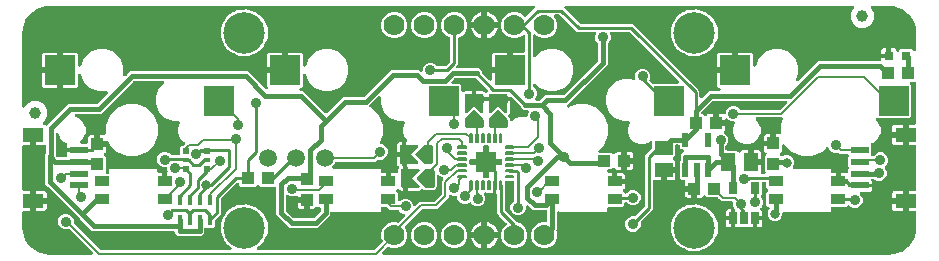
<source format=gbr>
G04 EAGLE Gerber RS-274X export*
G75*
%MOMM*%
%FSLAX34Y34*%
%LPD*%
%INTop Copper*%
%IPPOS*%
%AMOC8*
5,1,8,0,0,1.08239X$1,22.5*%
G01*
%ADD10R,2.550000X2.500000*%
%ADD11R,1.200000X0.900000*%
%ADD12R,1.000000X1.075000*%
%ADD13R,1.240000X1.500000*%
%ADD14R,0.550000X1.200000*%
%ADD15R,1.500000X1.240000*%
%ADD16R,1.075000X1.000000*%
%ADD17R,0.450000X0.900000*%
%ADD18R,0.500000X0.500000*%
%ADD19R,0.500000X0.400000*%
%ADD20C,1.778000*%
%ADD21C,3.516000*%
%ADD22R,1.550000X0.600000*%
%ADD23R,1.800000X1.200000*%
%ADD24C,1.000000*%
%ADD25R,0.800000X0.800000*%
%ADD26C,0.140000*%
%ADD27R,1.778000X1.778000*%
%ADD28C,1.500000*%
%ADD29R,0.690000X0.990000*%
%ADD30C,0.381000*%
%ADD31C,0.889000*%
%ADD32C,0.254000*%
%ADD33C,0.203200*%
%ADD34C,0.406400*%
%ADD35C,0.800100*%

G36*
X22975Y111973D02*
X22975Y111973D01*
X23095Y111976D01*
X23133Y111988D01*
X23173Y111991D01*
X23286Y112032D01*
X23400Y112065D01*
X23435Y112085D01*
X23472Y112099D01*
X23572Y112166D01*
X23674Y112226D01*
X23719Y112266D01*
X23736Y112277D01*
X23749Y112292D01*
X23795Y112333D01*
X38504Y127042D01*
X41257Y129795D01*
X65101Y129795D01*
X65199Y129807D01*
X65298Y129810D01*
X65356Y129827D01*
X65416Y129835D01*
X65508Y129871D01*
X65603Y129899D01*
X65655Y129929D01*
X65712Y129952D01*
X65792Y130010D01*
X65877Y130060D01*
X65953Y130126D01*
X65969Y130138D01*
X65977Y130148D01*
X65998Y130166D01*
X74560Y138728D01*
X74603Y138784D01*
X74654Y138833D01*
X74692Y138897D01*
X74728Y138939D01*
X74734Y138953D01*
X74755Y138979D01*
X74783Y139044D01*
X74820Y139104D01*
X74846Y139190D01*
X74863Y139227D01*
X74864Y139233D01*
X74881Y139271D01*
X74892Y139341D01*
X74913Y139408D01*
X74917Y139497D01*
X74931Y139585D01*
X74924Y139656D01*
X74928Y139726D01*
X74909Y139813D01*
X74901Y139902D01*
X74877Y139968D01*
X74863Y140038D01*
X74824Y140118D01*
X74794Y140201D01*
X74754Y140260D01*
X74723Y140323D01*
X74665Y140391D01*
X74615Y140464D01*
X74562Y140511D01*
X74516Y140565D01*
X74443Y140616D01*
X74377Y140675D01*
X74314Y140707D01*
X74256Y140748D01*
X74173Y140779D01*
X74093Y140820D01*
X74024Y140835D01*
X73958Y140860D01*
X73870Y140870D01*
X73783Y140889D01*
X73724Y140887D01*
X73690Y140890D01*
X73642Y140895D01*
X73621Y140892D01*
X66298Y140892D01*
X59734Y143610D01*
X54710Y148634D01*
X52083Y154979D01*
X52048Y155039D01*
X52022Y155104D01*
X51970Y155177D01*
X51925Y155255D01*
X51876Y155305D01*
X51835Y155361D01*
X51766Y155419D01*
X51704Y155483D01*
X51644Y155520D01*
X51591Y155564D01*
X51509Y155603D01*
X51433Y155649D01*
X51366Y155670D01*
X51303Y155700D01*
X51214Y155717D01*
X51129Y155743D01*
X51059Y155746D01*
X50990Y155760D01*
X50901Y155754D01*
X50811Y155758D01*
X50743Y155744D01*
X50673Y155740D01*
X50588Y155712D01*
X50500Y155694D01*
X50437Y155663D01*
X50371Y155642D01*
X50295Y155594D01*
X50214Y155554D01*
X50161Y155509D01*
X50102Y155472D01*
X50040Y155406D01*
X49972Y155348D01*
X49932Y155291D01*
X49884Y155240D01*
X49841Y155161D01*
X49789Y155088D01*
X49764Y155023D01*
X49730Y154961D01*
X49708Y154875D01*
X49676Y154790D01*
X49668Y154721D01*
X49651Y154654D01*
X49641Y154493D01*
X49641Y145916D01*
X49468Y145269D01*
X49133Y144690D01*
X48660Y144217D01*
X48081Y143882D01*
X47434Y143709D01*
X36889Y143709D01*
X36889Y157480D01*
X36874Y157598D01*
X36867Y157717D01*
X36854Y157755D01*
X36849Y157795D01*
X36805Y157906D01*
X36769Y158019D01*
X36747Y158054D01*
X36732Y158091D01*
X36662Y158187D01*
X36599Y158288D01*
X36569Y158316D01*
X36545Y158348D01*
X36454Y158424D01*
X36367Y158506D01*
X36332Y158525D01*
X36300Y158551D01*
X36193Y158602D01*
X36089Y158659D01*
X36049Y158670D01*
X36013Y158687D01*
X35896Y158709D01*
X35781Y158739D01*
X35720Y158743D01*
X35700Y158747D01*
X35680Y158745D01*
X35620Y158749D01*
X34349Y158749D01*
X34349Y158751D01*
X35620Y158751D01*
X35738Y158766D01*
X35857Y158773D01*
X35895Y158786D01*
X35935Y158791D01*
X36046Y158835D01*
X36159Y158871D01*
X36194Y158893D01*
X36231Y158908D01*
X36327Y158978D01*
X36428Y159041D01*
X36456Y159071D01*
X36488Y159095D01*
X36564Y159186D01*
X36646Y159273D01*
X36665Y159308D01*
X36691Y159340D01*
X36742Y159447D01*
X36799Y159551D01*
X36810Y159591D01*
X36827Y159627D01*
X36849Y159744D01*
X36879Y159859D01*
X36883Y159920D01*
X36887Y159940D01*
X36885Y159960D01*
X36889Y160020D01*
X36889Y173791D01*
X47434Y173791D01*
X48081Y173618D01*
X48660Y173283D01*
X49133Y172810D01*
X49468Y172231D01*
X49641Y171584D01*
X49641Y163007D01*
X49649Y162938D01*
X49648Y162868D01*
X49669Y162781D01*
X49681Y162692D01*
X49706Y162627D01*
X49723Y162559D01*
X49765Y162479D01*
X49798Y162396D01*
X49839Y162340D01*
X49871Y162278D01*
X49932Y162211D01*
X49984Y162139D01*
X50038Y162094D01*
X50085Y162042D01*
X50160Y161993D01*
X50229Y161936D01*
X50293Y161906D01*
X50351Y161868D01*
X50436Y161839D01*
X50517Y161800D01*
X50586Y161787D01*
X50652Y161765D01*
X50741Y161757D01*
X50829Y161741D01*
X50899Y161745D01*
X50969Y161739D01*
X51057Y161755D01*
X51147Y161760D01*
X51213Y161782D01*
X51282Y161794D01*
X51364Y161831D01*
X51449Y161858D01*
X51508Y161896D01*
X51572Y161924D01*
X51642Y161980D01*
X51718Y162028D01*
X51766Y162079D01*
X51820Y162123D01*
X51875Y162195D01*
X51936Y162260D01*
X51970Y162321D01*
X52012Y162377D01*
X52083Y162521D01*
X54710Y168866D01*
X59734Y173890D01*
X66298Y176608D01*
X73402Y176608D01*
X79966Y173890D01*
X84990Y168866D01*
X87708Y162302D01*
X87708Y154994D01*
X87706Y154978D01*
X87708Y154951D01*
X87708Y154945D01*
X87710Y154928D01*
X87714Y154889D01*
X87713Y154800D01*
X87729Y154732D01*
X87736Y154661D01*
X87766Y154578D01*
X87786Y154491D01*
X87819Y154429D01*
X87843Y154362D01*
X87893Y154288D01*
X87935Y154210D01*
X87982Y154157D01*
X88022Y154099D01*
X88088Y154040D01*
X88148Y153974D01*
X88207Y153935D01*
X88260Y153888D01*
X88339Y153848D01*
X88414Y153799D01*
X88481Y153776D01*
X88543Y153744D01*
X88630Y153724D01*
X88715Y153695D01*
X88785Y153690D01*
X88854Y153674D01*
X88943Y153677D01*
X89032Y153670D01*
X89101Y153682D01*
X89172Y153684D01*
X89257Y153709D01*
X89345Y153724D01*
X89409Y153753D01*
X89477Y153772D01*
X89554Y153818D01*
X89635Y153854D01*
X89690Y153898D01*
X89751Y153934D01*
X89872Y154040D01*
X90813Y154982D01*
X90814Y154982D01*
X93566Y157735D01*
X193454Y157735D01*
X208124Y143064D01*
X208245Y142970D01*
X208364Y142876D01*
X208370Y142873D01*
X208376Y142869D01*
X208515Y142809D01*
X208655Y142747D01*
X208661Y142745D01*
X208668Y142743D01*
X208818Y142719D01*
X208968Y142693D01*
X208975Y142694D01*
X208982Y142693D01*
X209134Y142707D01*
X209285Y142720D01*
X209291Y142722D01*
X209298Y142723D01*
X209441Y142774D01*
X209586Y142824D01*
X209591Y142828D01*
X209598Y142830D01*
X209722Y142915D01*
X209851Y143000D01*
X209855Y143005D01*
X209861Y143009D01*
X209961Y143123D01*
X210064Y143236D01*
X210067Y143242D01*
X210071Y143247D01*
X210141Y143384D01*
X210211Y143518D01*
X210213Y143524D01*
X210216Y143531D01*
X210249Y143679D01*
X210284Y143827D01*
X210284Y143834D01*
X210285Y143841D01*
X210281Y143994D01*
X210278Y144145D01*
X210276Y144152D01*
X210276Y144159D01*
X210233Y144305D01*
X210193Y144452D01*
X210189Y144460D01*
X210187Y144464D01*
X210182Y144473D01*
X210121Y144596D01*
X209732Y145269D01*
X209559Y145916D01*
X209559Y156211D01*
X223580Y156211D01*
X223698Y156226D01*
X223817Y156233D01*
X223855Y156246D01*
X223895Y156251D01*
X224006Y156294D01*
X224119Y156331D01*
X224154Y156353D01*
X224191Y156368D01*
X224287Y156438D01*
X224388Y156501D01*
X224416Y156531D01*
X224448Y156555D01*
X224524Y156646D01*
X224606Y156733D01*
X224625Y156768D01*
X224651Y156799D01*
X224702Y156907D01*
X224759Y157011D01*
X224770Y157051D01*
X224787Y157087D01*
X224809Y157204D01*
X224839Y157319D01*
X224843Y157380D01*
X224847Y157400D01*
X224845Y157420D01*
X224849Y157480D01*
X224849Y158751D01*
X226120Y158751D01*
X226238Y158766D01*
X226357Y158773D01*
X226395Y158786D01*
X226435Y158791D01*
X226546Y158835D01*
X226659Y158871D01*
X226694Y158893D01*
X226731Y158908D01*
X226827Y158978D01*
X226928Y159041D01*
X226956Y159071D01*
X226988Y159095D01*
X227064Y159186D01*
X227146Y159273D01*
X227165Y159308D01*
X227191Y159340D01*
X227242Y159447D01*
X227299Y159551D01*
X227310Y159591D01*
X227327Y159627D01*
X227349Y159744D01*
X227379Y159859D01*
X227383Y159920D01*
X227387Y159940D01*
X227385Y159960D01*
X227389Y160020D01*
X227389Y173791D01*
X237934Y173791D01*
X238581Y173618D01*
X239160Y173283D01*
X239633Y172810D01*
X239968Y172231D01*
X240141Y171584D01*
X240141Y163007D01*
X240149Y162938D01*
X240148Y162868D01*
X240169Y162781D01*
X240181Y162692D01*
X240206Y162627D01*
X240223Y162559D01*
X240265Y162479D01*
X240298Y162396D01*
X240339Y162340D01*
X240371Y162278D01*
X240432Y162211D01*
X240484Y162139D01*
X240538Y162094D01*
X240585Y162042D01*
X240660Y161993D01*
X240729Y161936D01*
X240793Y161906D01*
X240851Y161868D01*
X240936Y161839D01*
X241017Y161800D01*
X241086Y161787D01*
X241152Y161765D01*
X241241Y161757D01*
X241329Y161741D01*
X241399Y161745D01*
X241469Y161739D01*
X241557Y161755D01*
X241647Y161760D01*
X241713Y161782D01*
X241782Y161794D01*
X241864Y161831D01*
X241949Y161858D01*
X242008Y161896D01*
X242072Y161924D01*
X242142Y161980D01*
X242218Y162028D01*
X242266Y162079D01*
X242320Y162123D01*
X242375Y162195D01*
X242436Y162260D01*
X242470Y162321D01*
X242512Y162377D01*
X242583Y162521D01*
X245210Y168866D01*
X250234Y173890D01*
X256798Y176608D01*
X263902Y176608D01*
X270466Y173890D01*
X275490Y168866D01*
X278208Y162302D01*
X278208Y155198D01*
X275490Y148634D01*
X270466Y143610D01*
X263902Y140892D01*
X256798Y140892D01*
X250234Y143610D01*
X245210Y148634D01*
X242583Y154979D01*
X242548Y155039D01*
X242522Y155104D01*
X242470Y155177D01*
X242425Y155255D01*
X242377Y155305D01*
X242336Y155361D01*
X242266Y155419D01*
X242204Y155483D01*
X242144Y155520D01*
X242091Y155564D01*
X242009Y155602D01*
X241933Y155649D01*
X241866Y155670D01*
X241803Y155700D01*
X241715Y155717D01*
X241629Y155743D01*
X241559Y155746D01*
X241490Y155759D01*
X241401Y155754D01*
X241311Y155758D01*
X241243Y155744D01*
X241173Y155740D01*
X241088Y155712D01*
X241000Y155694D01*
X240937Y155663D01*
X240871Y155642D01*
X240795Y155594D01*
X240714Y155554D01*
X240661Y155509D01*
X240602Y155472D01*
X240540Y155406D01*
X240472Y155348D01*
X240432Y155291D01*
X240384Y155240D01*
X240341Y155161D01*
X240289Y155088D01*
X240264Y155022D01*
X240230Y154961D01*
X240208Y154875D01*
X240176Y154790D01*
X240168Y154721D01*
X240151Y154653D01*
X240141Y154493D01*
X240141Y145916D01*
X239968Y145269D01*
X239633Y144690D01*
X239160Y144217D01*
X238581Y143882D01*
X237974Y143720D01*
X237833Y143662D01*
X237692Y143606D01*
X237686Y143602D01*
X237680Y143600D01*
X237558Y143509D01*
X237434Y143420D01*
X237430Y143414D01*
X237425Y143410D01*
X237330Y143293D01*
X237232Y143175D01*
X237229Y143168D01*
X237224Y143163D01*
X237161Y143024D01*
X237096Y142887D01*
X237095Y142880D01*
X237092Y142874D01*
X237065Y142723D01*
X237036Y142574D01*
X237037Y142568D01*
X237035Y142561D01*
X237047Y142409D01*
X237056Y142257D01*
X237058Y142251D01*
X237059Y142244D01*
X237107Y142098D01*
X237154Y141955D01*
X237158Y141949D01*
X237160Y141942D01*
X237243Y141813D01*
X237324Y141686D01*
X237329Y141681D01*
X237333Y141676D01*
X237444Y141573D01*
X237556Y141468D01*
X237562Y141465D01*
X237567Y141460D01*
X237701Y141388D01*
X237834Y141314D01*
X237841Y141313D01*
X237847Y141310D01*
X237995Y141273D01*
X238142Y141235D01*
X238151Y141234D01*
X238156Y141233D01*
X238166Y141233D01*
X238303Y141225D01*
X240444Y141225D01*
X258818Y122851D01*
X258912Y122778D01*
X259001Y122699D01*
X259037Y122681D01*
X259069Y122656D01*
X259178Y122609D01*
X259284Y122555D01*
X259323Y122546D01*
X259361Y122530D01*
X259478Y122511D01*
X259594Y122485D01*
X259635Y122486D01*
X259675Y122480D01*
X259793Y122491D01*
X259912Y122495D01*
X259951Y122506D01*
X259991Y122510D01*
X260104Y122550D01*
X260218Y122583D01*
X260253Y122603D01*
X260291Y122617D01*
X260389Y122684D01*
X260492Y122745D01*
X260537Y122784D01*
X260554Y122796D01*
X260567Y122811D01*
X260613Y122851D01*
X273906Y136145D01*
X291161Y136145D01*
X291259Y136157D01*
X291358Y136160D01*
X291416Y136177D01*
X291476Y136185D01*
X291568Y136221D01*
X291663Y136249D01*
X291715Y136279D01*
X291772Y136302D01*
X291852Y136360D01*
X291937Y136410D01*
X292013Y136476D01*
X292029Y136488D01*
X292037Y136498D01*
X292058Y136516D01*
X314546Y159005D01*
X338234Y159005D01*
X339336Y157903D01*
X339445Y157818D01*
X339552Y157729D01*
X339571Y157720D01*
X339587Y157708D01*
X339714Y157653D01*
X339840Y157593D01*
X339860Y157590D01*
X339879Y157582D01*
X340017Y157560D01*
X340153Y157534D01*
X340173Y157535D01*
X340193Y157532D01*
X340332Y157545D01*
X340470Y157553D01*
X340489Y157560D01*
X340509Y157562D01*
X340641Y157609D01*
X340772Y157651D01*
X340790Y157662D01*
X340809Y157669D01*
X340924Y157747D01*
X341041Y157822D01*
X341055Y157836D01*
X341072Y157848D01*
X341164Y157952D01*
X341259Y158053D01*
X341269Y158071D01*
X341282Y158086D01*
X341346Y158210D01*
X341413Y158332D01*
X341418Y158351D01*
X341427Y158369D01*
X341457Y158505D01*
X341492Y158640D01*
X341494Y158668D01*
X341497Y158680D01*
X341496Y158700D01*
X341502Y158800D01*
X341502Y160039D01*
X342488Y162419D01*
X344311Y164242D01*
X346691Y165228D01*
X349269Y165228D01*
X351649Y164242D01*
X353466Y162424D01*
X353545Y162364D01*
X353617Y162296D01*
X353670Y162267D01*
X353718Y162230D01*
X353809Y162190D01*
X353895Y162142D01*
X353954Y162127D01*
X354010Y162103D01*
X354108Y162088D01*
X354203Y162063D01*
X354303Y162057D01*
X354324Y162053D01*
X354336Y162055D01*
X354364Y162053D01*
X360056Y162053D01*
X360154Y162065D01*
X360253Y162068D01*
X360312Y162085D01*
X360372Y162093D01*
X360464Y162129D01*
X360559Y162157D01*
X360611Y162187D01*
X360667Y162210D01*
X360747Y162268D01*
X360833Y162318D01*
X360908Y162384D01*
X360925Y162396D01*
X360933Y162406D01*
X360954Y162424D01*
X364626Y166096D01*
X364686Y166175D01*
X364754Y166247D01*
X364783Y166300D01*
X364820Y166348D01*
X364860Y166439D01*
X364908Y166525D01*
X364923Y166584D01*
X364947Y166639D01*
X364962Y166737D01*
X364987Y166833D01*
X364993Y166933D01*
X364997Y166954D01*
X364995Y166966D01*
X364997Y166994D01*
X364997Y185547D01*
X364994Y185576D01*
X364996Y185606D01*
X364974Y185734D01*
X364957Y185863D01*
X364947Y185890D01*
X364942Y185919D01*
X364888Y186038D01*
X364840Y186158D01*
X364823Y186182D01*
X364811Y186209D01*
X364730Y186311D01*
X364654Y186416D01*
X364631Y186435D01*
X364612Y186458D01*
X364509Y186536D01*
X364409Y186619D01*
X364382Y186631D01*
X364358Y186649D01*
X364214Y186720D01*
X362113Y187590D01*
X359040Y190663D01*
X357377Y194677D01*
X357377Y199023D01*
X359040Y203037D01*
X362113Y206110D01*
X366127Y207773D01*
X370473Y207773D01*
X374487Y206110D01*
X377560Y203037D01*
X379223Y199023D01*
X379223Y194677D01*
X377560Y190663D01*
X374487Y187590D01*
X372386Y186720D01*
X372361Y186705D01*
X372333Y186696D01*
X372223Y186627D01*
X372110Y186562D01*
X372089Y186542D01*
X372064Y186526D01*
X371975Y186431D01*
X371882Y186341D01*
X371866Y186316D01*
X371846Y186294D01*
X371783Y186181D01*
X371715Y186070D01*
X371707Y186042D01*
X371692Y186016D01*
X371660Y185890D01*
X371622Y185766D01*
X371620Y185737D01*
X371613Y185708D01*
X371603Y185547D01*
X371603Y163732D01*
X370312Y162441D01*
X370227Y162332D01*
X370138Y162225D01*
X370130Y162206D01*
X370117Y162190D01*
X370062Y162062D01*
X370003Y161937D01*
X369999Y161917D01*
X369991Y161898D01*
X369969Y161760D01*
X369943Y161624D01*
X369944Y161604D01*
X369941Y161584D01*
X369954Y161445D01*
X369963Y161307D01*
X369969Y161288D01*
X369971Y161268D01*
X370018Y161136D01*
X370061Y161005D01*
X370072Y160987D01*
X370079Y160968D01*
X370157Y160853D01*
X370231Y160736D01*
X370246Y160722D01*
X370257Y160705D01*
X370361Y160613D01*
X370463Y160518D01*
X370480Y160508D01*
X370496Y160495D01*
X370620Y160431D01*
X370741Y160364D01*
X370761Y160359D01*
X370779Y160350D01*
X370915Y160320D01*
X371049Y160285D01*
X371077Y160283D01*
X371089Y160280D01*
X371110Y160281D01*
X371210Y160275D01*
X389034Y160275D01*
X391415Y157894D01*
X391415Y157342D01*
X391427Y157244D01*
X391430Y157145D01*
X391447Y157086D01*
X391455Y157026D01*
X391491Y156934D01*
X391519Y156839D01*
X391549Y156787D01*
X391572Y156731D01*
X391630Y156651D01*
X391680Y156565D01*
X391746Y156490D01*
X391758Y156473D01*
X391768Y156465D01*
X391786Y156444D01*
X397893Y150338D01*
X398002Y150253D01*
X398109Y150164D01*
X398128Y150156D01*
X398144Y150143D01*
X398272Y150088D01*
X398397Y150029D01*
X398417Y150025D01*
X398436Y150017D01*
X398574Y149995D01*
X398710Y149969D01*
X398730Y149970D01*
X398750Y149967D01*
X398889Y149980D01*
X399027Y149989D01*
X399046Y149995D01*
X399066Y149997D01*
X399198Y150044D01*
X399329Y150087D01*
X399347Y150098D01*
X399366Y150105D01*
X399481Y150183D01*
X399598Y150257D01*
X399612Y150272D01*
X399629Y150283D01*
X399721Y150387D01*
X399816Y150489D01*
X399826Y150506D01*
X399839Y150522D01*
X399903Y150646D01*
X399970Y150767D01*
X399975Y150787D01*
X399984Y150805D01*
X400014Y150941D01*
X400049Y151075D01*
X400051Y151103D01*
X400054Y151115D01*
X400053Y151136D01*
X400059Y151236D01*
X400059Y156211D01*
X414080Y156211D01*
X414198Y156226D01*
X414317Y156233D01*
X414355Y156246D01*
X414395Y156251D01*
X414506Y156294D01*
X414619Y156331D01*
X414654Y156353D01*
X414691Y156368D01*
X414787Y156438D01*
X414888Y156501D01*
X414916Y156531D01*
X414948Y156555D01*
X415024Y156646D01*
X415106Y156733D01*
X415125Y156768D01*
X415151Y156799D01*
X415202Y156907D01*
X415259Y157011D01*
X415270Y157051D01*
X415287Y157087D01*
X415309Y157204D01*
X415339Y157319D01*
X415343Y157380D01*
X415347Y157400D01*
X415345Y157420D01*
X415349Y157480D01*
X415349Y158751D01*
X416620Y158751D01*
X416738Y158766D01*
X416857Y158773D01*
X416895Y158786D01*
X416935Y158791D01*
X417046Y158835D01*
X417159Y158871D01*
X417194Y158893D01*
X417231Y158908D01*
X417327Y158978D01*
X417428Y159041D01*
X417456Y159071D01*
X417488Y159095D01*
X417564Y159186D01*
X417646Y159273D01*
X417665Y159308D01*
X417691Y159340D01*
X417742Y159447D01*
X417799Y159551D01*
X417810Y159591D01*
X417827Y159627D01*
X417849Y159744D01*
X417879Y159859D01*
X417883Y159920D01*
X417887Y159940D01*
X417885Y159960D01*
X417889Y160020D01*
X417889Y173791D01*
X427151Y173791D01*
X427269Y173806D01*
X427387Y173813D01*
X427426Y173826D01*
X427466Y173831D01*
X427577Y173874D01*
X427690Y173911D01*
X427724Y173933D01*
X427762Y173948D01*
X427858Y174017D01*
X427959Y174081D01*
X427986Y174111D01*
X428019Y174134D01*
X428095Y174226D01*
X428177Y174313D01*
X428196Y174348D01*
X428222Y174379D01*
X428273Y174487D01*
X428330Y174591D01*
X428340Y174631D01*
X428357Y174667D01*
X428380Y174784D01*
X428410Y174899D01*
X428413Y174959D01*
X428417Y174979D01*
X428416Y175000D01*
X428420Y175060D01*
X428420Y187658D01*
X428402Y187796D01*
X428389Y187935D01*
X428382Y187954D01*
X428380Y187974D01*
X428329Y188103D01*
X428282Y188234D01*
X428270Y188251D01*
X428263Y188270D01*
X428181Y188382D01*
X428103Y188497D01*
X428088Y188511D01*
X428076Y188527D01*
X427969Y188616D01*
X427865Y188708D01*
X427847Y188717D01*
X427831Y188730D01*
X427705Y188789D01*
X427581Y188852D01*
X427562Y188857D01*
X427543Y188865D01*
X427407Y188891D01*
X427271Y188922D01*
X427251Y188921D01*
X427231Y188925D01*
X427093Y188917D01*
X426953Y188912D01*
X426934Y188907D01*
X426914Y188905D01*
X426782Y188863D01*
X426648Y188824D01*
X426630Y188814D01*
X426611Y188807D01*
X426493Y188733D01*
X426374Y188662D01*
X426353Y188644D01*
X426342Y188637D01*
X426328Y188622D01*
X426253Y188556D01*
X425287Y187590D01*
X421273Y185927D01*
X416927Y185927D01*
X412913Y187590D01*
X409840Y190663D01*
X408177Y194677D01*
X408177Y199023D01*
X409840Y203037D01*
X412913Y206110D01*
X416927Y207773D01*
X421273Y207773D01*
X425287Y206110D01*
X427276Y204121D01*
X427370Y204048D01*
X427459Y203970D01*
X427495Y203951D01*
X427527Y203926D01*
X427637Y203879D01*
X427742Y203825D01*
X427782Y203816D01*
X427819Y203800D01*
X427937Y203781D01*
X428053Y203755D01*
X428093Y203756D01*
X428133Y203750D01*
X428252Y203761D01*
X428370Y203765D01*
X428409Y203776D01*
X428450Y203780D01*
X428562Y203820D01*
X428676Y203853D01*
X428711Y203874D01*
X428749Y203888D01*
X428848Y203955D01*
X428950Y204015D01*
X428995Y204055D01*
X429012Y204066D01*
X429026Y204081D01*
X429071Y204121D01*
X435238Y210288D01*
X436142Y211193D01*
X436227Y211301D01*
X436316Y211409D01*
X436325Y211428D01*
X436337Y211444D01*
X436392Y211572D01*
X436451Y211697D01*
X436455Y211717D01*
X436463Y211736D01*
X436485Y211874D01*
X436511Y212010D01*
X436510Y212030D01*
X436513Y212050D01*
X436500Y212189D01*
X436491Y212327D01*
X436485Y212346D01*
X436483Y212366D01*
X436436Y212498D01*
X436393Y212629D01*
X436383Y212647D01*
X436376Y212666D01*
X436298Y212781D01*
X436223Y212898D01*
X436208Y212912D01*
X436197Y212929D01*
X436093Y213021D01*
X435992Y213116D01*
X435974Y213126D01*
X435959Y213139D01*
X435835Y213202D01*
X435713Y213270D01*
X435694Y213275D01*
X435675Y213284D01*
X435540Y213314D01*
X435405Y213349D01*
X435377Y213351D01*
X435365Y213354D01*
X435345Y213353D01*
X435245Y213359D01*
X25400Y213359D01*
X25378Y213357D01*
X25300Y213355D01*
X21923Y213090D01*
X21855Y213076D01*
X21786Y213071D01*
X21630Y213031D01*
X15206Y210944D01*
X15099Y210894D01*
X14988Y210850D01*
X14937Y210817D01*
X14918Y210809D01*
X14903Y210796D01*
X14852Y210764D01*
X9388Y206793D01*
X9301Y206712D01*
X9209Y206636D01*
X9171Y206590D01*
X9156Y206576D01*
X9145Y206558D01*
X9107Y206512D01*
X5136Y201048D01*
X5079Y200944D01*
X5015Y200844D01*
X4993Y200787D01*
X4983Y200769D01*
X4978Y200749D01*
X4956Y200694D01*
X2869Y194270D01*
X2856Y194202D01*
X2833Y194136D01*
X2810Y193977D01*
X2545Y190600D01*
X2546Y190578D01*
X2541Y190500D01*
X2541Y128423D01*
X2559Y128279D01*
X2574Y128134D01*
X2579Y128121D01*
X2581Y128108D01*
X2634Y127973D01*
X2685Y127836D01*
X2693Y127824D01*
X2698Y127812D01*
X2783Y127694D01*
X2866Y127574D01*
X2877Y127565D01*
X2884Y127555D01*
X2996Y127462D01*
X3107Y127366D01*
X3119Y127360D01*
X3129Y127352D01*
X3261Y127290D01*
X3392Y127225D01*
X3405Y127222D01*
X3417Y127216D01*
X3560Y127189D01*
X3703Y127158D01*
X3716Y127159D01*
X3729Y127156D01*
X3874Y127165D01*
X4020Y127171D01*
X4034Y127175D01*
X4047Y127176D01*
X4185Y127221D01*
X4325Y127263D01*
X4337Y127270D01*
X4349Y127274D01*
X4472Y127352D01*
X4597Y127427D01*
X4607Y127437D01*
X4618Y127444D01*
X4718Y127550D01*
X4820Y127654D01*
X4830Y127670D01*
X4836Y127676D01*
X4844Y127691D01*
X4909Y127788D01*
X6078Y129812D01*
X10679Y132469D01*
X15991Y132469D01*
X20592Y129812D01*
X23249Y125211D01*
X23249Y119899D01*
X20592Y115298D01*
X20266Y115109D01*
X20150Y115021D01*
X20032Y114936D01*
X20023Y114925D01*
X20013Y114917D01*
X19922Y114803D01*
X19829Y114691D01*
X19823Y114678D01*
X19815Y114668D01*
X19755Y114534D01*
X19694Y114403D01*
X19691Y114390D01*
X19686Y114377D01*
X19661Y114232D01*
X19634Y114090D01*
X19635Y114077D01*
X19632Y114064D01*
X19645Y113918D01*
X19654Y113773D01*
X19658Y113760D01*
X19659Y113747D01*
X19707Y113609D01*
X19752Y113471D01*
X19759Y113459D01*
X19763Y113446D01*
X19844Y113325D01*
X19922Y113202D01*
X19932Y113193D01*
X19939Y113181D01*
X20047Y113084D01*
X20153Y112984D01*
X20165Y112977D01*
X20175Y112968D01*
X20305Y112901D01*
X20432Y112830D01*
X20445Y112827D01*
X20457Y112821D01*
X20599Y112787D01*
X20740Y112751D01*
X20758Y112750D01*
X20766Y112748D01*
X20784Y112748D01*
X20866Y112743D01*
X21521Y112568D01*
X22171Y112192D01*
X22184Y112181D01*
X22219Y112163D01*
X22251Y112138D01*
X22360Y112091D01*
X22467Y112036D01*
X22506Y112028D01*
X22542Y112012D01*
X22660Y111993D01*
X22777Y111967D01*
X22817Y111968D01*
X22856Y111962D01*
X22975Y111973D01*
G37*
G36*
X736622Y2543D02*
X736622Y2543D01*
X736700Y2545D01*
X740077Y2810D01*
X740145Y2824D01*
X740214Y2829D01*
X740370Y2869D01*
X746794Y4956D01*
X746901Y5006D01*
X747012Y5050D01*
X747063Y5083D01*
X747082Y5091D01*
X747097Y5104D01*
X747148Y5136D01*
X752612Y9107D01*
X752699Y9188D01*
X752746Y9227D01*
X752752Y9231D01*
X752753Y9232D01*
X752791Y9264D01*
X752829Y9310D01*
X752844Y9324D01*
X752855Y9342D01*
X752893Y9388D01*
X756864Y14852D01*
X756921Y14956D01*
X756985Y15056D01*
X757007Y15113D01*
X757017Y15131D01*
X757022Y15151D01*
X757044Y15206D01*
X759131Y21630D01*
X759144Y21698D01*
X759167Y21764D01*
X759190Y21923D01*
X759455Y25300D01*
X759455Y25304D01*
X759456Y25307D01*
X759455Y25326D01*
X759459Y25400D01*
X759459Y38390D01*
X759444Y38508D01*
X759437Y38627D01*
X759424Y38665D01*
X759419Y38706D01*
X759376Y38816D01*
X759339Y38929D01*
X759317Y38964D01*
X759302Y39001D01*
X759233Y39097D01*
X759169Y39198D01*
X759139Y39226D01*
X759116Y39259D01*
X759024Y39335D01*
X758937Y39416D01*
X758902Y39436D01*
X758871Y39461D01*
X758763Y39512D01*
X758659Y39570D01*
X758619Y39580D01*
X758583Y39597D01*
X758466Y39619D01*
X758351Y39649D01*
X758291Y39653D01*
X758271Y39657D01*
X758250Y39655D01*
X758190Y39659D01*
X752999Y39659D01*
X752999Y46930D01*
X752984Y47048D01*
X752977Y47167D01*
X752964Y47205D01*
X752959Y47245D01*
X752915Y47356D01*
X752879Y47469D01*
X752857Y47504D01*
X752842Y47541D01*
X752772Y47637D01*
X752709Y47738D01*
X752679Y47766D01*
X752655Y47798D01*
X752564Y47874D01*
X752477Y47956D01*
X752442Y47975D01*
X752410Y48001D01*
X752303Y48052D01*
X752199Y48109D01*
X752159Y48120D01*
X752123Y48137D01*
X752006Y48159D01*
X751891Y48189D01*
X751830Y48193D01*
X751810Y48197D01*
X751790Y48195D01*
X751730Y48199D01*
X750459Y48199D01*
X750459Y48201D01*
X751730Y48201D01*
X751848Y48216D01*
X751967Y48223D01*
X752005Y48236D01*
X752045Y48241D01*
X752156Y48285D01*
X752269Y48321D01*
X752304Y48343D01*
X752341Y48358D01*
X752437Y48428D01*
X752538Y48491D01*
X752566Y48521D01*
X752598Y48545D01*
X752674Y48636D01*
X752756Y48723D01*
X752775Y48758D01*
X752801Y48790D01*
X752852Y48897D01*
X752909Y49001D01*
X752920Y49041D01*
X752937Y49077D01*
X752959Y49194D01*
X752989Y49309D01*
X752993Y49370D01*
X752997Y49390D01*
X752995Y49410D01*
X752996Y49419D01*
X752997Y49422D01*
X752996Y49426D01*
X752999Y49470D01*
X752999Y56741D01*
X758190Y56741D01*
X758308Y56756D01*
X758427Y56763D01*
X758465Y56776D01*
X758506Y56781D01*
X758616Y56824D01*
X758729Y56861D01*
X758764Y56883D01*
X758801Y56898D01*
X758897Y56967D01*
X758998Y57031D01*
X759026Y57061D01*
X759059Y57084D01*
X759134Y57176D01*
X759216Y57263D01*
X759236Y57298D01*
X759261Y57329D01*
X759312Y57437D01*
X759370Y57541D01*
X759380Y57580D01*
X759397Y57617D01*
X759419Y57734D01*
X759449Y57849D01*
X759453Y57909D01*
X759457Y57929D01*
X759455Y57950D01*
X759459Y58010D01*
X759459Y94390D01*
X759444Y94508D01*
X759437Y94627D01*
X759424Y94665D01*
X759419Y94706D01*
X759376Y94816D01*
X759339Y94929D01*
X759317Y94964D01*
X759302Y95001D01*
X759233Y95097D01*
X759169Y95198D01*
X759139Y95226D01*
X759116Y95259D01*
X759024Y95335D01*
X758937Y95416D01*
X758902Y95436D01*
X758871Y95461D01*
X758763Y95512D01*
X758659Y95570D01*
X758619Y95580D01*
X758583Y95597D01*
X758466Y95619D01*
X758351Y95649D01*
X758291Y95653D01*
X758271Y95657D01*
X758250Y95655D01*
X758190Y95659D01*
X752999Y95659D01*
X752999Y102930D01*
X752984Y103048D01*
X752977Y103167D01*
X752964Y103205D01*
X752959Y103245D01*
X752915Y103356D01*
X752879Y103469D01*
X752857Y103504D01*
X752842Y103541D01*
X752772Y103637D01*
X752709Y103738D01*
X752679Y103766D01*
X752655Y103798D01*
X752564Y103874D01*
X752477Y103956D01*
X752442Y103975D01*
X752410Y104001D01*
X752303Y104052D01*
X752199Y104109D01*
X752159Y104120D01*
X752123Y104137D01*
X752006Y104159D01*
X751891Y104189D01*
X751830Y104193D01*
X751810Y104197D01*
X751790Y104195D01*
X751730Y104199D01*
X750459Y104199D01*
X750459Y104201D01*
X751730Y104201D01*
X751848Y104216D01*
X751967Y104223D01*
X752005Y104236D01*
X752045Y104241D01*
X752156Y104285D01*
X752269Y104321D01*
X752304Y104343D01*
X752341Y104358D01*
X752437Y104428D01*
X752538Y104491D01*
X752566Y104521D01*
X752598Y104545D01*
X752674Y104636D01*
X752756Y104723D01*
X752775Y104758D01*
X752801Y104790D01*
X752852Y104897D01*
X752909Y105001D01*
X752920Y105041D01*
X752937Y105077D01*
X752959Y105194D01*
X752989Y105309D01*
X752993Y105370D01*
X752997Y105390D01*
X752995Y105410D01*
X752999Y105470D01*
X752999Y112741D01*
X758190Y112741D01*
X758308Y112756D01*
X758427Y112763D01*
X758465Y112775D01*
X758506Y112781D01*
X758616Y112824D01*
X758729Y112861D01*
X758764Y112883D01*
X758801Y112898D01*
X758897Y112967D01*
X758998Y113031D01*
X759026Y113061D01*
X759059Y113084D01*
X759135Y113176D01*
X759216Y113263D01*
X759236Y113298D01*
X759261Y113329D01*
X759312Y113437D01*
X759370Y113541D01*
X759380Y113581D01*
X759397Y113617D01*
X759419Y113734D01*
X759449Y113849D01*
X759453Y113909D01*
X759457Y113929D01*
X759455Y113950D01*
X759459Y114010D01*
X759459Y147908D01*
X759444Y148026D01*
X759437Y148145D01*
X759424Y148183D01*
X759419Y148224D01*
X759376Y148334D01*
X759339Y148447D01*
X759317Y148482D01*
X759302Y148519D01*
X759233Y148615D01*
X759169Y148716D01*
X759139Y148744D01*
X759116Y148777D01*
X759024Y148853D01*
X758937Y148934D01*
X758902Y148954D01*
X758871Y148979D01*
X758763Y149030D01*
X758659Y149088D01*
X758619Y149098D01*
X758583Y149115D01*
X758466Y149137D01*
X758351Y149167D01*
X758291Y149171D01*
X758271Y149175D01*
X758250Y149173D01*
X758190Y149177D01*
X755312Y149177D01*
X755174Y149160D01*
X755035Y149147D01*
X755016Y149140D01*
X754996Y149137D01*
X754867Y149086D01*
X754736Y149039D01*
X754719Y149028D01*
X754700Y149020D01*
X754588Y148939D01*
X754473Y148861D01*
X754460Y148845D01*
X754443Y148834D01*
X754354Y148726D01*
X754262Y148622D01*
X754253Y148604D01*
X754240Y148589D01*
X754181Y148463D01*
X754118Y148339D01*
X754113Y148319D01*
X754105Y148301D01*
X754079Y148164D01*
X754048Y148029D01*
X754049Y148008D01*
X754045Y147989D01*
X754054Y147850D01*
X754058Y147711D01*
X754063Y147691D01*
X754065Y147671D01*
X754107Y147539D01*
X754146Y147405D01*
X754157Y147388D01*
X754163Y147369D01*
X754237Y147251D01*
X754308Y147131D01*
X754326Y147110D01*
X754333Y147100D01*
X754348Y147086D01*
X754414Y147011D01*
X755133Y146292D01*
X755133Y119608D01*
X753942Y118417D01*
X726563Y118417D01*
X726426Y118400D01*
X726287Y118387D01*
X726268Y118380D01*
X726248Y118377D01*
X726119Y118326D01*
X725988Y118279D01*
X725971Y118268D01*
X725952Y118260D01*
X725840Y118179D01*
X725725Y118101D01*
X725711Y118085D01*
X725695Y118074D01*
X725606Y117966D01*
X725514Y117862D01*
X725505Y117844D01*
X725492Y117829D01*
X725433Y117703D01*
X725370Y117579D01*
X725365Y117559D01*
X725357Y117541D01*
X725330Y117404D01*
X725300Y117269D01*
X725301Y117248D01*
X725297Y117229D01*
X725305Y117090D01*
X725310Y116951D01*
X725315Y116931D01*
X725317Y116911D01*
X725359Y116779D01*
X725398Y116645D01*
X725408Y116628D01*
X725415Y116609D01*
X725489Y116491D01*
X725560Y116371D01*
X725578Y116350D01*
X725585Y116340D01*
X725600Y116326D01*
X725666Y116251D01*
X727391Y114526D01*
X729158Y110259D01*
X729158Y105641D01*
X727391Y101374D01*
X724126Y98109D01*
X721673Y97093D01*
X721630Y97069D01*
X721583Y97052D01*
X721493Y96990D01*
X721397Y96936D01*
X721361Y96901D01*
X721320Y96873D01*
X721248Y96791D01*
X721169Y96714D01*
X721143Y96672D01*
X721110Y96635D01*
X721060Y96537D01*
X721002Y96443D01*
X720988Y96396D01*
X720965Y96352D01*
X720941Y96244D01*
X720909Y96139D01*
X720906Y96090D01*
X720896Y96041D01*
X720899Y95931D01*
X720894Y95822D01*
X720904Y95773D01*
X720905Y95723D01*
X720936Y95618D01*
X720958Y95510D01*
X720980Y95466D01*
X720994Y95418D01*
X721049Y95323D01*
X721098Y95225D01*
X721130Y95187D01*
X721155Y95144D01*
X721243Y95045D01*
X721243Y87165D01*
X721260Y87027D01*
X721273Y86888D01*
X721280Y86869D01*
X721283Y86849D01*
X721334Y86720D01*
X721381Y86589D01*
X721392Y86572D01*
X721400Y86554D01*
X721481Y86441D01*
X721559Y86326D01*
X721575Y86313D01*
X721586Y86296D01*
X721694Y86207D01*
X721798Y86116D01*
X721816Y86106D01*
X721831Y86093D01*
X721957Y86034D01*
X722081Y85971D01*
X722101Y85967D01*
X722119Y85958D01*
X722255Y85932D01*
X722391Y85901D01*
X722412Y85902D01*
X722431Y85898D01*
X722570Y85907D01*
X722709Y85911D01*
X722729Y85917D01*
X722749Y85918D01*
X722881Y85961D01*
X723015Y85999D01*
X723032Y86010D01*
X723051Y86016D01*
X723169Y86091D01*
X723289Y86161D01*
X723310Y86180D01*
X723320Y86186D01*
X723334Y86201D01*
X723409Y86267D01*
X725311Y88169D01*
X727691Y89155D01*
X730269Y89155D01*
X732649Y88169D01*
X734472Y86346D01*
X735458Y83966D01*
X735458Y81388D01*
X734472Y79008D01*
X732942Y77479D01*
X732869Y77384D01*
X732791Y77295D01*
X732772Y77259D01*
X732747Y77227D01*
X732700Y77118D01*
X732646Y77012D01*
X732637Y76973D01*
X732621Y76935D01*
X732602Y76818D01*
X732576Y76702D01*
X732578Y76661D01*
X732571Y76621D01*
X732582Y76503D01*
X732586Y76384D01*
X732597Y76345D01*
X732601Y76305D01*
X732641Y76192D01*
X732674Y76078D01*
X732695Y76044D01*
X732709Y76005D01*
X732776Y75907D01*
X732836Y75804D01*
X732876Y75759D01*
X732887Y75742D01*
X732903Y75729D01*
X732942Y75684D01*
X733202Y75424D01*
X734188Y73044D01*
X734188Y70466D01*
X733202Y68086D01*
X731379Y66263D01*
X728999Y65277D01*
X726421Y65277D01*
X724041Y66263D01*
X723551Y66753D01*
X723431Y66847D01*
X723311Y66941D01*
X723305Y66944D01*
X723300Y66948D01*
X723159Y67009D01*
X723021Y67071D01*
X723014Y67072D01*
X723008Y67074D01*
X722857Y67098D01*
X722707Y67124D01*
X722701Y67123D01*
X722694Y67124D01*
X722542Y67110D01*
X722390Y67097D01*
X722384Y67095D01*
X722377Y67094D01*
X722234Y67043D01*
X722090Y66993D01*
X722084Y66989D01*
X722078Y66987D01*
X721952Y66901D01*
X721825Y66817D01*
X721820Y66812D01*
X721815Y66808D01*
X721714Y66694D01*
X721612Y66581D01*
X721609Y66575D01*
X721604Y66570D01*
X721535Y66434D01*
X721464Y66299D01*
X721463Y66293D01*
X721460Y66287D01*
X721426Y66137D01*
X721391Y65990D01*
X721391Y65983D01*
X721390Y65976D01*
X721395Y65824D01*
X721398Y65672D01*
X721399Y65665D01*
X721400Y65658D01*
X721442Y65511D01*
X721483Y65365D01*
X721487Y65357D01*
X721488Y65353D01*
X721494Y65344D01*
X721554Y65221D01*
X721578Y65181D01*
X721751Y64534D01*
X721751Y62699D01*
X711690Y62699D01*
X711572Y62684D01*
X711453Y62677D01*
X711446Y62675D01*
X711390Y62689D01*
X711330Y62693D01*
X711310Y62697D01*
X711290Y62695D01*
X711230Y62699D01*
X703060Y62699D01*
X702942Y62684D01*
X702823Y62677D01*
X702785Y62664D01*
X702744Y62659D01*
X702634Y62616D01*
X702521Y62579D01*
X702486Y62557D01*
X702449Y62542D01*
X702353Y62473D01*
X702252Y62409D01*
X702224Y62379D01*
X702191Y62356D01*
X702115Y62264D01*
X702034Y62177D01*
X702014Y62142D01*
X701989Y62111D01*
X701938Y62003D01*
X701880Y61899D01*
X701870Y61859D01*
X701853Y61823D01*
X701831Y61706D01*
X701801Y61591D01*
X701797Y61531D01*
X701793Y61511D01*
X701795Y61490D01*
X701791Y61430D01*
X701791Y60970D01*
X701806Y60852D01*
X701813Y60733D01*
X701826Y60695D01*
X701831Y60654D01*
X701874Y60544D01*
X701911Y60431D01*
X701933Y60396D01*
X701948Y60359D01*
X702017Y60262D01*
X702081Y60162D01*
X702111Y60134D01*
X702134Y60101D01*
X702226Y60025D01*
X702313Y59944D01*
X702348Y59924D01*
X702379Y59899D01*
X702487Y59848D01*
X702591Y59790D01*
X702631Y59780D01*
X702667Y59763D01*
X702784Y59741D01*
X702899Y59711D01*
X702959Y59707D01*
X702979Y59703D01*
X703000Y59705D01*
X703060Y59701D01*
X711230Y59701D01*
X711348Y59716D01*
X711467Y59723D01*
X711474Y59725D01*
X711530Y59711D01*
X711590Y59707D01*
X711610Y59703D01*
X711630Y59705D01*
X711690Y59701D01*
X721751Y59701D01*
X721751Y57866D01*
X721578Y57219D01*
X721243Y56640D01*
X720770Y56167D01*
X720191Y55832D01*
X719544Y55659D01*
X712851Y55659D01*
X712713Y55642D01*
X712574Y55629D01*
X712555Y55622D01*
X712535Y55619D01*
X712406Y55568D01*
X712275Y55521D01*
X712258Y55510D01*
X712240Y55502D01*
X712127Y55421D01*
X712012Y55343D01*
X711999Y55327D01*
X711982Y55316D01*
X711893Y55208D01*
X711802Y55104D01*
X711792Y55086D01*
X711779Y55071D01*
X711720Y54945D01*
X711657Y54821D01*
X711653Y54801D01*
X711644Y54783D01*
X711618Y54646D01*
X711587Y54511D01*
X711588Y54490D01*
X711584Y54471D01*
X711593Y54332D01*
X711597Y54193D01*
X711603Y54173D01*
X711604Y54153D01*
X711647Y54021D01*
X711685Y53887D01*
X711696Y53870D01*
X711702Y53851D01*
X711776Y53733D01*
X711847Y53613D01*
X711866Y53592D01*
X711872Y53582D01*
X711887Y53568D01*
X711953Y53493D01*
X712882Y52564D01*
X713868Y50184D01*
X713868Y47606D01*
X712882Y45226D01*
X711059Y43403D01*
X708679Y42417D01*
X706101Y42417D01*
X703721Y43403D01*
X702947Y44177D01*
X702853Y44250D01*
X702764Y44329D01*
X702728Y44347D01*
X702696Y44372D01*
X702586Y44420D01*
X702480Y44474D01*
X702441Y44482D01*
X702404Y44498D01*
X702286Y44517D01*
X702170Y44543D01*
X702130Y44542D01*
X702090Y44548D01*
X701971Y44537D01*
X701852Y44534D01*
X701813Y44522D01*
X701773Y44519D01*
X701661Y44478D01*
X701547Y44445D01*
X701512Y44425D01*
X701474Y44411D01*
X701375Y44344D01*
X701273Y44284D01*
X701228Y44244D01*
X701211Y44232D01*
X701197Y44217D01*
X701152Y44177D01*
X700092Y43117D01*
X688290Y43117D01*
X688172Y43102D01*
X688053Y43095D01*
X688015Y43082D01*
X687974Y43077D01*
X687864Y43034D01*
X687751Y42997D01*
X687716Y42975D01*
X687679Y42960D01*
X687583Y42891D01*
X687482Y42827D01*
X687454Y42797D01*
X687421Y42774D01*
X687345Y42682D01*
X687264Y42595D01*
X687244Y42560D01*
X687219Y42529D01*
X687168Y42421D01*
X687110Y42317D01*
X687100Y42277D01*
X687083Y42241D01*
X687061Y42124D01*
X687031Y42009D01*
X687027Y41949D01*
X687023Y41929D01*
X687025Y41908D01*
X687021Y41848D01*
X687021Y38880D01*
X687020Y38879D01*
X647382Y38879D01*
X647264Y38864D01*
X647146Y38857D01*
X647107Y38844D01*
X647067Y38839D01*
X646956Y38796D01*
X646843Y38759D01*
X646809Y38737D01*
X646771Y38722D01*
X646675Y38653D01*
X646574Y38589D01*
X646547Y38559D01*
X646514Y38536D01*
X646438Y38444D01*
X646356Y38357D01*
X646337Y38322D01*
X646311Y38291D01*
X646260Y38183D01*
X646203Y38079D01*
X646193Y38039D01*
X646176Y38003D01*
X646153Y37886D01*
X646123Y37771D01*
X646120Y37711D01*
X646116Y37691D01*
X646117Y37670D01*
X646113Y37610D01*
X646113Y36265D01*
X645195Y34047D01*
X643498Y32350D01*
X641280Y31432D01*
X638880Y31432D01*
X636662Y32350D01*
X634965Y34047D01*
X634047Y36265D01*
X634047Y38665D01*
X634965Y40883D01*
X635033Y40950D01*
X635118Y41060D01*
X635207Y41167D01*
X635216Y41186D01*
X635228Y41202D01*
X635283Y41329D01*
X635343Y41455D01*
X635346Y41475D01*
X635355Y41494D01*
X635376Y41631D01*
X635402Y41768D01*
X635401Y41788D01*
X635404Y41808D01*
X635391Y41946D01*
X635383Y42085D01*
X635376Y42104D01*
X635375Y42124D01*
X635327Y42255D01*
X635285Y42387D01*
X635274Y42405D01*
X635267Y42424D01*
X635189Y42539D01*
X635115Y42656D01*
X635100Y42670D01*
X635088Y42687D01*
X634984Y42779D01*
X634883Y42874D01*
X634865Y42884D01*
X634850Y42897D01*
X634726Y42960D01*
X634604Y43028D01*
X634585Y43033D01*
X634567Y43042D01*
X634431Y43072D01*
X634296Y43107D01*
X634268Y43109D01*
X634256Y43112D01*
X634236Y43111D01*
X634136Y43117D01*
X633408Y43117D01*
X632217Y44308D01*
X632217Y54992D01*
X633478Y56252D01*
X633551Y56347D01*
X633630Y56436D01*
X633648Y56472D01*
X633673Y56504D01*
X633720Y56613D01*
X633774Y56719D01*
X633783Y56758D01*
X633799Y56796D01*
X633818Y56913D01*
X633844Y57029D01*
X633843Y57070D01*
X633849Y57110D01*
X633838Y57228D01*
X633834Y57347D01*
X633823Y57386D01*
X633819Y57426D01*
X633779Y57539D01*
X633746Y57653D01*
X633725Y57687D01*
X633712Y57726D01*
X633645Y57824D01*
X633584Y57927D01*
X633544Y57972D01*
X633533Y57989D01*
X633518Y58002D01*
X633478Y58047D01*
X632217Y59308D01*
X632217Y63035D01*
X632202Y63153D01*
X632195Y63272D01*
X632182Y63310D01*
X632177Y63351D01*
X632134Y63461D01*
X632097Y63574D01*
X632075Y63609D01*
X632060Y63646D01*
X631991Y63742D01*
X631927Y63843D01*
X631897Y63871D01*
X631874Y63904D01*
X631782Y63980D01*
X631695Y64061D01*
X631660Y64081D01*
X631629Y64106D01*
X631521Y64157D01*
X631417Y64215D01*
X631377Y64225D01*
X631341Y64242D01*
X631224Y64264D01*
X631109Y64294D01*
X631049Y64298D01*
X631029Y64302D01*
X631008Y64300D01*
X630948Y64304D01*
X629662Y64304D01*
X629544Y64289D01*
X629425Y64282D01*
X629387Y64269D01*
X629346Y64264D01*
X629236Y64221D01*
X629123Y64184D01*
X629088Y64162D01*
X629051Y64147D01*
X628955Y64078D01*
X628854Y64014D01*
X628826Y63984D01*
X628793Y63961D01*
X628717Y63869D01*
X628636Y63782D01*
X628616Y63747D01*
X628591Y63716D01*
X628540Y63608D01*
X628482Y63504D01*
X628472Y63464D01*
X628455Y63428D01*
X628433Y63311D01*
X628403Y63196D01*
X628399Y63136D01*
X628395Y63116D01*
X628397Y63095D01*
X628393Y63035D01*
X628393Y53563D01*
X627855Y53026D01*
X627782Y52931D01*
X627704Y52842D01*
X627685Y52806D01*
X627660Y52774D01*
X627613Y52665D01*
X627559Y52559D01*
X627550Y52520D01*
X627534Y52482D01*
X627515Y52365D01*
X627489Y52249D01*
X627491Y52208D01*
X627484Y52168D01*
X627495Y52050D01*
X627499Y51931D01*
X627510Y51892D01*
X627514Y51852D01*
X627554Y51740D01*
X627587Y51625D01*
X627608Y51590D01*
X627622Y51552D01*
X627688Y51454D01*
X627749Y51351D01*
X627789Y51306D01*
X627800Y51289D01*
X627816Y51276D01*
X627855Y51231D01*
X628427Y50659D01*
X629413Y48279D01*
X629413Y45701D01*
X628427Y43321D01*
X627583Y42477D01*
X627506Y42378D01*
X627424Y42283D01*
X627409Y42253D01*
X627388Y42226D01*
X627339Y42111D01*
X627282Y41998D01*
X627275Y41965D01*
X627262Y41934D01*
X627242Y41810D01*
X627216Y41687D01*
X627217Y41654D01*
X627212Y41620D01*
X627224Y41495D01*
X627229Y41369D01*
X627239Y41337D01*
X627242Y41304D01*
X627285Y41185D01*
X627321Y41065D01*
X627338Y41036D01*
X627350Y41004D01*
X627420Y40900D01*
X627485Y40793D01*
X627509Y40769D01*
X627528Y40741D01*
X627622Y40658D01*
X627712Y40570D01*
X627753Y40543D01*
X627767Y40531D01*
X627786Y40521D01*
X627846Y40481D01*
X627920Y40438D01*
X628393Y39965D01*
X628728Y39386D01*
X628901Y38739D01*
X628901Y35179D01*
X623365Y35179D01*
X623247Y35164D01*
X623128Y35157D01*
X623090Y35144D01*
X623050Y35139D01*
X622939Y35096D01*
X622826Y35059D01*
X622792Y35037D01*
X622754Y35022D01*
X622658Y34953D01*
X622557Y34889D01*
X622529Y34859D01*
X622497Y34836D01*
X622421Y34744D01*
X622339Y34657D01*
X622320Y34622D01*
X622294Y34591D01*
X622243Y34483D01*
X622186Y34379D01*
X622176Y34339D01*
X622158Y34303D01*
X622144Y34230D01*
X622139Y34229D01*
X622029Y34185D01*
X621916Y34149D01*
X621881Y34127D01*
X621844Y34112D01*
X621747Y34042D01*
X621647Y33979D01*
X621619Y33949D01*
X621586Y33925D01*
X621510Y33834D01*
X621429Y33747D01*
X621409Y33712D01*
X621384Y33680D01*
X621333Y33573D01*
X621275Y33468D01*
X621265Y33429D01*
X621248Y33393D01*
X621226Y33276D01*
X621196Y33160D01*
X621192Y33100D01*
X621188Y33080D01*
X621190Y33060D01*
X621186Y33000D01*
X621186Y25964D01*
X619126Y25964D01*
X618479Y26137D01*
X618194Y26302D01*
X618109Y26338D01*
X618028Y26383D01*
X617963Y26399D01*
X617901Y26425D01*
X617809Y26439D01*
X617720Y26462D01*
X617603Y26469D01*
X617586Y26472D01*
X617578Y26471D01*
X617559Y26472D01*
X609261Y26472D01*
X609169Y26461D01*
X609077Y26459D01*
X609012Y26441D01*
X608945Y26432D01*
X608859Y26398D01*
X608770Y26374D01*
X608665Y26322D01*
X608650Y26315D01*
X608643Y26310D01*
X608626Y26302D01*
X608341Y26137D01*
X607694Y25964D01*
X605634Y25964D01*
X605634Y33000D01*
X605619Y33118D01*
X605612Y33237D01*
X605599Y33275D01*
X605594Y33315D01*
X605551Y33426D01*
X605545Y33443D01*
X605555Y33481D01*
X605572Y33517D01*
X605594Y33634D01*
X605624Y33750D01*
X605628Y33810D01*
X605632Y33830D01*
X605630Y33850D01*
X605634Y33910D01*
X605634Y41142D01*
X605622Y41241D01*
X605619Y41340D01*
X605602Y41398D01*
X605594Y41458D01*
X605558Y41550D01*
X605530Y41645D01*
X605500Y41697D01*
X605477Y41753D01*
X605419Y41834D01*
X605408Y41853D01*
X604392Y44304D01*
X604392Y46482D01*
X604377Y46600D01*
X604370Y46719D01*
X604357Y46757D01*
X604352Y46798D01*
X604309Y46908D01*
X604272Y47021D01*
X604250Y47056D01*
X604235Y47093D01*
X604166Y47189D01*
X604102Y47290D01*
X604072Y47318D01*
X604049Y47351D01*
X603957Y47427D01*
X603870Y47508D01*
X603835Y47528D01*
X603804Y47553D01*
X603696Y47604D01*
X603592Y47662D01*
X603552Y47672D01*
X603516Y47689D01*
X603399Y47711D01*
X603284Y47741D01*
X603224Y47745D01*
X603204Y47749D01*
X603183Y47747D01*
X603123Y47751D01*
X594612Y47751D01*
X592455Y49909D01*
X592454Y49909D01*
X591348Y51015D01*
X591270Y51076D01*
X591198Y51144D01*
X591144Y51173D01*
X591097Y51210D01*
X591006Y51250D01*
X590919Y51298D01*
X590860Y51313D01*
X590805Y51337D01*
X590707Y51352D01*
X590611Y51377D01*
X590511Y51383D01*
X590491Y51387D01*
X590478Y51385D01*
X590450Y51387D01*
X582038Y51387D01*
X580895Y52530D01*
X580796Y52607D01*
X580701Y52690D01*
X580670Y52705D01*
X580644Y52725D01*
X580528Y52775D01*
X580416Y52831D01*
X580383Y52838D01*
X580352Y52852D01*
X580228Y52871D01*
X580105Y52897D01*
X580071Y52896D01*
X580038Y52901D01*
X579913Y52890D01*
X579787Y52884D01*
X579755Y52875D01*
X579721Y52872D01*
X579603Y52829D01*
X579482Y52793D01*
X579454Y52775D01*
X579422Y52764D01*
X579318Y52693D01*
X579210Y52628D01*
X579187Y52604D01*
X579159Y52585D01*
X579076Y52491D01*
X578987Y52401D01*
X578960Y52361D01*
X578948Y52347D01*
X578938Y52328D01*
X578898Y52267D01*
X578663Y51860D01*
X578190Y51387D01*
X577611Y51052D01*
X576964Y50879D01*
X573754Y50879D01*
X573754Y57190D01*
X573739Y57308D01*
X573732Y57427D01*
X573719Y57465D01*
X573714Y57505D01*
X573671Y57616D01*
X573634Y57729D01*
X573612Y57763D01*
X573597Y57801D01*
X573528Y57897D01*
X573464Y57998D01*
X573434Y58026D01*
X573411Y58058D01*
X573319Y58134D01*
X573232Y58216D01*
X573197Y58235D01*
X573166Y58261D01*
X573058Y58312D01*
X572954Y58369D01*
X572914Y58379D01*
X572878Y58397D01*
X572761Y58419D01*
X572646Y58449D01*
X572586Y58453D01*
X572566Y58456D01*
X572545Y58455D01*
X572485Y58459D01*
X571294Y58459D01*
X571294Y59650D01*
X571279Y59768D01*
X571272Y59887D01*
X571259Y59925D01*
X571254Y59966D01*
X571210Y60076D01*
X571174Y60189D01*
X571152Y60224D01*
X571137Y60261D01*
X571067Y60357D01*
X571004Y60458D01*
X570974Y60486D01*
X570950Y60519D01*
X570859Y60595D01*
X570772Y60676D01*
X570737Y60696D01*
X570705Y60721D01*
X570598Y60772D01*
X570493Y60830D01*
X570454Y60840D01*
X570418Y60857D01*
X570301Y60879D01*
X570185Y60909D01*
X570125Y60913D01*
X570105Y60917D01*
X570085Y60915D01*
X570025Y60919D01*
X563339Y60919D01*
X563339Y63754D01*
X563502Y64363D01*
X563520Y64488D01*
X563543Y64612D01*
X563541Y64645D01*
X563546Y64679D01*
X563531Y64804D01*
X563523Y64929D01*
X563513Y64961D01*
X563509Y64995D01*
X563464Y65112D01*
X563425Y65231D01*
X563407Y65260D01*
X563395Y65291D01*
X563323Y65394D01*
X563255Y65500D01*
X563231Y65523D01*
X563211Y65551D01*
X563115Y65632D01*
X563024Y65718D01*
X562994Y65734D01*
X562968Y65756D01*
X562855Y65811D01*
X562745Y65872D01*
X562712Y65880D01*
X562682Y65895D01*
X562559Y65920D01*
X562437Y65951D01*
X562388Y65954D01*
X562370Y65958D01*
X562349Y65957D01*
X562276Y65961D01*
X560313Y65961D01*
X559122Y67152D01*
X559122Y80836D01*
X559469Y81182D01*
X559529Y81261D01*
X559597Y81333D01*
X559626Y81386D01*
X559663Y81434D01*
X559703Y81524D01*
X559751Y81611D01*
X559766Y81670D01*
X559790Y81725D01*
X559805Y81823D01*
X559830Y81919D01*
X559836Y82019D01*
X559840Y82039D01*
X559838Y82052D01*
X559840Y82080D01*
X559840Y87409D01*
X562228Y89797D01*
X562313Y89906D01*
X562402Y90013D01*
X562411Y90032D01*
X562423Y90048D01*
X562479Y90176D01*
X562538Y90301D01*
X562541Y90321D01*
X562549Y90340D01*
X562571Y90478D01*
X562597Y90614D01*
X562596Y90634D01*
X562599Y90654D01*
X562586Y90793D01*
X562578Y90931D01*
X562571Y90950D01*
X562569Y90970D01*
X562522Y91102D01*
X562480Y91233D01*
X562469Y91251D01*
X562462Y91270D01*
X562384Y91385D01*
X562309Y91502D01*
X562295Y91516D01*
X562283Y91533D01*
X562179Y91625D01*
X562078Y91720D01*
X562060Y91730D01*
X562045Y91743D01*
X561921Y91807D01*
X561799Y91874D01*
X561780Y91879D01*
X561762Y91888D01*
X561626Y91918D01*
X561491Y91953D01*
X561463Y91955D01*
X561451Y91958D01*
X561431Y91957D01*
X561331Y91963D01*
X560313Y91963D01*
X559122Y93154D01*
X559122Y94662D01*
X559107Y94780D01*
X559100Y94899D01*
X559087Y94937D01*
X559082Y94978D01*
X559039Y95088D01*
X559002Y95201D01*
X558980Y95236D01*
X558965Y95273D01*
X558896Y95369D01*
X558832Y95470D01*
X558802Y95498D01*
X558779Y95531D01*
X558687Y95607D01*
X558600Y95688D01*
X558565Y95708D01*
X558534Y95733D01*
X558426Y95784D01*
X558322Y95842D01*
X558282Y95852D01*
X558246Y95869D01*
X558129Y95891D01*
X558014Y95921D01*
X557954Y95925D01*
X557934Y95929D01*
X557913Y95927D01*
X557853Y95931D01*
X556267Y95931D01*
X556149Y95916D01*
X556030Y95909D01*
X555992Y95896D01*
X555951Y95891D01*
X555841Y95848D01*
X555728Y95811D01*
X555693Y95789D01*
X555656Y95774D01*
X555560Y95705D01*
X555459Y95641D01*
X555431Y95611D01*
X555398Y95588D01*
X555322Y95496D01*
X555241Y95409D01*
X555221Y95374D01*
X555196Y95343D01*
X555145Y95235D01*
X555087Y95131D01*
X555077Y95091D01*
X555060Y95055D01*
X555038Y94938D01*
X555008Y94823D01*
X555004Y94762D01*
X555000Y94743D01*
X555002Y94722D01*
X554998Y94662D01*
X554998Y86278D01*
X553633Y84913D01*
X553556Y84814D01*
X553474Y84719D01*
X553459Y84689D01*
X553438Y84662D01*
X553388Y84547D01*
X553332Y84434D01*
X553325Y84401D01*
X553312Y84370D01*
X553292Y84246D01*
X553266Y84123D01*
X553267Y84089D01*
X553262Y84056D01*
X553273Y83931D01*
X553279Y83805D01*
X553288Y83773D01*
X553292Y83739D01*
X553334Y83621D01*
X553370Y83501D01*
X553388Y83472D01*
X553399Y83440D01*
X553470Y83336D01*
X553535Y83228D01*
X553559Y83205D01*
X553578Y83177D01*
X553672Y83094D01*
X553762Y83006D01*
X553802Y82979D01*
X553816Y82966D01*
X553836Y82956D01*
X553896Y82916D01*
X554525Y82553D01*
X554998Y82080D01*
X555333Y81501D01*
X555506Y80854D01*
X555506Y76859D01*
X546735Y76859D01*
X546617Y76844D01*
X546498Y76837D01*
X546460Y76824D01*
X546420Y76819D01*
X546309Y76775D01*
X546196Y76739D01*
X546161Y76717D01*
X546124Y76702D01*
X546028Y76632D01*
X545927Y76569D01*
X545899Y76539D01*
X545867Y76515D01*
X545791Y76424D01*
X545709Y76337D01*
X545690Y76302D01*
X545664Y76270D01*
X545613Y76163D01*
X545556Y76059D01*
X545545Y76019D01*
X545528Y75983D01*
X545506Y75866D01*
X545476Y75751D01*
X545472Y75690D01*
X545468Y75670D01*
X545470Y75650D01*
X545466Y75590D01*
X545466Y74319D01*
X544195Y74319D01*
X544077Y74304D01*
X543958Y74297D01*
X543920Y74284D01*
X543880Y74279D01*
X543769Y74235D01*
X543656Y74199D01*
X543621Y74177D01*
X543584Y74162D01*
X543488Y74092D01*
X543387Y74029D01*
X543359Y73999D01*
X543326Y73975D01*
X543251Y73884D01*
X543169Y73797D01*
X543149Y73762D01*
X543124Y73730D01*
X543073Y73623D01*
X543015Y73519D01*
X543005Y73479D01*
X542988Y73443D01*
X542966Y73326D01*
X542936Y73211D01*
X542932Y73150D01*
X542928Y73130D01*
X542930Y73110D01*
X542926Y73050D01*
X542926Y65579D01*
X537597Y65579D01*
X537541Y65587D01*
X537417Y65611D01*
X537384Y65609D01*
X537351Y65613D01*
X537225Y65599D01*
X537100Y65591D01*
X537068Y65581D01*
X537035Y65577D01*
X536917Y65532D01*
X536798Y65493D01*
X536769Y65475D01*
X536738Y65463D01*
X536635Y65390D01*
X536529Y65323D01*
X536506Y65298D01*
X536479Y65279D01*
X536397Y65183D01*
X536311Y65091D01*
X536295Y65062D01*
X536273Y65036D01*
X536218Y64923D01*
X536157Y64813D01*
X536149Y64780D01*
X536134Y64750D01*
X536109Y64626D01*
X536078Y64505D01*
X536075Y64456D01*
X536071Y64438D01*
X536072Y64416D01*
X536068Y64344D01*
X536068Y40542D01*
X526279Y30754D01*
X526219Y30675D01*
X526151Y30603D01*
X526122Y30550D01*
X526085Y30502D01*
X526045Y30411D01*
X525997Y30325D01*
X525982Y30266D01*
X525958Y30211D01*
X525943Y30113D01*
X525918Y30017D01*
X525912Y29917D01*
X525908Y29896D01*
X525910Y29884D01*
X525908Y29856D01*
X525908Y27286D01*
X524922Y24906D01*
X523099Y23083D01*
X520719Y22097D01*
X518141Y22097D01*
X515761Y23083D01*
X513938Y24906D01*
X512952Y27286D01*
X512952Y29864D01*
X513938Y32244D01*
X515761Y34067D01*
X518141Y35053D01*
X520711Y35053D01*
X520809Y35065D01*
X520908Y35068D01*
X520967Y35085D01*
X521027Y35093D01*
X521119Y35129D01*
X521214Y35157D01*
X521266Y35187D01*
X521322Y35210D01*
X521402Y35268D01*
X521488Y35318D01*
X521563Y35384D01*
X521580Y35396D01*
X521588Y35406D01*
X521609Y35424D01*
X529091Y42906D01*
X529151Y42985D01*
X529219Y43057D01*
X529248Y43110D01*
X529285Y43158D01*
X529325Y43249D01*
X529373Y43335D01*
X529388Y43394D01*
X529412Y43449D01*
X529427Y43547D01*
X529452Y43643D01*
X529458Y43743D01*
X529462Y43764D01*
X529460Y43776D01*
X529462Y43804D01*
X529462Y87093D01*
X535561Y93191D01*
X535621Y93270D01*
X535689Y93342D01*
X535718Y93395D01*
X535755Y93443D01*
X535795Y93534D01*
X535843Y93620D01*
X535858Y93679D01*
X535882Y93734D01*
X535897Y93832D01*
X535922Y93928D01*
X535928Y94028D01*
X535932Y94049D01*
X535930Y94061D01*
X535932Y94089D01*
X535932Y97352D01*
X535915Y97489D01*
X535902Y97628D01*
X535895Y97647D01*
X535892Y97667D01*
X535841Y97796D01*
X535794Y97927D01*
X535783Y97944D01*
X535775Y97963D01*
X535694Y98075D01*
X535616Y98190D01*
X535600Y98204D01*
X535589Y98220D01*
X535481Y98309D01*
X535377Y98401D01*
X535359Y98410D01*
X535344Y98423D01*
X535218Y98482D01*
X535094Y98545D01*
X535074Y98550D01*
X535056Y98558D01*
X534920Y98584D01*
X534784Y98615D01*
X534763Y98614D01*
X534744Y98618D01*
X534605Y98610D01*
X534466Y98605D01*
X534446Y98600D01*
X534426Y98598D01*
X534294Y98556D01*
X534160Y98517D01*
X534143Y98507D01*
X534124Y98500D01*
X534006Y98426D01*
X533886Y98355D01*
X533865Y98337D01*
X533855Y98330D01*
X533841Y98315D01*
X533765Y98249D01*
X533626Y98109D01*
X529359Y96342D01*
X524741Y96342D01*
X520474Y98109D01*
X517209Y101374D01*
X515442Y105641D01*
X515442Y110259D01*
X516882Y113737D01*
X516895Y113785D01*
X516917Y113830D01*
X516937Y113937D01*
X516966Y114044D01*
X516967Y114093D01*
X516976Y114142D01*
X516970Y114252D01*
X516971Y114362D01*
X516960Y114410D01*
X516957Y114459D01*
X516923Y114564D01*
X516897Y114671D01*
X516874Y114715D01*
X516859Y114762D01*
X516800Y114855D01*
X516748Y114952D01*
X516715Y114989D01*
X516688Y115031D01*
X516608Y115106D01*
X516534Y115187D01*
X516493Y115214D01*
X516457Y115249D01*
X516361Y115302D01*
X516269Y115362D01*
X516222Y115378D01*
X516178Y115402D01*
X516072Y115430D01*
X515968Y115465D01*
X515918Y115469D01*
X515870Y115482D01*
X515710Y115492D01*
X510798Y115492D01*
X504234Y118210D01*
X499210Y123234D01*
X496492Y129798D01*
X496492Y136902D01*
X499210Y143466D01*
X504234Y148490D01*
X510798Y151208D01*
X517902Y151208D01*
X519647Y150485D01*
X519781Y150449D01*
X519914Y150408D01*
X519935Y150407D01*
X519954Y150401D01*
X520094Y150399D01*
X520232Y150393D01*
X520252Y150397D01*
X520272Y150396D01*
X520408Y150429D01*
X520544Y150457D01*
X520562Y150466D01*
X520581Y150471D01*
X520705Y150536D01*
X520829Y150597D01*
X520845Y150610D01*
X520863Y150619D01*
X520965Y150712D01*
X521071Y150803D01*
X521083Y150820D01*
X521098Y150833D01*
X521174Y150949D01*
X521254Y151063D01*
X521261Y151082D01*
X521273Y151099D01*
X521318Y151230D01*
X521367Y151360D01*
X521369Y151381D01*
X521376Y151400D01*
X521387Y151538D01*
X521402Y151676D01*
X521399Y151697D01*
X521401Y151717D01*
X521377Y151854D01*
X521358Y151991D01*
X521349Y152018D01*
X521347Y152030D01*
X521338Y152049D01*
X521306Y152144D01*
X521207Y152382D01*
X521207Y154959D01*
X522193Y157339D01*
X524016Y159162D01*
X526396Y160148D01*
X528974Y160148D01*
X531354Y159162D01*
X533177Y157339D01*
X534163Y154959D01*
X534163Y152382D01*
X533543Y150886D01*
X533535Y150857D01*
X533522Y150831D01*
X533493Y150704D01*
X533459Y150579D01*
X533459Y150549D01*
X533452Y150521D01*
X533456Y150391D01*
X533454Y150261D01*
X533461Y150232D01*
X533462Y150203D01*
X533498Y150078D01*
X533528Y149952D01*
X533542Y149926D01*
X533550Y149897D01*
X533616Y149785D01*
X533677Y149671D01*
X533697Y149649D01*
X533712Y149623D01*
X533818Y149502D01*
X535466Y147854D01*
X535545Y147794D01*
X535617Y147726D01*
X535670Y147697D01*
X535718Y147660D01*
X535809Y147620D01*
X535895Y147572D01*
X535954Y147557D01*
X536009Y147533D01*
X536107Y147518D01*
X536203Y147493D01*
X536303Y147487D01*
X536323Y147483D01*
X536336Y147485D01*
X536364Y147483D01*
X557502Y147483D01*
X557640Y147500D01*
X557778Y147513D01*
X557797Y147520D01*
X557818Y147523D01*
X557947Y147574D01*
X558078Y147621D01*
X558094Y147632D01*
X558113Y147640D01*
X558225Y147721D01*
X558341Y147799D01*
X558354Y147815D01*
X558371Y147826D01*
X558459Y147934D01*
X558551Y148038D01*
X558560Y148056D01*
X558573Y148071D01*
X558633Y148197D01*
X558696Y148321D01*
X558700Y148341D01*
X558709Y148359D01*
X558735Y148495D01*
X558766Y148631D01*
X558765Y148652D01*
X558769Y148671D01*
X558760Y148810D01*
X558756Y148949D01*
X558750Y148969D01*
X558749Y148989D01*
X558706Y149121D01*
X558667Y149255D01*
X558657Y149272D01*
X558651Y149291D01*
X558577Y149409D01*
X558506Y149529D01*
X558487Y149550D01*
X558481Y149560D01*
X558466Y149574D01*
X558400Y149649D01*
X517164Y190885D01*
X517085Y190946D01*
X517013Y191014D01*
X516960Y191043D01*
X516912Y191080D01*
X516821Y191120D01*
X516735Y191167D01*
X516676Y191182D01*
X516621Y191207D01*
X516523Y191222D01*
X516427Y191247D01*
X516327Y191253D01*
X516306Y191256D01*
X516294Y191255D01*
X516266Y191257D01*
X501049Y191257D01*
X501000Y191251D01*
X500950Y191253D01*
X500843Y191231D01*
X500734Y191217D01*
X500688Y191199D01*
X500639Y191189D01*
X500540Y191140D01*
X500438Y191100D01*
X500398Y191071D01*
X500353Y191049D01*
X500270Y190978D01*
X500181Y190913D01*
X500149Y190875D01*
X500111Y190843D01*
X500048Y190753D01*
X499978Y190668D01*
X499957Y190623D01*
X499928Y190583D01*
X499889Y190480D01*
X499842Y190381D01*
X499833Y190332D01*
X499815Y190285D01*
X499803Y190176D01*
X499783Y190068D01*
X499786Y190019D01*
X499780Y189969D01*
X499796Y189860D01*
X499802Y189751D01*
X499818Y189704D01*
X499825Y189654D01*
X499877Y189502D01*
X500508Y187979D01*
X500508Y185401D01*
X499522Y183021D01*
X498466Y181966D01*
X498406Y181887D01*
X498338Y181815D01*
X498309Y181762D01*
X498272Y181714D01*
X498232Y181623D01*
X498184Y181537D01*
X498169Y181478D01*
X498145Y181422D01*
X498130Y181324D01*
X498105Y181229D01*
X498099Y181129D01*
X498095Y181108D01*
X498097Y181096D01*
X498095Y181068D01*
X498095Y163493D01*
X463962Y129360D01*
X463919Y129305D01*
X463869Y129256D01*
X463822Y129180D01*
X463767Y129108D01*
X463739Y129044D01*
X463702Y128985D01*
X463676Y128899D01*
X463640Y128817D01*
X463629Y128748D01*
X463609Y128681D01*
X463605Y128591D01*
X463590Y128503D01*
X463597Y128433D01*
X463594Y128363D01*
X463612Y128276D01*
X463620Y128186D01*
X463644Y128120D01*
X463658Y128052D01*
X463697Y127971D01*
X463728Y127887D01*
X463767Y127829D01*
X463798Y127766D01*
X463856Y127698D01*
X463906Y127624D01*
X463959Y127577D01*
X464004Y127524D01*
X464078Y127472D01*
X464145Y127413D01*
X464207Y127381D01*
X464264Y127341D01*
X464348Y127309D01*
X464428Y127268D01*
X464496Y127253D01*
X464562Y127228D01*
X464651Y127218D01*
X464738Y127199D01*
X464808Y127201D01*
X464878Y127193D01*
X464967Y127206D01*
X465056Y127208D01*
X465123Y127228D01*
X465192Y127238D01*
X465345Y127290D01*
X471866Y129991D01*
X480634Y129991D01*
X488735Y126635D01*
X494935Y120435D01*
X498291Y112334D01*
X498291Y103566D01*
X494935Y95465D01*
X490585Y91114D01*
X490500Y91005D01*
X490411Y90898D01*
X490402Y90879D01*
X490390Y90863D01*
X490334Y90735D01*
X490275Y90610D01*
X490272Y90590D01*
X490263Y90571D01*
X490242Y90433D01*
X490216Y90297D01*
X490217Y90277D01*
X490214Y90257D01*
X490227Y90118D01*
X490235Y89980D01*
X490242Y89961D01*
X490243Y89941D01*
X490291Y89809D01*
X490333Y89678D01*
X490344Y89660D01*
X490351Y89641D01*
X490429Y89526D01*
X490504Y89409D01*
X490518Y89395D01*
X490530Y89378D01*
X490634Y89286D01*
X490735Y89191D01*
X490753Y89181D01*
X490768Y89168D01*
X490892Y89104D01*
X491014Y89037D01*
X491033Y89032D01*
X491051Y89023D01*
X491187Y88993D01*
X491322Y88958D01*
X491350Y88956D01*
X491362Y88953D01*
X491382Y88954D01*
X491482Y88948D01*
X501272Y88948D01*
X502415Y87805D01*
X502514Y87728D01*
X502609Y87645D01*
X502640Y87630D01*
X502666Y87610D01*
X502782Y87560D01*
X502894Y87504D01*
X502927Y87497D01*
X502958Y87483D01*
X503082Y87464D01*
X503205Y87438D01*
X503239Y87439D01*
X503272Y87434D01*
X503397Y87445D01*
X503523Y87451D01*
X503555Y87460D01*
X503589Y87463D01*
X503707Y87506D01*
X503828Y87542D01*
X503856Y87560D01*
X503888Y87571D01*
X503992Y87642D01*
X504100Y87707D01*
X504123Y87731D01*
X504151Y87750D01*
X504234Y87844D01*
X504323Y87934D01*
X504350Y87974D01*
X504362Y87988D01*
X504372Y88007D01*
X504412Y88068D01*
X504647Y88475D01*
X505120Y88948D01*
X505699Y89283D01*
X506346Y89456D01*
X509556Y89456D01*
X509556Y83145D01*
X509571Y83027D01*
X509578Y82908D01*
X509590Y82870D01*
X509596Y82830D01*
X509639Y82719D01*
X509676Y82606D01*
X509698Y82572D01*
X509713Y82534D01*
X509782Y82438D01*
X509846Y82337D01*
X509876Y82309D01*
X509899Y82277D01*
X509991Y82201D01*
X510078Y82119D01*
X510113Y82100D01*
X510144Y82074D01*
X510252Y82023D01*
X510356Y81966D01*
X510396Y81956D01*
X510432Y81938D01*
X510539Y81918D01*
X510509Y81914D01*
X510399Y81870D01*
X510286Y81834D01*
X510251Y81812D01*
X510214Y81797D01*
X510117Y81727D01*
X510017Y81664D01*
X509989Y81634D01*
X509956Y81610D01*
X509880Y81519D01*
X509799Y81432D01*
X509779Y81397D01*
X509754Y81365D01*
X509703Y81258D01*
X509645Y81153D01*
X509635Y81114D01*
X509618Y81078D01*
X509596Y80961D01*
X509566Y80845D01*
X509562Y80785D01*
X509558Y80765D01*
X509560Y80745D01*
X509556Y80685D01*
X509556Y74374D01*
X506346Y74374D01*
X505699Y74547D01*
X505120Y74882D01*
X504647Y75355D01*
X504412Y75762D01*
X504336Y75863D01*
X504265Y75967D01*
X504240Y75989D01*
X504219Y76016D01*
X504121Y76094D01*
X504027Y76177D01*
X503997Y76192D01*
X503970Y76213D01*
X503855Y76265D01*
X503743Y76322D01*
X503711Y76329D01*
X503680Y76343D01*
X503556Y76364D01*
X503433Y76391D01*
X503399Y76390D01*
X503366Y76396D01*
X503241Y76385D01*
X503115Y76382D01*
X503083Y76372D01*
X503049Y76369D01*
X502930Y76328D01*
X502810Y76293D01*
X502781Y76276D01*
X502749Y76265D01*
X502644Y76196D01*
X502536Y76132D01*
X502499Y76099D01*
X502484Y76089D01*
X502469Y76073D01*
X502415Y76025D01*
X501272Y74882D01*
X499060Y74882D01*
X498942Y74867D01*
X498823Y74860D01*
X498785Y74847D01*
X498744Y74842D01*
X498634Y74799D01*
X498521Y74762D01*
X498486Y74740D01*
X498449Y74725D01*
X498353Y74656D01*
X498252Y74592D01*
X498224Y74562D01*
X498191Y74539D01*
X498115Y74447D01*
X498034Y74360D01*
X498014Y74325D01*
X497989Y74294D01*
X497938Y74186D01*
X497880Y74082D01*
X497870Y74042D01*
X497853Y74006D01*
X497831Y73889D01*
X497801Y73774D01*
X497797Y73714D01*
X497793Y73694D01*
X497795Y73673D01*
X497791Y73613D01*
X497791Y72960D01*
X497806Y72842D01*
X497813Y72723D01*
X497826Y72685D01*
X497831Y72644D01*
X497874Y72534D01*
X497911Y72421D01*
X497933Y72386D01*
X497948Y72349D01*
X498017Y72253D01*
X498081Y72152D01*
X498111Y72124D01*
X498134Y72091D01*
X498226Y72015D01*
X498313Y71934D01*
X498348Y71914D01*
X498379Y71889D01*
X498487Y71838D01*
X498591Y71780D01*
X498631Y71770D01*
X498667Y71753D01*
X498784Y71731D01*
X498899Y71701D01*
X498959Y71697D01*
X498979Y71693D01*
X499000Y71695D01*
X499060Y71691D01*
X501771Y71691D01*
X501771Y65630D01*
X501786Y65512D01*
X501793Y65393D01*
X501805Y65355D01*
X501811Y65315D01*
X501854Y65204D01*
X501891Y65091D01*
X501913Y65057D01*
X501928Y65019D01*
X501997Y64923D01*
X502061Y64822D01*
X502091Y64794D01*
X502114Y64762D01*
X502206Y64686D01*
X502293Y64604D01*
X502328Y64585D01*
X502359Y64559D01*
X502467Y64508D01*
X502571Y64451D01*
X502611Y64441D01*
X502647Y64423D01*
X502764Y64401D01*
X502879Y64371D01*
X502939Y64367D01*
X502959Y64364D01*
X502980Y64365D01*
X503040Y64361D01*
X503731Y64361D01*
X503731Y63670D01*
X503746Y63552D01*
X503753Y63433D01*
X503766Y63395D01*
X503771Y63354D01*
X503815Y63244D01*
X503851Y63131D01*
X503873Y63096D01*
X503888Y63059D01*
X503958Y62962D01*
X504021Y62862D01*
X504051Y62834D01*
X504075Y62801D01*
X504166Y62725D01*
X504253Y62644D01*
X504288Y62624D01*
X504320Y62599D01*
X504427Y62548D01*
X504532Y62490D01*
X504571Y62480D01*
X504607Y62463D01*
X504724Y62441D01*
X504840Y62411D01*
X504900Y62407D01*
X504920Y62403D01*
X504940Y62405D01*
X505000Y62401D01*
X512561Y62401D01*
X512561Y59816D01*
X512388Y59169D01*
X512053Y58590D01*
X511580Y58117D01*
X511331Y57973D01*
X511231Y57897D01*
X511127Y57827D01*
X511105Y57801D01*
X511078Y57781D01*
X511000Y57682D01*
X510916Y57588D01*
X510901Y57558D01*
X510880Y57532D01*
X510829Y57417D01*
X510772Y57305D01*
X510764Y57272D01*
X510751Y57241D01*
X510730Y57117D01*
X510702Y56995D01*
X510703Y56961D01*
X510698Y56928D01*
X510708Y56802D01*
X510712Y56677D01*
X510721Y56644D01*
X510724Y56611D01*
X510765Y56492D01*
X510800Y56371D01*
X510817Y56342D01*
X510828Y56310D01*
X510898Y56206D01*
X510962Y56097D01*
X510994Y56061D01*
X511004Y56045D01*
X511020Y56031D01*
X511068Y55976D01*
X512359Y54685D01*
X512454Y54612D01*
X512543Y54534D01*
X512579Y54515D01*
X512611Y54490D01*
X512720Y54443D01*
X512826Y54389D01*
X512865Y54380D01*
X512903Y54364D01*
X513020Y54345D01*
X513136Y54319D01*
X513177Y54321D01*
X513217Y54314D01*
X513335Y54325D01*
X513454Y54329D01*
X513493Y54340D01*
X513533Y54344D01*
X513645Y54384D01*
X513760Y54417D01*
X513794Y54438D01*
X513833Y54452D01*
X513931Y54518D01*
X514034Y54579D01*
X514079Y54619D01*
X514096Y54630D01*
X514109Y54645D01*
X514154Y54685D01*
X515761Y56292D01*
X518141Y57278D01*
X520719Y57278D01*
X523099Y56292D01*
X524922Y54469D01*
X525908Y52089D01*
X525908Y49511D01*
X524922Y47131D01*
X523099Y45308D01*
X520719Y44322D01*
X518141Y44322D01*
X515761Y45308D01*
X514219Y46850D01*
X514110Y46935D01*
X514003Y47024D01*
X513984Y47032D01*
X513968Y47045D01*
X513840Y47100D01*
X513715Y47159D01*
X513695Y47163D01*
X513676Y47171D01*
X513538Y47193D01*
X513402Y47219D01*
X513382Y47218D01*
X513362Y47221D01*
X513223Y47208D01*
X513085Y47199D01*
X513066Y47193D01*
X513046Y47191D01*
X512914Y47144D01*
X512783Y47101D01*
X512765Y47090D01*
X512746Y47083D01*
X512631Y47005D01*
X512514Y46931D01*
X512500Y46916D01*
X512483Y46905D01*
X512391Y46800D01*
X512296Y46699D01*
X512286Y46682D01*
X512273Y46666D01*
X512209Y46542D01*
X512142Y46421D01*
X512137Y46401D01*
X512128Y46383D01*
X512098Y46247D01*
X512063Y46113D01*
X512061Y46085D01*
X512058Y46073D01*
X512059Y46052D01*
X512053Y45952D01*
X512053Y44308D01*
X510862Y43117D01*
X499060Y43117D01*
X498942Y43102D01*
X498823Y43095D01*
X498785Y43082D01*
X498744Y43077D01*
X498634Y43034D01*
X498521Y42997D01*
X498486Y42975D01*
X498449Y42960D01*
X498353Y42891D01*
X498252Y42827D01*
X498224Y42797D01*
X498191Y42774D01*
X498115Y42682D01*
X498034Y42595D01*
X498014Y42560D01*
X497989Y42529D01*
X497938Y42421D01*
X497880Y42317D01*
X497870Y42277D01*
X497853Y42241D01*
X497831Y42124D01*
X497801Y42009D01*
X497797Y41949D01*
X497793Y41929D01*
X497795Y41908D01*
X497791Y41848D01*
X497791Y38880D01*
X497790Y38879D01*
X457249Y38879D01*
X457142Y38963D01*
X457035Y39051D01*
X457016Y39060D01*
X457000Y39072D01*
X456873Y39128D01*
X456747Y39187D01*
X456727Y39191D01*
X456708Y39199D01*
X456571Y39221D01*
X456434Y39247D01*
X456414Y39245D01*
X456394Y39249D01*
X456256Y39236D01*
X456117Y39227D01*
X456098Y39221D01*
X456078Y39219D01*
X455946Y39172D01*
X455815Y39129D01*
X455798Y39118D01*
X455778Y39111D01*
X455663Y39033D01*
X455546Y38959D01*
X455532Y38944D01*
X455515Y38933D01*
X455423Y38828D01*
X455328Y38727D01*
X455318Y38709D01*
X455305Y38694D01*
X455241Y38570D01*
X455174Y38449D01*
X455169Y38429D01*
X455160Y38411D01*
X455130Y38275D01*
X455095Y38141D01*
X455093Y38113D01*
X455090Y38101D01*
X455091Y38080D01*
X455085Y37980D01*
X455085Y23877D01*
X455028Y23796D01*
X454948Y23694D01*
X454937Y23666D01*
X454920Y23642D01*
X454874Y23521D01*
X454822Y23402D01*
X454817Y23373D01*
X454807Y23345D01*
X454792Y23216D01*
X454772Y23088D01*
X454775Y23058D01*
X454772Y23029D01*
X454790Y22900D01*
X454802Y22771D01*
X454812Y22743D01*
X454816Y22714D01*
X454868Y22562D01*
X455423Y21223D01*
X455423Y16877D01*
X453760Y12863D01*
X450687Y9790D01*
X446673Y8127D01*
X442327Y8127D01*
X438313Y9790D01*
X435240Y12863D01*
X433577Y16877D01*
X433577Y21223D01*
X435240Y25237D01*
X438313Y28310D01*
X442327Y29973D01*
X445686Y29973D01*
X445804Y29988D01*
X445923Y29995D01*
X445961Y30008D01*
X446002Y30013D01*
X446112Y30056D01*
X446225Y30093D01*
X446260Y30115D01*
X446297Y30130D01*
X446393Y30199D01*
X446494Y30263D01*
X446522Y30293D01*
X446555Y30316D01*
X446631Y30408D01*
X446712Y30495D01*
X446732Y30530D01*
X446757Y30561D01*
X446808Y30669D01*
X446866Y30773D01*
X446876Y30813D01*
X446893Y30849D01*
X446915Y30966D01*
X446945Y31081D01*
X446949Y31141D01*
X446953Y31161D01*
X446951Y31182D01*
X446955Y31242D01*
X446955Y39116D01*
X446940Y39234D01*
X446933Y39353D01*
X446920Y39391D01*
X446915Y39432D01*
X446872Y39542D01*
X446835Y39655D01*
X446813Y39690D01*
X446798Y39727D01*
X446729Y39823D01*
X446665Y39924D01*
X446635Y39952D01*
X446612Y39985D01*
X446520Y40061D01*
X446433Y40142D01*
X446398Y40162D01*
X446367Y40187D01*
X446259Y40238D01*
X446155Y40296D01*
X446115Y40306D01*
X446079Y40323D01*
X445962Y40345D01*
X445847Y40375D01*
X445787Y40379D01*
X445767Y40383D01*
X445746Y40381D01*
X445686Y40385D01*
X434561Y40385D01*
X430916Y44030D01*
X430807Y44115D01*
X430700Y44204D01*
X430681Y44213D01*
X430665Y44225D01*
X430537Y44281D01*
X430412Y44340D01*
X430392Y44343D01*
X430373Y44351D01*
X430235Y44373D01*
X430099Y44399D01*
X430079Y44398D01*
X430059Y44401D01*
X429920Y44388D01*
X429782Y44380D01*
X429763Y44373D01*
X429743Y44371D01*
X429611Y44324D01*
X429480Y44282D01*
X429462Y44271D01*
X429443Y44264D01*
X429328Y44186D01*
X429211Y44111D01*
X429197Y44097D01*
X429180Y44085D01*
X429088Y43981D01*
X428993Y43880D01*
X428983Y43862D01*
X428970Y43847D01*
X428906Y43723D01*
X428839Y43601D01*
X428834Y43582D01*
X428825Y43564D01*
X428795Y43428D01*
X428760Y43293D01*
X428758Y43265D01*
X428755Y43253D01*
X428756Y43233D01*
X428750Y43133D01*
X428750Y41140D01*
X427764Y38760D01*
X425941Y36937D01*
X423561Y35951D01*
X420983Y35951D01*
X418603Y36937D01*
X416780Y38760D01*
X415794Y41140D01*
X415794Y43717D01*
X416780Y46098D01*
X418598Y47915D01*
X418658Y47994D01*
X418726Y48066D01*
X418755Y48119D01*
X418792Y48167D01*
X418832Y48258D01*
X418880Y48344D01*
X418895Y48403D01*
X418919Y48458D01*
X418934Y48556D01*
X418959Y48652D01*
X418965Y48752D01*
X418969Y48773D01*
X418967Y48785D01*
X418969Y48813D01*
X418969Y64078D01*
X418954Y64196D01*
X418947Y64315D01*
X418934Y64353D01*
X418929Y64394D01*
X418886Y64504D01*
X418849Y64617D01*
X418827Y64652D01*
X418812Y64689D01*
X418743Y64785D01*
X418679Y64886D01*
X418649Y64914D01*
X418626Y64947D01*
X418534Y65023D01*
X418447Y65104D01*
X418412Y65124D01*
X418381Y65149D01*
X418273Y65200D01*
X418169Y65258D01*
X418129Y65268D01*
X418093Y65285D01*
X417976Y65307D01*
X417861Y65337D01*
X417801Y65341D01*
X417781Y65345D01*
X417760Y65343D01*
X417700Y65347D01*
X412172Y65347D01*
X412054Y65332D01*
X411935Y65325D01*
X411897Y65312D01*
X411856Y65307D01*
X411746Y65264D01*
X411633Y65227D01*
X411598Y65205D01*
X411561Y65190D01*
X411465Y65121D01*
X411364Y65057D01*
X411336Y65027D01*
X411303Y65004D01*
X411227Y64912D01*
X411146Y64825D01*
X411126Y64790D01*
X411101Y64759D01*
X411050Y64651D01*
X410992Y64547D01*
X410982Y64507D01*
X410965Y64471D01*
X410943Y64354D01*
X410913Y64239D01*
X410909Y64179D01*
X410905Y64159D01*
X410907Y64138D01*
X410903Y64078D01*
X410903Y56734D01*
X410862Y56661D01*
X410847Y56602D01*
X410823Y56547D01*
X410808Y56449D01*
X410783Y56353D01*
X410777Y56253D01*
X410773Y56233D01*
X410775Y56220D01*
X410773Y56192D01*
X410773Y40949D01*
X410785Y40851D01*
X410788Y40752D01*
X410805Y40693D01*
X410813Y40633D01*
X410849Y40541D01*
X410877Y40446D01*
X410907Y40394D01*
X410930Y40338D01*
X410988Y40258D01*
X411038Y40172D01*
X411104Y40097D01*
X411116Y40080D01*
X411126Y40072D01*
X411144Y40051D01*
X420096Y31099D01*
X421009Y30186D01*
X421017Y30181D01*
X421023Y30173D01*
X421144Y30082D01*
X421261Y29991D01*
X421269Y29988D01*
X421277Y29982D01*
X421421Y29911D01*
X425287Y28310D01*
X428360Y25237D01*
X430023Y21223D01*
X430023Y16877D01*
X428360Y12863D01*
X425287Y9790D01*
X421273Y8127D01*
X416927Y8127D01*
X412913Y9790D01*
X409840Y12863D01*
X408177Y16877D01*
X408177Y21223D01*
X409840Y25237D01*
X412331Y27728D01*
X412404Y27822D01*
X412483Y27911D01*
X412501Y27947D01*
X412526Y27979D01*
X412573Y28089D01*
X412627Y28195D01*
X412636Y28234D01*
X412652Y28271D01*
X412671Y28389D01*
X412697Y28505D01*
X412696Y28545D01*
X412702Y28585D01*
X412691Y28704D01*
X412687Y28823D01*
X412676Y28862D01*
X412672Y28902D01*
X412632Y29014D01*
X412599Y29128D01*
X412579Y29163D01*
X412565Y29201D01*
X412498Y29300D01*
X412437Y29402D01*
X412398Y29447D01*
X412386Y29464D01*
X412371Y29478D01*
X412331Y29523D01*
X406474Y35381D01*
X404167Y37687D01*
X404167Y53470D01*
X404152Y53588D01*
X404145Y53707D01*
X404132Y53745D01*
X404127Y53786D01*
X404084Y53896D01*
X404047Y54010D01*
X404025Y54044D01*
X404010Y54081D01*
X403940Y54178D01*
X403877Y54278D01*
X403847Y54306D01*
X403824Y54339D01*
X403739Y54408D01*
X403739Y61280D01*
X403724Y61398D01*
X403717Y61517D01*
X403705Y61555D01*
X403700Y61595D01*
X403656Y61706D01*
X403619Y61819D01*
X403597Y61853D01*
X403583Y61891D01*
X403513Y61987D01*
X403449Y62088D01*
X403419Y62116D01*
X403396Y62148D01*
X403304Y62224D01*
X403217Y62306D01*
X403182Y62325D01*
X403151Y62351D01*
X403043Y62402D01*
X402939Y62459D01*
X402900Y62469D01*
X402863Y62487D01*
X402746Y62509D01*
X402631Y62539D01*
X402571Y62543D01*
X402551Y62546D01*
X402550Y62546D01*
X402530Y62545D01*
X402470Y62549D01*
X402352Y62534D01*
X402233Y62527D01*
X402194Y62514D01*
X402154Y62509D01*
X402044Y62465D01*
X401930Y62429D01*
X401896Y62407D01*
X401859Y62392D01*
X401762Y62322D01*
X401662Y62258D01*
X401634Y62229D01*
X401601Y62205D01*
X401525Y62113D01*
X401444Y62027D01*
X401424Y61991D01*
X401398Y61960D01*
X401348Y61853D01*
X401290Y61748D01*
X401280Y61709D01*
X401263Y61673D01*
X401241Y61556D01*
X401211Y61440D01*
X401207Y61380D01*
X401203Y61360D01*
X401204Y61340D01*
X401201Y61280D01*
X401201Y54778D01*
X400519Y54960D01*
X400316Y55077D01*
X400231Y55113D01*
X400150Y55158D01*
X400085Y55174D01*
X400023Y55200D01*
X399932Y55214D01*
X399842Y55237D01*
X399725Y55244D01*
X399709Y55247D01*
X399700Y55246D01*
X399682Y55247D01*
X395537Y55247D01*
X395507Y55260D01*
X395401Y55314D01*
X395361Y55323D01*
X395324Y55339D01*
X395207Y55358D01*
X395090Y55384D01*
X395050Y55383D01*
X395010Y55389D01*
X394891Y55378D01*
X394773Y55374D01*
X394734Y55363D01*
X394694Y55359D01*
X394581Y55319D01*
X394467Y55286D01*
X394432Y55265D01*
X394394Y55252D01*
X394296Y55185D01*
X394193Y55124D01*
X394148Y55084D01*
X394131Y55073D01*
X394118Y55058D01*
X394072Y55018D01*
X393994Y54939D01*
X393976Y54916D01*
X393953Y54897D01*
X393879Y54791D01*
X393799Y54688D01*
X393787Y54661D01*
X393770Y54637D01*
X393724Y54515D01*
X393673Y54396D01*
X393668Y54367D01*
X393658Y54339D01*
X393643Y54210D01*
X393623Y54082D01*
X393626Y54053D01*
X393622Y54023D01*
X393640Y53895D01*
X393653Y53765D01*
X393663Y53738D01*
X393667Y53708D01*
X393719Y53556D01*
X394590Y51454D01*
X394590Y48876D01*
X393604Y46496D01*
X391781Y44673D01*
X389401Y43687D01*
X386823Y43687D01*
X384443Y44673D01*
X382596Y46520D01*
X382502Y46593D01*
X382413Y46672D01*
X382377Y46690D01*
X382345Y46715D01*
X382235Y46762D01*
X382129Y46816D01*
X382090Y46825D01*
X382053Y46841D01*
X381935Y46860D01*
X381819Y46886D01*
X381779Y46885D01*
X381739Y46891D01*
X381620Y46880D01*
X381501Y46876D01*
X381462Y46865D01*
X381422Y46861D01*
X381310Y46821D01*
X381196Y46788D01*
X381161Y46768D01*
X381123Y46754D01*
X381024Y46687D01*
X380922Y46627D01*
X380877Y46587D01*
X380872Y46584D01*
X378479Y45592D01*
X375901Y45592D01*
X373521Y46578D01*
X371698Y48401D01*
X370712Y50781D01*
X370712Y51308D01*
X370697Y51426D01*
X370690Y51545D01*
X370677Y51583D01*
X370672Y51624D01*
X370629Y51734D01*
X370592Y51847D01*
X370570Y51882D01*
X370555Y51919D01*
X370486Y52015D01*
X370422Y52116D01*
X370392Y52144D01*
X370369Y52177D01*
X370277Y52253D01*
X370190Y52334D01*
X370155Y52354D01*
X370124Y52379D01*
X370016Y52430D01*
X369912Y52488D01*
X369872Y52498D01*
X369836Y52515D01*
X369719Y52537D01*
X369604Y52567D01*
X369544Y52571D01*
X369524Y52575D01*
X369503Y52573D01*
X369443Y52577D01*
X367012Y52577D01*
X365484Y53210D01*
X365436Y53223D01*
X365391Y53244D01*
X365283Y53265D01*
X365177Y53294D01*
X365127Y53295D01*
X365078Y53304D01*
X364969Y53297D01*
X364859Y53299D01*
X364811Y53288D01*
X364761Y53284D01*
X364657Y53251D01*
X364550Y53225D01*
X364506Y53202D01*
X364459Y53186D01*
X364366Y53128D01*
X364269Y53076D01*
X364232Y53043D01*
X364190Y53016D01*
X364115Y52936D01*
X364033Y52862D01*
X364006Y52821D01*
X363972Y52785D01*
X363919Y52688D01*
X363859Y52597D01*
X363842Y52550D01*
X363818Y52506D01*
X363791Y52400D01*
X363755Y52296D01*
X363751Y52246D01*
X363739Y52198D01*
X363729Y52037D01*
X363729Y50807D01*
X356480Y43559D01*
X354323Y41401D01*
X342149Y41401D01*
X342050Y41389D01*
X341951Y41386D01*
X341893Y41369D01*
X341833Y41361D01*
X341741Y41325D01*
X341646Y41297D01*
X341594Y41267D01*
X341537Y41244D01*
X341457Y41186D01*
X341372Y41136D01*
X341296Y41069D01*
X341280Y41058D01*
X341272Y41048D01*
X341251Y41030D01*
X326978Y26757D01*
X326960Y26734D01*
X326938Y26714D01*
X326863Y26608D01*
X326783Y26506D01*
X326772Y26478D01*
X326755Y26454D01*
X326709Y26333D01*
X326657Y26214D01*
X326653Y26185D01*
X326642Y26157D01*
X326628Y26028D01*
X326607Y25900D01*
X326610Y25870D01*
X326607Y25841D01*
X326625Y25712D01*
X326637Y25583D01*
X326647Y25555D01*
X326651Y25526D01*
X326703Y25374D01*
X328423Y21223D01*
X328423Y16877D01*
X326760Y12863D01*
X323687Y9790D01*
X319673Y8127D01*
X315327Y8127D01*
X312972Y9103D01*
X312944Y9111D01*
X312918Y9124D01*
X312791Y9152D01*
X312666Y9187D01*
X312636Y9187D01*
X312607Y9194D01*
X312478Y9190D01*
X312348Y9192D01*
X312319Y9185D01*
X312289Y9184D01*
X312165Y9148D01*
X312038Y9118D01*
X312012Y9104D01*
X311984Y9096D01*
X311872Y9030D01*
X311757Y8969D01*
X311735Y8949D01*
X311710Y8934D01*
X311589Y8828D01*
X307469Y4707D01*
X307384Y4598D01*
X307295Y4491D01*
X307287Y4472D01*
X307274Y4456D01*
X307219Y4328D01*
X307160Y4203D01*
X307156Y4183D01*
X307148Y4164D01*
X307126Y4026D01*
X307100Y3890D01*
X307101Y3870D01*
X307098Y3850D01*
X307111Y3711D01*
X307120Y3573D01*
X307126Y3554D01*
X307128Y3534D01*
X307175Y3402D01*
X307218Y3271D01*
X307228Y3253D01*
X307235Y3234D01*
X307313Y3119D01*
X307388Y3002D01*
X307403Y2988D01*
X307414Y2971D01*
X307518Y2879D01*
X307619Y2784D01*
X307637Y2774D01*
X307652Y2761D01*
X307776Y2697D01*
X307898Y2630D01*
X307917Y2625D01*
X307936Y2616D01*
X308071Y2586D01*
X308206Y2551D01*
X308234Y2549D01*
X308246Y2546D01*
X308266Y2547D01*
X308367Y2541D01*
X736600Y2541D01*
X736622Y2543D01*
G37*
G36*
X577155Y135072D02*
X577155Y135072D01*
X577294Y135077D01*
X577314Y135082D01*
X577334Y135083D01*
X577466Y135126D01*
X577600Y135165D01*
X577617Y135175D01*
X577636Y135181D01*
X577754Y135256D01*
X577874Y135326D01*
X577895Y135345D01*
X577905Y135352D01*
X577919Y135367D01*
X577994Y135433D01*
X581034Y138472D01*
X583786Y141225D01*
X592397Y141225D01*
X592549Y141244D01*
X592700Y141261D01*
X592706Y141264D01*
X592713Y141265D01*
X592854Y141321D01*
X592997Y141375D01*
X593002Y141379D01*
X593008Y141382D01*
X593132Y141471D01*
X593256Y141559D01*
X593260Y141564D01*
X593266Y141568D01*
X593363Y141686D01*
X593461Y141802D01*
X593464Y141808D01*
X593468Y141813D01*
X593533Y141950D01*
X593600Y142088D01*
X593601Y142095D01*
X593604Y142101D01*
X593632Y142248D01*
X593663Y142400D01*
X593663Y142407D01*
X593664Y142413D01*
X593654Y142565D01*
X593646Y142718D01*
X593644Y142724D01*
X593644Y142731D01*
X593598Y142874D01*
X593552Y143021D01*
X593548Y143027D01*
X593546Y143033D01*
X593464Y143162D01*
X593384Y143292D01*
X593379Y143296D01*
X593376Y143302D01*
X593265Y143407D01*
X593155Y143512D01*
X593149Y143515D01*
X593144Y143520D01*
X593010Y143594D01*
X592878Y143669D01*
X592870Y143671D01*
X592866Y143674D01*
X592855Y143676D01*
X592726Y143720D01*
X592119Y143882D01*
X591540Y144217D01*
X591067Y144690D01*
X590732Y145269D01*
X590559Y145916D01*
X590559Y156211D01*
X604580Y156211D01*
X604698Y156226D01*
X604817Y156233D01*
X604855Y156246D01*
X604895Y156251D01*
X605006Y156294D01*
X605119Y156331D01*
X605154Y156353D01*
X605191Y156368D01*
X605287Y156438D01*
X605388Y156501D01*
X605416Y156531D01*
X605448Y156555D01*
X605524Y156646D01*
X605606Y156733D01*
X605625Y156768D01*
X605651Y156799D01*
X605702Y156907D01*
X605759Y157011D01*
X605770Y157051D01*
X605787Y157087D01*
X605809Y157204D01*
X605839Y157319D01*
X605843Y157380D01*
X605847Y157400D01*
X605845Y157420D01*
X605849Y157480D01*
X605849Y158751D01*
X607120Y158751D01*
X607238Y158766D01*
X607357Y158773D01*
X607395Y158786D01*
X607435Y158791D01*
X607546Y158835D01*
X607659Y158871D01*
X607694Y158893D01*
X607731Y158908D01*
X607827Y158978D01*
X607928Y159041D01*
X607956Y159071D01*
X607988Y159095D01*
X608064Y159186D01*
X608146Y159273D01*
X608165Y159308D01*
X608191Y159340D01*
X608242Y159447D01*
X608299Y159551D01*
X608310Y159591D01*
X608327Y159627D01*
X608349Y159744D01*
X608379Y159859D01*
X608383Y159920D01*
X608387Y159940D01*
X608385Y159960D01*
X608389Y160020D01*
X608389Y173791D01*
X618934Y173791D01*
X619581Y173618D01*
X620160Y173283D01*
X620633Y172810D01*
X620968Y172231D01*
X621141Y171584D01*
X621141Y163007D01*
X621149Y162938D01*
X621148Y162868D01*
X621169Y162781D01*
X621181Y162692D01*
X621206Y162627D01*
X621223Y162559D01*
X621265Y162480D01*
X621298Y162396D01*
X621339Y162340D01*
X621371Y162278D01*
X621432Y162211D01*
X621484Y162139D01*
X621538Y162094D01*
X621585Y162043D01*
X621660Y161993D01*
X621729Y161936D01*
X621793Y161906D01*
X621851Y161868D01*
X621936Y161839D01*
X622017Y161800D01*
X622086Y161787D01*
X622152Y161765D01*
X622241Y161757D01*
X622329Y161741D01*
X622399Y161745D01*
X622469Y161739D01*
X622557Y161755D01*
X622647Y161760D01*
X622713Y161782D01*
X622782Y161794D01*
X622864Y161831D01*
X622949Y161858D01*
X623008Y161896D01*
X623072Y161924D01*
X623142Y161980D01*
X623218Y162028D01*
X623266Y162079D01*
X623320Y162123D01*
X623375Y162195D01*
X623436Y162260D01*
X623470Y162321D01*
X623512Y162377D01*
X623583Y162522D01*
X626210Y168866D01*
X631234Y173890D01*
X637798Y176608D01*
X644902Y176608D01*
X651466Y173890D01*
X656490Y168866D01*
X659208Y162302D01*
X659208Y155198D01*
X657506Y151087D01*
X657487Y151020D01*
X657460Y150956D01*
X657445Y150867D01*
X657422Y150781D01*
X657421Y150711D01*
X657410Y150642D01*
X657418Y150552D01*
X657417Y150463D01*
X657433Y150395D01*
X657439Y150325D01*
X657470Y150241D01*
X657491Y150153D01*
X657523Y150092D01*
X657547Y150026D01*
X657598Y149952D01*
X657640Y149872D01*
X657686Y149821D01*
X657726Y149763D01*
X657793Y149703D01*
X657853Y149637D01*
X657912Y149599D01*
X657964Y149552D01*
X658044Y149512D01*
X658119Y149462D01*
X658185Y149440D01*
X658247Y149408D01*
X658335Y149388D01*
X658420Y149359D01*
X658490Y149353D01*
X658558Y149338D01*
X658647Y149341D01*
X658737Y149334D01*
X658806Y149346D01*
X658876Y149348D01*
X658962Y149373D01*
X659050Y149388D01*
X659114Y149417D01*
X659181Y149436D01*
X659258Y149482D01*
X659340Y149519D01*
X659395Y149562D01*
X659455Y149598D01*
X659576Y149704D01*
X673744Y163872D01*
X676496Y166625D01*
X728275Y166625D01*
X728393Y166640D01*
X728512Y166647D01*
X728550Y166660D01*
X728591Y166665D01*
X728701Y166708D01*
X728814Y166745D01*
X728849Y166767D01*
X728886Y166782D01*
X728982Y166851D01*
X729083Y166915D01*
X729111Y166945D01*
X729144Y166968D01*
X729220Y167060D01*
X729301Y167147D01*
X729321Y167182D01*
X729346Y167213D01*
X729397Y167321D01*
X729455Y167425D01*
X729465Y167465D01*
X729482Y167501D01*
X729504Y167618D01*
X729534Y167733D01*
X729538Y167793D01*
X729542Y167813D01*
X729540Y167834D01*
X729544Y167894D01*
X729544Y168816D01*
X735355Y168816D01*
X735473Y168831D01*
X735592Y168838D01*
X735630Y168850D01*
X735670Y168856D01*
X735781Y168899D01*
X735894Y168936D01*
X735928Y168958D01*
X735966Y168973D01*
X736062Y169042D01*
X736163Y169106D01*
X736191Y169136D01*
X736223Y169159D01*
X736299Y169251D01*
X736381Y169338D01*
X736400Y169373D01*
X736426Y169404D01*
X736477Y169512D01*
X736534Y169616D01*
X736544Y169656D01*
X736562Y169692D01*
X736584Y169809D01*
X736614Y169924D01*
X736618Y169984D01*
X736621Y170004D01*
X736620Y170025D01*
X736624Y170085D01*
X736624Y170276D01*
X736815Y170276D01*
X736933Y170291D01*
X737052Y170298D01*
X737090Y170311D01*
X737131Y170316D01*
X737241Y170360D01*
X737354Y170396D01*
X737389Y170418D01*
X737426Y170433D01*
X737522Y170503D01*
X737623Y170566D01*
X737651Y170596D01*
X737684Y170620D01*
X737760Y170711D01*
X737841Y170798D01*
X737861Y170833D01*
X737886Y170865D01*
X737937Y170972D01*
X737995Y171077D01*
X738005Y171116D01*
X738022Y171152D01*
X738044Y171269D01*
X738074Y171385D01*
X738078Y171445D01*
X738082Y171465D01*
X738080Y171485D01*
X738084Y171545D01*
X738084Y177356D01*
X740419Y177356D01*
X741066Y177183D01*
X741645Y176848D01*
X742118Y176375D01*
X742453Y175796D01*
X742557Y175406D01*
X742615Y175265D01*
X742671Y175123D01*
X742675Y175118D01*
X742677Y175111D01*
X742769Y174988D01*
X742857Y174866D01*
X742863Y174861D01*
X742867Y174856D01*
X742984Y174761D01*
X743102Y174663D01*
X743109Y174660D01*
X743114Y174656D01*
X743253Y174592D01*
X743390Y174527D01*
X743397Y174526D01*
X743403Y174523D01*
X743554Y174496D01*
X743703Y174468D01*
X743709Y174468D01*
X743716Y174467D01*
X743868Y174478D01*
X744020Y174487D01*
X744026Y174490D01*
X744033Y174490D01*
X744179Y174539D01*
X744322Y174585D01*
X744328Y174589D01*
X744335Y174591D01*
X744463Y174674D01*
X744591Y174756D01*
X744596Y174761D01*
X744601Y174764D01*
X744703Y174874D01*
X744809Y174987D01*
X744812Y174993D01*
X744817Y174998D01*
X744889Y175132D01*
X744963Y175266D01*
X744964Y175272D01*
X744967Y175278D01*
X745004Y175427D01*
X745042Y175574D01*
X745043Y175583D01*
X745044Y175587D01*
X745044Y175598D01*
X745047Y175652D01*
X746243Y176848D01*
X755927Y176848D01*
X757293Y175482D01*
X757388Y175408D01*
X757395Y175402D01*
X757399Y175399D01*
X757402Y175397D01*
X757509Y175308D01*
X757528Y175300D01*
X757544Y175287D01*
X757672Y175232D01*
X757797Y175173D01*
X757817Y175169D01*
X757836Y175161D01*
X757974Y175139D01*
X758110Y175113D01*
X758130Y175114D01*
X758150Y175111D01*
X758289Y175124D01*
X758427Y175133D01*
X758446Y175139D01*
X758466Y175141D01*
X758598Y175188D01*
X758729Y175231D01*
X758747Y175242D01*
X758766Y175248D01*
X758881Y175327D01*
X758998Y175401D01*
X759012Y175416D01*
X759029Y175427D01*
X759121Y175531D01*
X759216Y175633D01*
X759226Y175650D01*
X759239Y175665D01*
X759303Y175790D01*
X759370Y175911D01*
X759375Y175931D01*
X759384Y175949D01*
X759414Y176085D01*
X759449Y176219D01*
X759451Y176247D01*
X759454Y176259D01*
X759453Y176279D01*
X759459Y176380D01*
X759459Y190500D01*
X759457Y190522D01*
X759455Y190600D01*
X759190Y193977D01*
X759176Y194045D01*
X759171Y194114D01*
X759131Y194270D01*
X757044Y200694D01*
X756994Y200801D01*
X756950Y200912D01*
X756917Y200963D01*
X756909Y200982D01*
X756896Y200997D01*
X756864Y201048D01*
X752893Y206512D01*
X752812Y206599D01*
X752736Y206691D01*
X752690Y206729D01*
X752676Y206744D01*
X752658Y206755D01*
X752612Y206793D01*
X747148Y210764D01*
X747044Y210821D01*
X746944Y210885D01*
X746887Y210907D01*
X746869Y210917D01*
X746849Y210922D01*
X746794Y210944D01*
X740370Y213031D01*
X740302Y213044D01*
X740236Y213067D01*
X740077Y213090D01*
X736700Y213355D01*
X736678Y213354D01*
X736600Y213359D01*
X722254Y213359D01*
X722122Y213343D01*
X721990Y213332D01*
X721965Y213323D01*
X721938Y213319D01*
X721815Y213271D01*
X721690Y213227D01*
X721667Y213212D01*
X721642Y213202D01*
X721535Y213125D01*
X721425Y213051D01*
X721407Y213031D01*
X721385Y213016D01*
X721300Y212913D01*
X721212Y212815D01*
X721199Y212791D01*
X721182Y212771D01*
X721126Y212651D01*
X721064Y212534D01*
X721058Y212507D01*
X721047Y212483D01*
X721022Y212353D01*
X720991Y212224D01*
X720992Y212197D01*
X720987Y212171D01*
X720995Y212039D01*
X720998Y211906D01*
X721005Y211880D01*
X721007Y211853D01*
X721047Y211727D01*
X721083Y211600D01*
X721100Y211565D01*
X721105Y211551D01*
X721116Y211532D01*
X721154Y211455D01*
X723654Y207126D01*
X723654Y201814D01*
X720997Y197213D01*
X716396Y194556D01*
X711084Y194556D01*
X706483Y197213D01*
X703826Y201814D01*
X703826Y207126D01*
X706326Y211455D01*
X706377Y211578D01*
X706433Y211697D01*
X706438Y211724D01*
X706449Y211749D01*
X706468Y211880D01*
X706493Y212010D01*
X706491Y212036D01*
X706495Y212063D01*
X706482Y212195D01*
X706473Y212327D01*
X706465Y212353D01*
X706462Y212379D01*
X706416Y212504D01*
X706375Y212629D01*
X706361Y212652D01*
X706352Y212678D01*
X706276Y212786D01*
X706205Y212898D01*
X706185Y212917D01*
X706170Y212939D01*
X706070Y213025D01*
X705974Y213116D01*
X705950Y213129D01*
X705930Y213147D01*
X705811Y213206D01*
X705695Y213270D01*
X705669Y213276D01*
X705645Y213288D01*
X705515Y213316D01*
X705387Y213349D01*
X705349Y213351D01*
X705334Y213355D01*
X705312Y213354D01*
X705226Y213359D01*
X462645Y213359D01*
X462507Y213342D01*
X462369Y213329D01*
X462350Y213322D01*
X462330Y213319D01*
X462201Y213268D01*
X462070Y213221D01*
X462053Y213210D01*
X462034Y213202D01*
X461922Y213121D01*
X461807Y213043D01*
X461793Y213027D01*
X461777Y213016D01*
X461688Y212908D01*
X461596Y212804D01*
X461587Y212786D01*
X461574Y212771D01*
X461515Y212644D01*
X461452Y212521D01*
X461447Y212501D01*
X461439Y212483D01*
X461412Y212346D01*
X461382Y212211D01*
X461383Y212190D01*
X461379Y212171D01*
X461387Y212032D01*
X461392Y211893D01*
X461397Y211873D01*
X461399Y211853D01*
X461441Y211721D01*
X461480Y211587D01*
X461490Y211570D01*
X461497Y211551D01*
X461571Y211433D01*
X461642Y211313D01*
X461660Y211292D01*
X461667Y211282D01*
X461682Y211268D01*
X461748Y211193D01*
X462652Y210288D01*
X474706Y198234D01*
X474785Y198174D01*
X474857Y198106D01*
X474910Y198076D01*
X474958Y198039D01*
X475049Y198000D01*
X475135Y197952D01*
X475194Y197937D01*
X475249Y197913D01*
X475347Y197897D01*
X475443Y197873D01*
X475543Y197866D01*
X475564Y197863D01*
X475576Y197864D01*
X475604Y197862D01*
X519528Y197862D01*
X575828Y141563D01*
X575828Y136330D01*
X575845Y136193D01*
X575858Y136054D01*
X575865Y136035D01*
X575868Y136015D01*
X575919Y135886D01*
X575966Y135755D01*
X575977Y135738D01*
X575985Y135719D01*
X576066Y135607D01*
X576144Y135492D01*
X576160Y135478D01*
X576171Y135462D01*
X576279Y135373D01*
X576383Y135281D01*
X576401Y135272D01*
X576416Y135259D01*
X576542Y135200D01*
X576666Y135137D01*
X576686Y135132D01*
X576704Y135123D01*
X576840Y135097D01*
X576976Y135067D01*
X576997Y135067D01*
X577016Y135064D01*
X577155Y135072D01*
G37*
G36*
X61341Y2558D02*
X61341Y2558D01*
X61480Y2571D01*
X61499Y2578D01*
X61519Y2581D01*
X61648Y2632D01*
X61779Y2679D01*
X61796Y2690D01*
X61815Y2698D01*
X61927Y2779D01*
X62042Y2857D01*
X62056Y2873D01*
X62072Y2884D01*
X62161Y2992D01*
X62253Y3096D01*
X62262Y3114D01*
X62275Y3129D01*
X62334Y3255D01*
X62397Y3379D01*
X62402Y3399D01*
X62410Y3417D01*
X62436Y3553D01*
X62467Y3689D01*
X62466Y3710D01*
X62470Y3729D01*
X62462Y3868D01*
X62457Y4007D01*
X62452Y4027D01*
X62450Y4047D01*
X62408Y4179D01*
X62369Y4313D01*
X62359Y4330D01*
X62352Y4349D01*
X62278Y4467D01*
X62207Y4587D01*
X62189Y4608D01*
X62182Y4618D01*
X62167Y4632D01*
X62101Y4707D01*
X42777Y24032D01*
X42753Y24050D01*
X42734Y24072D01*
X42628Y24147D01*
X42526Y24227D01*
X42498Y24238D01*
X42474Y24255D01*
X42353Y24301D01*
X42234Y24353D01*
X42205Y24358D01*
X42177Y24368D01*
X42048Y24382D01*
X41920Y24403D01*
X41890Y24400D01*
X41861Y24403D01*
X41732Y24385D01*
X41603Y24373D01*
X41575Y24363D01*
X41546Y24359D01*
X41394Y24307D01*
X40658Y24002D01*
X38081Y24002D01*
X35701Y24988D01*
X33878Y26811D01*
X32892Y29191D01*
X32892Y31769D01*
X33878Y34149D01*
X35701Y35972D01*
X38081Y36958D01*
X40659Y36958D01*
X43039Y35972D01*
X44862Y34149D01*
X45848Y31769D01*
X45848Y30110D01*
X45860Y30011D01*
X45863Y29912D01*
X45880Y29854D01*
X45888Y29794D01*
X45924Y29702D01*
X45952Y29607D01*
X45982Y29555D01*
X46005Y29498D01*
X46063Y29418D01*
X46113Y29333D01*
X46179Y29258D01*
X46191Y29241D01*
X46201Y29233D01*
X46219Y29212D01*
X68455Y6976D01*
X68533Y6916D01*
X68605Y6848D01*
X68658Y6819D01*
X68706Y6782D01*
X68797Y6742D01*
X68884Y6694D01*
X68943Y6679D01*
X68998Y6655D01*
X69096Y6640D01*
X69192Y6615D01*
X69292Y6609D01*
X69312Y6605D01*
X69325Y6607D01*
X69353Y6605D01*
X178494Y6605D01*
X178632Y6622D01*
X178771Y6635D01*
X178790Y6642D01*
X178810Y6645D01*
X178940Y6696D01*
X179070Y6743D01*
X179087Y6754D01*
X179106Y6762D01*
X179218Y6843D01*
X179333Y6921D01*
X179347Y6937D01*
X179363Y6948D01*
X179452Y7056D01*
X179544Y7160D01*
X179553Y7178D01*
X179566Y7193D01*
X179625Y7319D01*
X179688Y7443D01*
X179693Y7463D01*
X179701Y7481D01*
X179727Y7617D01*
X179758Y7753D01*
X179757Y7774D01*
X179761Y7793D01*
X179752Y7932D01*
X179748Y8071D01*
X179743Y8091D01*
X179741Y8111D01*
X179699Y8243D01*
X179660Y8377D01*
X179650Y8394D01*
X179643Y8413D01*
X179569Y8531D01*
X179498Y8651D01*
X179480Y8672D01*
X179473Y8682D01*
X179458Y8696D01*
X179392Y8772D01*
X178793Y9370D01*
X178726Y9422D01*
X178665Y9483D01*
X178551Y9558D01*
X178542Y9565D01*
X178538Y9567D01*
X178531Y9572D01*
X177029Y10439D01*
X175239Y12903D01*
X175226Y12917D01*
X175216Y12933D01*
X175109Y13054D01*
X173873Y14290D01*
X173457Y15296D01*
X173422Y15356D01*
X173397Y15420D01*
X173311Y15556D01*
X172108Y17211D01*
X171547Y19849D01*
X171536Y19883D01*
X171531Y19919D01*
X171479Y20071D01*
X170887Y21499D01*
X170887Y22822D01*
X170881Y22874D01*
X170883Y22926D01*
X170860Y23086D01*
X170368Y25400D01*
X170860Y27714D01*
X170864Y27767D01*
X170877Y27817D01*
X170887Y27978D01*
X170887Y29301D01*
X171479Y30729D01*
X171488Y30763D01*
X171504Y30795D01*
X171547Y30951D01*
X172108Y33589D01*
X173311Y35244D01*
X173344Y35305D01*
X173386Y35360D01*
X173457Y35504D01*
X173873Y36510D01*
X175109Y37746D01*
X175121Y37761D01*
X175136Y37773D01*
X175239Y37897D01*
X177029Y40361D01*
X178531Y41228D01*
X178599Y41280D01*
X178673Y41324D01*
X178775Y41414D01*
X178784Y41421D01*
X178787Y41424D01*
X178793Y41430D01*
X179390Y42027D01*
X181166Y42762D01*
X181168Y42764D01*
X181171Y42764D01*
X181315Y42836D01*
X184279Y44547D01*
X185698Y44696D01*
X185797Y44720D01*
X185899Y44734D01*
X185987Y44764D01*
X186008Y44769D01*
X186020Y44775D01*
X186051Y44786D01*
X186599Y45013D01*
X188643Y45013D01*
X188660Y45015D01*
X188776Y45020D01*
X192604Y45422D01*
X193673Y45075D01*
X193790Y45053D01*
X193905Y45023D01*
X193965Y45019D01*
X193985Y45015D01*
X194006Y45017D01*
X194065Y45013D01*
X194401Y45013D01*
X196309Y44223D01*
X196330Y44217D01*
X196403Y44188D01*
X200566Y42835D01*
X201178Y42285D01*
X201289Y42207D01*
X201397Y42126D01*
X201427Y42111D01*
X201439Y42103D01*
X201459Y42096D01*
X201541Y42055D01*
X201610Y42027D01*
X202905Y40732D01*
X202919Y40721D01*
X202953Y40686D01*
X206787Y37234D01*
X207000Y36756D01*
X207079Y36626D01*
X207350Y35971D01*
X207355Y35963D01*
X207363Y35941D01*
X210192Y29586D01*
X210192Y21214D01*
X207363Y14859D01*
X207360Y14849D01*
X207350Y14829D01*
X207094Y14211D01*
X207075Y14187D01*
X207070Y14179D01*
X207068Y14175D01*
X207063Y14164D01*
X207000Y14044D01*
X206787Y13566D01*
X202953Y10114D01*
X202941Y10100D01*
X202905Y10068D01*
X201608Y8771D01*
X201523Y8662D01*
X201434Y8555D01*
X201426Y8536D01*
X201413Y8520D01*
X201358Y8392D01*
X201299Y8267D01*
X201295Y8247D01*
X201287Y8228D01*
X201265Y8090D01*
X201239Y7954D01*
X201240Y7934D01*
X201237Y7914D01*
X201250Y7775D01*
X201259Y7637D01*
X201265Y7618D01*
X201267Y7598D01*
X201314Y7466D01*
X201357Y7335D01*
X201367Y7317D01*
X201374Y7298D01*
X201452Y7183D01*
X201527Y7066D01*
X201542Y7052D01*
X201553Y7035D01*
X201657Y6943D01*
X201758Y6848D01*
X201776Y6838D01*
X201791Y6825D01*
X201915Y6761D01*
X202037Y6694D01*
X202057Y6689D01*
X202075Y6680D01*
X202210Y6650D01*
X202345Y6615D01*
X202373Y6613D01*
X202385Y6610D01*
X202405Y6611D01*
X202506Y6605D01*
X300217Y6605D01*
X300316Y6617D01*
X300415Y6620D01*
X300473Y6637D01*
X300533Y6645D01*
X300625Y6681D01*
X300720Y6709D01*
X300772Y6739D01*
X300829Y6762D01*
X300909Y6820D01*
X300994Y6870D01*
X301069Y6936D01*
X301086Y6948D01*
X301094Y6958D01*
X301115Y6976D01*
X307278Y13139D01*
X307296Y13163D01*
X307318Y13182D01*
X307393Y13288D01*
X307473Y13390D01*
X307484Y13418D01*
X307501Y13442D01*
X307547Y13563D01*
X307599Y13682D01*
X307604Y13711D01*
X307614Y13739D01*
X307628Y13868D01*
X307649Y13996D01*
X307646Y14026D01*
X307649Y14055D01*
X307631Y14184D01*
X307619Y14313D01*
X307609Y14341D01*
X307605Y14370D01*
X307553Y14522D01*
X306577Y16877D01*
X306577Y21223D01*
X308240Y25237D01*
X311313Y28310D01*
X315327Y29973D01*
X319673Y29973D01*
X320232Y29741D01*
X320260Y29733D01*
X320286Y29720D01*
X320413Y29692D01*
X320538Y29657D01*
X320568Y29657D01*
X320597Y29650D01*
X320726Y29654D01*
X320856Y29652D01*
X320885Y29659D01*
X320915Y29660D01*
X321039Y29696D01*
X321166Y29726D01*
X321192Y29740D01*
X321220Y29748D01*
X321332Y29814D01*
X321447Y29875D01*
X321468Y29895D01*
X321494Y29910D01*
X321615Y30016D01*
X326446Y34848D01*
X326531Y34957D01*
X326620Y35064D01*
X326628Y35083D01*
X326641Y35099D01*
X326696Y35227D01*
X326755Y35352D01*
X326759Y35372D01*
X326767Y35391D01*
X326789Y35528D01*
X326815Y35665D01*
X326814Y35685D01*
X326817Y35705D01*
X326804Y35844D01*
X326795Y35982D01*
X326789Y36001D01*
X326787Y36021D01*
X326740Y36153D01*
X326697Y36284D01*
X326687Y36302D01*
X326680Y36321D01*
X326602Y36436D01*
X326527Y36553D01*
X326512Y36567D01*
X326501Y36584D01*
X326397Y36676D01*
X326296Y36771D01*
X326278Y36781D01*
X326263Y36794D01*
X326139Y36857D01*
X326017Y36925D01*
X325998Y36930D01*
X325979Y36939D01*
X325846Y36969D01*
X323356Y38000D01*
X321474Y39882D01*
X321443Y39936D01*
X321423Y39957D01*
X321407Y39982D01*
X321312Y40071D01*
X321222Y40164D01*
X321197Y40180D01*
X321175Y40200D01*
X321062Y40263D01*
X320951Y40331D01*
X320923Y40339D01*
X320897Y40354D01*
X320771Y40386D01*
X320647Y40424D01*
X320618Y40426D01*
X320589Y40433D01*
X320428Y40443D01*
X313697Y40443D01*
X311783Y42358D01*
X311705Y42418D01*
X311633Y42486D01*
X311580Y42515D01*
X311532Y42552D01*
X311441Y42592D01*
X311354Y42640D01*
X311295Y42655D01*
X311240Y42679D01*
X311142Y42694D01*
X311068Y42713D01*
X311036Y42746D01*
X310957Y42806D01*
X310885Y42874D01*
X310832Y42903D01*
X310784Y42940D01*
X310693Y42980D01*
X310607Y43028D01*
X310548Y43043D01*
X310493Y43067D01*
X310395Y43082D01*
X310299Y43107D01*
X310199Y43113D01*
X310178Y43117D01*
X310166Y43115D01*
X310138Y43117D01*
X307290Y43117D01*
X307172Y43102D01*
X307053Y43095D01*
X307015Y43082D01*
X306974Y43077D01*
X306864Y43034D01*
X306751Y42997D01*
X306716Y42975D01*
X306679Y42960D01*
X306583Y42891D01*
X306482Y42827D01*
X306454Y42797D01*
X306421Y42774D01*
X306345Y42682D01*
X306264Y42595D01*
X306244Y42560D01*
X306219Y42529D01*
X306168Y42421D01*
X306110Y42317D01*
X306100Y42277D01*
X306083Y42241D01*
X306061Y42124D01*
X306031Y42009D01*
X306027Y41949D01*
X306023Y41929D01*
X306025Y41908D01*
X306021Y41848D01*
X306021Y38880D01*
X306020Y38879D01*
X265479Y38879D01*
X265372Y38963D01*
X265265Y39051D01*
X265246Y39060D01*
X265230Y39072D01*
X265103Y39128D01*
X264977Y39187D01*
X264957Y39191D01*
X264938Y39199D01*
X264801Y39221D01*
X264664Y39247D01*
X264644Y39245D01*
X264624Y39249D01*
X264486Y39236D01*
X264347Y39227D01*
X264328Y39221D01*
X264308Y39219D01*
X264176Y39172D01*
X264045Y39129D01*
X264028Y39118D01*
X264008Y39111D01*
X263893Y39033D01*
X263776Y38959D01*
X263762Y38944D01*
X263745Y38933D01*
X263653Y38828D01*
X263558Y38727D01*
X263548Y38709D01*
X263535Y38694D01*
X263471Y38570D01*
X263404Y38449D01*
X263399Y38429D01*
X263390Y38411D01*
X263360Y38275D01*
X263325Y38141D01*
X263323Y38113D01*
X263320Y38101D01*
X263321Y38080D01*
X263315Y37980D01*
X263315Y35951D01*
X252509Y25145D01*
X228821Y25145D01*
X217550Y36416D01*
X217550Y59008D01*
X217535Y59126D01*
X217528Y59245D01*
X217515Y59283D01*
X217510Y59324D01*
X217467Y59434D01*
X217430Y59547D01*
X217408Y59582D01*
X217393Y59619D01*
X217324Y59715D01*
X217260Y59816D01*
X217230Y59844D01*
X217207Y59877D01*
X217115Y59953D01*
X217028Y60034D01*
X216993Y60054D01*
X216962Y60079D01*
X216854Y60130D01*
X216750Y60188D01*
X216710Y60198D01*
X216674Y60215D01*
X216557Y60237D01*
X216442Y60267D01*
X216382Y60271D01*
X216362Y60275D01*
X216341Y60273D01*
X216281Y60277D01*
X204213Y60277D01*
X202828Y61663D01*
X202733Y61736D01*
X202644Y61815D01*
X202608Y61833D01*
X202576Y61858D01*
X202467Y61905D01*
X202361Y61959D01*
X202322Y61968D01*
X202284Y61984D01*
X202167Y62003D01*
X202051Y62029D01*
X202010Y62028D01*
X201970Y62034D01*
X201852Y62023D01*
X201733Y62019D01*
X201694Y62008D01*
X201654Y62004D01*
X201541Y61964D01*
X201427Y61931D01*
X201393Y61910D01*
X201354Y61897D01*
X201256Y61830D01*
X201153Y61769D01*
X201108Y61729D01*
X201091Y61718D01*
X201078Y61703D01*
X201033Y61663D01*
X199647Y60277D01*
X187213Y60277D01*
X186022Y61468D01*
X186022Y62326D01*
X186005Y62463D01*
X185992Y62602D01*
X185985Y62621D01*
X185982Y62641D01*
X185931Y62770D01*
X185884Y62901D01*
X185873Y62918D01*
X185865Y62937D01*
X185784Y63049D01*
X185706Y63164D01*
X185690Y63178D01*
X185679Y63194D01*
X185571Y63283D01*
X185467Y63375D01*
X185449Y63384D01*
X185434Y63397D01*
X185308Y63456D01*
X185184Y63519D01*
X185164Y63524D01*
X185146Y63533D01*
X185010Y63559D01*
X184874Y63589D01*
X184853Y63589D01*
X184834Y63592D01*
X184695Y63584D01*
X184556Y63579D01*
X184536Y63574D01*
X184516Y63573D01*
X184384Y63530D01*
X184250Y63491D01*
X184233Y63481D01*
X184214Y63475D01*
X184096Y63400D01*
X183976Y63330D01*
X183955Y63311D01*
X183945Y63304D01*
X183931Y63289D01*
X183856Y63223D01*
X170816Y50184D01*
X170756Y50106D01*
X170688Y50034D01*
X170659Y49981D01*
X170622Y49933D01*
X170582Y49842D01*
X170534Y49755D01*
X170519Y49697D01*
X170495Y49641D01*
X170480Y49543D01*
X170455Y49447D01*
X170449Y49347D01*
X170445Y49327D01*
X170447Y49315D01*
X170445Y49287D01*
X170445Y36824D01*
X166244Y32624D01*
X166184Y32546D01*
X166116Y32474D01*
X166094Y32434D01*
X166078Y32414D01*
X166071Y32401D01*
X166050Y32373D01*
X166010Y32282D01*
X165962Y32195D01*
X165948Y32138D01*
X165942Y32126D01*
X165941Y32123D01*
X165923Y32081D01*
X165908Y31983D01*
X165883Y31887D01*
X165877Y31787D01*
X165873Y31767D01*
X165875Y31754D01*
X165873Y31726D01*
X165873Y26798D01*
X164682Y25607D01*
X158264Y25607D01*
X158141Y25627D01*
X158004Y25653D01*
X157984Y25652D01*
X157965Y25655D01*
X157826Y25642D01*
X157687Y25633D01*
X157668Y25627D01*
X157648Y25625D01*
X157517Y25578D01*
X157385Y25535D01*
X157368Y25525D01*
X157349Y25518D01*
X157234Y25440D01*
X157116Y25365D01*
X157102Y25350D01*
X157086Y25339D01*
X156994Y25235D01*
X156898Y25133D01*
X156888Y25116D01*
X156875Y25101D01*
X156812Y24977D01*
X156744Y24855D01*
X156739Y24836D01*
X156730Y24818D01*
X156700Y24681D01*
X156665Y24547D01*
X156663Y24519D01*
X156661Y24507D01*
X156661Y24487D01*
X156655Y24386D01*
X156655Y21176D01*
X154274Y18795D01*
X133906Y18795D01*
X131525Y21176D01*
X131525Y21336D01*
X131510Y21454D01*
X131503Y21573D01*
X131490Y21611D01*
X131485Y21652D01*
X131442Y21762D01*
X131405Y21875D01*
X131383Y21910D01*
X131368Y21947D01*
X131299Y22043D01*
X131235Y22144D01*
X131205Y22172D01*
X131182Y22205D01*
X131090Y22281D01*
X131003Y22362D01*
X130968Y22382D01*
X130937Y22407D01*
X130829Y22458D01*
X130725Y22516D01*
X130685Y22526D01*
X130649Y22543D01*
X130532Y22565D01*
X130417Y22595D01*
X130357Y22599D01*
X130337Y22603D01*
X130316Y22601D01*
X130256Y22605D01*
X61816Y22605D01*
X51711Y32711D01*
X51710Y32711D01*
X48586Y35835D01*
X48586Y35836D01*
X24469Y59953D01*
X21716Y62705D01*
X21716Y87503D01*
X22234Y88020D01*
X22294Y88098D01*
X22362Y88170D01*
X22391Y88223D01*
X22428Y88271D01*
X22468Y88362D01*
X22516Y88449D01*
X22531Y88507D01*
X22555Y88563D01*
X22570Y88661D01*
X22595Y88757D01*
X22601Y88857D01*
X22605Y88877D01*
X22603Y88889D01*
X22605Y88917D01*
X22605Y94469D01*
X22589Y94594D01*
X22580Y94719D01*
X22570Y94751D01*
X22565Y94784D01*
X22519Y94901D01*
X22479Y95021D01*
X22461Y95049D01*
X22448Y95080D01*
X22375Y95182D01*
X22306Y95287D01*
X22281Y95310D01*
X22262Y95337D01*
X22165Y95418D01*
X22072Y95503D01*
X22043Y95519D01*
X22017Y95540D01*
X21903Y95594D01*
X21792Y95653D01*
X21759Y95662D01*
X21729Y95676D01*
X21606Y95699D01*
X21483Y95730D01*
X21450Y95729D01*
X21417Y95736D01*
X21291Y95728D01*
X21165Y95727D01*
X21117Y95717D01*
X21099Y95716D01*
X21079Y95709D01*
X21007Y95695D01*
X20875Y95659D01*
X14079Y95659D01*
X14079Y102930D01*
X14064Y103048D01*
X14057Y103167D01*
X14044Y103205D01*
X14039Y103245D01*
X13995Y103356D01*
X13959Y103469D01*
X13937Y103504D01*
X13922Y103541D01*
X13852Y103637D01*
X13789Y103738D01*
X13759Y103766D01*
X13735Y103798D01*
X13644Y103874D01*
X13557Y103956D01*
X13522Y103975D01*
X13490Y104001D01*
X13383Y104052D01*
X13279Y104109D01*
X13239Y104120D01*
X13203Y104137D01*
X13086Y104159D01*
X12971Y104189D01*
X12910Y104193D01*
X12890Y104197D01*
X12870Y104195D01*
X12810Y104199D01*
X10270Y104199D01*
X10152Y104184D01*
X10033Y104177D01*
X9995Y104164D01*
X9955Y104159D01*
X9844Y104115D01*
X9731Y104079D01*
X9696Y104057D01*
X9659Y104042D01*
X9563Y103972D01*
X9462Y103909D01*
X9434Y103879D01*
X9401Y103855D01*
X9326Y103764D01*
X9244Y103677D01*
X9224Y103642D01*
X9199Y103610D01*
X9148Y103503D01*
X9090Y103399D01*
X9080Y103359D01*
X9063Y103323D01*
X9041Y103206D01*
X9011Y103091D01*
X9007Y103030D01*
X9003Y103010D01*
X9005Y102990D01*
X9001Y102930D01*
X9001Y95659D01*
X3810Y95659D01*
X3692Y95644D01*
X3573Y95637D01*
X3535Y95624D01*
X3494Y95619D01*
X3384Y95576D01*
X3271Y95539D01*
X3236Y95517D01*
X3199Y95502D01*
X3103Y95433D01*
X3002Y95369D01*
X2974Y95339D01*
X2941Y95316D01*
X2865Y95224D01*
X2784Y95137D01*
X2764Y95102D01*
X2739Y95071D01*
X2688Y94963D01*
X2630Y94859D01*
X2620Y94819D01*
X2603Y94783D01*
X2581Y94666D01*
X2551Y94551D01*
X2547Y94491D01*
X2543Y94471D01*
X2545Y94450D01*
X2541Y94390D01*
X2541Y58010D01*
X2556Y57892D01*
X2563Y57773D01*
X2576Y57735D01*
X2581Y57694D01*
X2624Y57584D01*
X2661Y57471D01*
X2683Y57436D01*
X2698Y57399D01*
X2768Y57302D01*
X2831Y57202D01*
X2861Y57174D01*
X2884Y57141D01*
X2976Y57065D01*
X3063Y56984D01*
X3098Y56964D01*
X3129Y56939D01*
X3237Y56888D01*
X3341Y56830D01*
X3381Y56820D01*
X3417Y56803D01*
X3534Y56781D01*
X3649Y56751D01*
X3709Y56747D01*
X3729Y56743D01*
X3750Y56745D01*
X3810Y56741D01*
X9001Y56741D01*
X9001Y49470D01*
X9016Y49352D01*
X9023Y49233D01*
X9036Y49195D01*
X9041Y49155D01*
X9084Y49044D01*
X9121Y48931D01*
X9143Y48896D01*
X9158Y48859D01*
X9228Y48763D01*
X9291Y48662D01*
X9321Y48634D01*
X9345Y48602D01*
X9436Y48526D01*
X9523Y48444D01*
X9558Y48425D01*
X9589Y48399D01*
X9697Y48348D01*
X9801Y48291D01*
X9841Y48280D01*
X9877Y48263D01*
X9994Y48241D01*
X10109Y48211D01*
X10170Y48207D01*
X10190Y48203D01*
X10210Y48205D01*
X10270Y48201D01*
X11541Y48201D01*
X11541Y48199D01*
X10270Y48199D01*
X10152Y48184D01*
X10033Y48177D01*
X9995Y48164D01*
X9955Y48159D01*
X9844Y48115D01*
X9731Y48079D01*
X9696Y48057D01*
X9659Y48042D01*
X9563Y47972D01*
X9462Y47909D01*
X9434Y47879D01*
X9401Y47855D01*
X9326Y47764D01*
X9244Y47677D01*
X9224Y47642D01*
X9199Y47610D01*
X9148Y47503D01*
X9090Y47399D01*
X9080Y47359D01*
X9063Y47323D01*
X9041Y47206D01*
X9011Y47091D01*
X9007Y47030D01*
X9003Y47010D01*
X9005Y46990D01*
X9001Y46930D01*
X9001Y39659D01*
X3810Y39659D01*
X3692Y39644D01*
X3573Y39637D01*
X3535Y39624D01*
X3494Y39619D01*
X3384Y39576D01*
X3271Y39539D01*
X3236Y39517D01*
X3199Y39502D01*
X3103Y39433D01*
X3002Y39369D01*
X2974Y39339D01*
X2941Y39316D01*
X2865Y39224D01*
X2784Y39137D01*
X2764Y39102D01*
X2739Y39071D01*
X2688Y38963D01*
X2630Y38859D01*
X2620Y38819D01*
X2603Y38783D01*
X2581Y38666D01*
X2551Y38551D01*
X2547Y38491D01*
X2543Y38471D01*
X2545Y38450D01*
X2541Y38390D01*
X2541Y25400D01*
X2543Y25378D01*
X2545Y25300D01*
X2810Y21923D01*
X2824Y21855D01*
X2829Y21786D01*
X2869Y21630D01*
X4956Y15206D01*
X5006Y15099D01*
X5050Y14988D01*
X5083Y14937D01*
X5091Y14918D01*
X5104Y14903D01*
X5136Y14852D01*
X9107Y9388D01*
X9127Y9366D01*
X9138Y9348D01*
X9184Y9305D01*
X9188Y9301D01*
X9264Y9209D01*
X9310Y9171D01*
X9324Y9156D01*
X9342Y9145D01*
X9388Y9107D01*
X14596Y5322D01*
X14852Y5136D01*
X14956Y5079D01*
X15056Y5015D01*
X15113Y4993D01*
X15131Y4983D01*
X15151Y4978D01*
X15206Y4956D01*
X21630Y2869D01*
X21698Y2856D01*
X21764Y2833D01*
X21923Y2810D01*
X25300Y2545D01*
X25322Y2546D01*
X25400Y2541D01*
X61203Y2541D01*
X61341Y2558D01*
G37*
G36*
X124118Y64376D02*
X124118Y64376D01*
X124237Y64383D01*
X124275Y64396D01*
X124316Y64401D01*
X124426Y64445D01*
X124539Y64481D01*
X124574Y64503D01*
X124611Y64518D01*
X124707Y64588D01*
X124808Y64651D01*
X124836Y64681D01*
X124869Y64705D01*
X124945Y64796D01*
X125026Y64883D01*
X125046Y64918D01*
X125071Y64950D01*
X125122Y65057D01*
X125180Y65162D01*
X125190Y65201D01*
X125207Y65237D01*
X125229Y65354D01*
X125259Y65470D01*
X125263Y65530D01*
X125267Y65550D01*
X125265Y65570D01*
X125269Y65630D01*
X125269Y72054D01*
X125285Y72073D01*
X125322Y72105D01*
X125386Y72195D01*
X125456Y72279D01*
X125477Y72324D01*
X125505Y72365D01*
X125544Y72468D01*
X125591Y72567D01*
X125600Y72616D01*
X125618Y72662D01*
X125630Y72772D01*
X125651Y72879D01*
X125648Y72929D01*
X125653Y72978D01*
X125638Y73087D01*
X125631Y73197D01*
X125616Y73244D01*
X125609Y73293D01*
X125557Y73446D01*
X125160Y74404D01*
X125160Y75438D01*
X125145Y75556D01*
X125138Y75675D01*
X125125Y75713D01*
X125120Y75754D01*
X125076Y75864D01*
X125040Y75977D01*
X125018Y76012D01*
X125003Y76049D01*
X124933Y76145D01*
X124870Y76246D01*
X124840Y76274D01*
X124816Y76307D01*
X124725Y76383D01*
X124638Y76464D01*
X124603Y76484D01*
X124571Y76509D01*
X124464Y76560D01*
X124360Y76618D01*
X124320Y76628D01*
X124284Y76645D01*
X124167Y76667D01*
X124052Y76697D01*
X123991Y76701D01*
X123971Y76705D01*
X123951Y76703D01*
X123891Y76707D01*
X121901Y76707D01*
X119521Y77693D01*
X117698Y79516D01*
X116712Y81896D01*
X116712Y84474D01*
X117698Y86854D01*
X119521Y88677D01*
X121901Y89663D01*
X124479Y89663D01*
X126859Y88677D01*
X128041Y87494D01*
X128120Y87434D01*
X128192Y87366D01*
X128245Y87337D01*
X128293Y87300D01*
X128383Y87260D01*
X128470Y87212D01*
X128529Y87197D01*
X128585Y87173D01*
X128682Y87158D01*
X128778Y87133D01*
X128878Y87127D01*
X128899Y87123D01*
X128911Y87125D01*
X128939Y87123D01*
X135058Y87123D01*
X135176Y87138D01*
X135295Y87145D01*
X135333Y87158D01*
X135374Y87163D01*
X135484Y87206D01*
X135597Y87243D01*
X135632Y87265D01*
X135669Y87280D01*
X135765Y87349D01*
X135866Y87413D01*
X135894Y87443D01*
X135927Y87466D01*
X136003Y87558D01*
X136084Y87645D01*
X136104Y87680D01*
X136129Y87711D01*
X136180Y87819D01*
X136238Y87923D01*
X136248Y87963D01*
X136265Y87999D01*
X136287Y88116D01*
X136317Y88231D01*
X136321Y88291D01*
X136325Y88311D01*
X136323Y88332D01*
X136327Y88392D01*
X136327Y93392D01*
X137518Y94583D01*
X138015Y94583D01*
X138114Y94595D01*
X138213Y94598D01*
X138271Y94615D01*
X138331Y94623D01*
X138423Y94659D01*
X138518Y94687D01*
X138570Y94717D01*
X138627Y94740D01*
X138707Y94798D01*
X138792Y94848D01*
X138867Y94914D01*
X138884Y94926D01*
X138892Y94936D01*
X138913Y94954D01*
X139965Y96006D01*
X139995Y96046D01*
X140032Y96079D01*
X140092Y96171D01*
X140160Y96258D01*
X140179Y96303D01*
X140207Y96345D01*
X140242Y96449D01*
X140286Y96549D01*
X140294Y96599D01*
X140310Y96646D01*
X140319Y96755D01*
X140336Y96864D01*
X140331Y96913D01*
X140335Y96963D01*
X140316Y97071D01*
X140306Y97180D01*
X140289Y97227D01*
X140281Y97276D01*
X140236Y97376D01*
X140199Y97479D01*
X140171Y97521D01*
X140150Y97566D01*
X140082Y97652D01*
X140020Y97743D01*
X139983Y97776D01*
X139952Y97814D01*
X139864Y97881D01*
X139781Y97953D01*
X139737Y97976D01*
X139697Y98006D01*
X139553Y98077D01*
X139474Y98109D01*
X136209Y101374D01*
X134442Y105641D01*
X134442Y110259D01*
X135882Y113737D01*
X135895Y113785D01*
X135917Y113830D01*
X135937Y113937D01*
X135966Y114044D01*
X135967Y114093D01*
X135976Y114142D01*
X135970Y114252D01*
X135971Y114362D01*
X135960Y114410D01*
X135957Y114459D01*
X135923Y114564D01*
X135897Y114671D01*
X135874Y114715D01*
X135859Y114762D01*
X135800Y114855D01*
X135748Y114952D01*
X135715Y114989D01*
X135688Y115031D01*
X135608Y115106D01*
X135534Y115187D01*
X135493Y115214D01*
X135457Y115249D01*
X135361Y115302D01*
X135269Y115362D01*
X135222Y115378D01*
X135178Y115402D01*
X135072Y115430D01*
X134968Y115465D01*
X134918Y115469D01*
X134870Y115482D01*
X134710Y115492D01*
X129798Y115492D01*
X123234Y118210D01*
X118210Y123234D01*
X115492Y129798D01*
X115492Y136902D01*
X118210Y143466D01*
X122183Y147439D01*
X122268Y147548D01*
X122357Y147655D01*
X122366Y147674D01*
X122378Y147690D01*
X122434Y147818D01*
X122493Y147943D01*
X122496Y147963D01*
X122504Y147982D01*
X122526Y148120D01*
X122552Y148256D01*
X122551Y148276D01*
X122554Y148296D01*
X122541Y148435D01*
X122533Y148573D01*
X122526Y148592D01*
X122524Y148612D01*
X122477Y148744D01*
X122435Y148875D01*
X122424Y148893D01*
X122417Y148912D01*
X122339Y149027D01*
X122264Y149144D01*
X122250Y149158D01*
X122238Y149175D01*
X122134Y149267D01*
X122033Y149362D01*
X122015Y149372D01*
X122000Y149385D01*
X121876Y149449D01*
X121754Y149516D01*
X121735Y149521D01*
X121717Y149530D01*
X121581Y149560D01*
X121446Y149595D01*
X121418Y149597D01*
X121406Y149600D01*
X121386Y149599D01*
X121286Y149605D01*
X97459Y149605D01*
X97361Y149593D01*
X97262Y149590D01*
X97204Y149573D01*
X97144Y149565D01*
X97052Y149529D01*
X96957Y149501D01*
X96905Y149471D01*
X96848Y149448D01*
X96768Y149390D01*
X96683Y149340D01*
X96607Y149274D01*
X96591Y149262D01*
X96583Y149252D01*
X96562Y149234D01*
X68994Y121665D01*
X48053Y121665D01*
X47984Y121657D01*
X47914Y121658D01*
X47827Y121637D01*
X47738Y121625D01*
X47673Y121600D01*
X47605Y121583D01*
X47525Y121541D01*
X47442Y121508D01*
X47386Y121467D01*
X47324Y121435D01*
X47257Y121374D01*
X47185Y121322D01*
X47140Y121268D01*
X47088Y121221D01*
X47039Y121146D01*
X46982Y121077D01*
X46952Y121013D01*
X46914Y120955D01*
X46884Y120870D01*
X46846Y120789D01*
X46833Y120720D01*
X46810Y120654D01*
X46803Y120565D01*
X46786Y120477D01*
X46791Y120407D01*
X46785Y120337D01*
X46801Y120249D01*
X46806Y120159D01*
X46828Y120093D01*
X46840Y120024D01*
X46877Y119942D01*
X46904Y119857D01*
X46942Y119798D01*
X46970Y119734D01*
X47026Y119664D01*
X47074Y119588D01*
X47125Y119540D01*
X47169Y119486D01*
X47241Y119431D01*
X47306Y119370D01*
X47367Y119336D01*
X47423Y119294D01*
X47567Y119223D01*
X51026Y117791D01*
X54291Y114526D01*
X56058Y110259D01*
X56058Y105641D01*
X54291Y101374D01*
X51824Y98907D01*
X51739Y98798D01*
X51650Y98691D01*
X51641Y98672D01*
X51629Y98656D01*
X51574Y98528D01*
X51515Y98403D01*
X51511Y98383D01*
X51503Y98364D01*
X51481Y98226D01*
X51455Y98090D01*
X51456Y98070D01*
X51453Y98050D01*
X51466Y97911D01*
X51475Y97773D01*
X51481Y97754D01*
X51483Y97734D01*
X51530Y97602D01*
X51573Y97471D01*
X51583Y97453D01*
X51590Y97434D01*
X51668Y97319D01*
X51743Y97202D01*
X51758Y97188D01*
X51769Y97171D01*
X51873Y97079D01*
X51974Y96984D01*
X51992Y96974D01*
X52007Y96961D01*
X52131Y96897D01*
X52253Y96830D01*
X52272Y96825D01*
X52291Y96816D01*
X52426Y96786D01*
X52561Y96751D01*
X52589Y96749D01*
X52601Y96746D01*
X52621Y96747D01*
X52721Y96741D01*
X57230Y96741D01*
X57348Y96756D01*
X57467Y96763D01*
X57505Y96776D01*
X57546Y96781D01*
X57656Y96824D01*
X57769Y96861D01*
X57804Y96883D01*
X57841Y96898D01*
X57937Y96967D01*
X58038Y97031D01*
X58066Y97061D01*
X58099Y97084D01*
X58175Y97176D01*
X58256Y97263D01*
X58276Y97298D01*
X58301Y97329D01*
X58352Y97437D01*
X58410Y97541D01*
X58420Y97581D01*
X58437Y97617D01*
X58459Y97734D01*
X58489Y97849D01*
X58493Y97909D01*
X58497Y97929D01*
X58495Y97950D01*
X58499Y98010D01*
X58499Y101839D01*
X58672Y102486D01*
X59007Y103065D01*
X59480Y103538D01*
X60059Y103873D01*
X60706Y104046D01*
X63541Y104046D01*
X63541Y97360D01*
X63556Y97242D01*
X63563Y97123D01*
X63575Y97085D01*
X63581Y97045D01*
X63624Y96934D01*
X63661Y96821D01*
X63683Y96787D01*
X63698Y96749D01*
X63767Y96653D01*
X63831Y96552D01*
X63861Y96524D01*
X63884Y96492D01*
X63976Y96416D01*
X64063Y96334D01*
X64098Y96315D01*
X64129Y96289D01*
X64237Y96238D01*
X64341Y96181D01*
X64381Y96171D01*
X64417Y96153D01*
X64534Y96131D01*
X64649Y96101D01*
X64709Y96097D01*
X64729Y96094D01*
X64750Y96095D01*
X64810Y96091D01*
X66001Y96091D01*
X66001Y94900D01*
X66016Y94782D01*
X66023Y94663D01*
X66036Y94625D01*
X66041Y94584D01*
X66085Y94474D01*
X66121Y94361D01*
X66143Y94326D01*
X66158Y94289D01*
X66228Y94192D01*
X66291Y94092D01*
X66321Y94064D01*
X66345Y94031D01*
X66436Y93955D01*
X66523Y93874D01*
X66558Y93854D01*
X66590Y93829D01*
X66697Y93778D01*
X66802Y93720D01*
X66841Y93710D01*
X66877Y93693D01*
X66994Y93671D01*
X67110Y93641D01*
X67170Y93637D01*
X67190Y93633D01*
X67210Y93635D01*
X67270Y93631D01*
X73581Y93631D01*
X73581Y90421D01*
X73408Y89774D01*
X73073Y89195D01*
X72600Y88722D01*
X72193Y88487D01*
X72093Y88411D01*
X71988Y88340D01*
X71966Y88315D01*
X71939Y88294D01*
X71861Y88196D01*
X71778Y88102D01*
X71763Y88072D01*
X71742Y88045D01*
X71691Y87930D01*
X71633Y87818D01*
X71626Y87786D01*
X71612Y87755D01*
X71591Y87631D01*
X71564Y87508D01*
X71565Y87474D01*
X71559Y87441D01*
X71570Y87316D01*
X71573Y87190D01*
X71583Y87158D01*
X71586Y87124D01*
X71627Y87006D01*
X71662Y86885D01*
X71679Y86856D01*
X71690Y86824D01*
X71760Y86719D01*
X71823Y86611D01*
X71856Y86574D01*
X71866Y86559D01*
X71882Y86544D01*
X71930Y86490D01*
X73073Y85347D01*
X73073Y72452D01*
X73088Y72334D01*
X73095Y72215D01*
X73108Y72177D01*
X73113Y72136D01*
X73156Y72026D01*
X73193Y71913D01*
X73215Y71878D01*
X73230Y71841D01*
X73299Y71745D01*
X73363Y71644D01*
X73393Y71616D01*
X73416Y71583D01*
X73508Y71507D01*
X73595Y71426D01*
X73630Y71406D01*
X73661Y71381D01*
X73769Y71330D01*
X73873Y71272D01*
X73913Y71262D01*
X73949Y71245D01*
X74066Y71223D01*
X74181Y71193D01*
X74241Y71189D01*
X74261Y71185D01*
X74282Y71187D01*
X74342Y71183D01*
X74980Y71183D01*
X75098Y71198D01*
X75217Y71205D01*
X75255Y71218D01*
X75296Y71223D01*
X75406Y71266D01*
X75519Y71303D01*
X75554Y71325D01*
X75591Y71340D01*
X75687Y71409D01*
X75788Y71473D01*
X75816Y71503D01*
X75849Y71526D01*
X75925Y71618D01*
X76006Y71705D01*
X76026Y71740D01*
X76051Y71771D01*
X76102Y71879D01*
X76160Y71983D01*
X76170Y72023D01*
X76187Y72059D01*
X76209Y72176D01*
X76239Y72291D01*
X76243Y72351D01*
X76247Y72371D01*
X76245Y72392D01*
X76249Y72452D01*
X76249Y75420D01*
X76250Y75421D01*
X116790Y75421D01*
X116791Y75420D01*
X116791Y72960D01*
X116806Y72842D01*
X116813Y72723D01*
X116826Y72685D01*
X116831Y72644D01*
X116874Y72534D01*
X116911Y72421D01*
X116933Y72386D01*
X116948Y72349D01*
X117017Y72253D01*
X117081Y72152D01*
X117111Y72124D01*
X117134Y72091D01*
X117226Y72015D01*
X117313Y71934D01*
X117348Y71914D01*
X117379Y71889D01*
X117487Y71838D01*
X117591Y71780D01*
X117631Y71770D01*
X117667Y71753D01*
X117784Y71731D01*
X117899Y71701D01*
X117959Y71697D01*
X117979Y71693D01*
X118000Y71695D01*
X118060Y71691D01*
X120771Y71691D01*
X120771Y65630D01*
X120786Y65512D01*
X120793Y65393D01*
X120805Y65355D01*
X120811Y65315D01*
X120854Y65204D01*
X120891Y65091D01*
X120913Y65057D01*
X120928Y65019D01*
X120997Y64923D01*
X121061Y64822D01*
X121091Y64794D01*
X121114Y64762D01*
X121206Y64686D01*
X121293Y64604D01*
X121328Y64585D01*
X121359Y64559D01*
X121467Y64508D01*
X121571Y64451D01*
X121611Y64441D01*
X121647Y64423D01*
X121764Y64401D01*
X121879Y64371D01*
X121939Y64367D01*
X121959Y64364D01*
X121980Y64365D01*
X122040Y64361D01*
X124000Y64361D01*
X124118Y64376D01*
G37*
G36*
X334830Y43710D02*
X334830Y43710D01*
X334969Y43715D01*
X334989Y43720D01*
X335009Y43722D01*
X335141Y43764D01*
X335275Y43803D01*
X335292Y43813D01*
X335311Y43820D01*
X335429Y43894D01*
X335549Y43965D01*
X335570Y43983D01*
X335580Y43990D01*
X335594Y44005D01*
X335669Y44071D01*
X336939Y45341D01*
X336940Y45341D01*
X339097Y47499D01*
X351271Y47499D01*
X351370Y47511D01*
X351469Y47514D01*
X351527Y47531D01*
X351587Y47539D01*
X351679Y47575D01*
X351774Y47603D01*
X351826Y47633D01*
X351883Y47656D01*
X351963Y47714D01*
X352048Y47764D01*
X352123Y47830D01*
X352140Y47842D01*
X352148Y47852D01*
X352169Y47870D01*
X357260Y52961D01*
X357320Y53039D01*
X357388Y53111D01*
X357417Y53164D01*
X357454Y53212D01*
X357494Y53303D01*
X357542Y53390D01*
X357557Y53449D01*
X357581Y53504D01*
X357596Y53602D01*
X357621Y53698D01*
X357627Y53798D01*
X357631Y53818D01*
X357629Y53831D01*
X357631Y53859D01*
X357631Y65053D01*
X358552Y65974D01*
X358582Y66013D01*
X358619Y66047D01*
X358680Y66138D01*
X358747Y66225D01*
X358767Y66271D01*
X358794Y66312D01*
X358829Y66416D01*
X358873Y66517D01*
X358881Y66566D01*
X358897Y66613D01*
X358906Y66722D01*
X358923Y66831D01*
X358918Y66881D01*
X358922Y66930D01*
X358904Y67038D01*
X358893Y67148D01*
X358876Y67195D01*
X358868Y67243D01*
X358823Y67344D01*
X358786Y67447D01*
X358758Y67488D01*
X358737Y67533D01*
X358669Y67619D01*
X358607Y67710D01*
X358570Y67743D01*
X358539Y67782D01*
X358451Y67848D01*
X358369Y67921D01*
X358324Y67943D01*
X358285Y67973D01*
X358140Y68044D01*
X355868Y68985D01*
X355354Y69498D01*
X355245Y69583D01*
X355138Y69672D01*
X355119Y69681D01*
X355103Y69693D01*
X354975Y69749D01*
X354850Y69808D01*
X354830Y69812D01*
X354811Y69820D01*
X354673Y69842D01*
X354537Y69868D01*
X354517Y69866D01*
X354497Y69870D01*
X354358Y69857D01*
X354220Y69848D01*
X354201Y69842D01*
X354181Y69840D01*
X354050Y69793D01*
X353918Y69750D01*
X353900Y69739D01*
X353881Y69732D01*
X353766Y69654D01*
X353649Y69580D01*
X353635Y69565D01*
X353618Y69554D01*
X353526Y69450D01*
X353431Y69348D01*
X353421Y69330D01*
X353408Y69315D01*
X353345Y69192D01*
X353277Y69070D01*
X353272Y69050D01*
X353263Y69032D01*
X353233Y68896D01*
X353198Y68762D01*
X353196Y68734D01*
X353193Y68722D01*
X353194Y68701D01*
X353188Y68601D01*
X353188Y59628D01*
X353174Y59575D01*
X353168Y59475D01*
X353164Y59454D01*
X353166Y59442D01*
X353164Y59414D01*
X353164Y59181D01*
X351378Y57395D01*
X345594Y57395D01*
X345519Y57386D01*
X345444Y57386D01*
X345362Y57366D01*
X345278Y57355D01*
X345245Y57342D01*
X343866Y57394D01*
X343852Y57393D01*
X343818Y57395D01*
X342569Y57395D01*
X342199Y57795D01*
X342089Y57887D01*
X341982Y57981D01*
X341968Y57989D01*
X341955Y57999D01*
X341826Y58061D01*
X341699Y58126D01*
X341683Y58129D01*
X341668Y58136D01*
X341528Y58164D01*
X341389Y58195D01*
X341372Y58195D01*
X341356Y58198D01*
X341213Y58190D01*
X341071Y58186D01*
X341055Y58181D01*
X341039Y58180D01*
X340902Y58137D01*
X340765Y58097D01*
X340751Y58089D01*
X340735Y58084D01*
X340614Y58008D01*
X340491Y57936D01*
X340474Y57921D01*
X340466Y57916D01*
X340453Y57902D01*
X340370Y57829D01*
X340115Y57574D01*
X339716Y57353D01*
X339709Y57349D01*
X339695Y57341D01*
X339298Y57113D01*
X338855Y57003D01*
X338848Y57000D01*
X338832Y56997D01*
X338390Y56878D01*
X337934Y56887D01*
X337926Y56886D01*
X337910Y56887D01*
X328929Y56887D01*
X328929Y59429D01*
X337955Y59429D01*
X337975Y59432D01*
X337994Y59430D01*
X338115Y59451D01*
X338237Y59469D01*
X338254Y59477D01*
X338274Y59480D01*
X338384Y59535D01*
X338496Y59585D01*
X338511Y59598D01*
X338529Y59606D01*
X338620Y59689D01*
X338713Y59769D01*
X338724Y59785D01*
X338738Y59798D01*
X338802Y59903D01*
X338871Y60005D01*
X338876Y60024D01*
X338887Y60041D01*
X338919Y60159D01*
X338956Y60276D01*
X338957Y60296D01*
X338962Y60315D01*
X338960Y60437D01*
X338964Y60560D01*
X338959Y60579D01*
X338958Y60599D01*
X338923Y60717D01*
X338892Y60835D01*
X338882Y60852D01*
X338876Y60871D01*
X338834Y60932D01*
X338747Y61080D01*
X338709Y61115D01*
X338686Y61148D01*
X332752Y67310D01*
X338686Y73472D01*
X338698Y73488D01*
X338713Y73501D01*
X338781Y73603D01*
X338853Y73702D01*
X338860Y73721D01*
X338871Y73737D01*
X338908Y73854D01*
X338949Y73970D01*
X338950Y73989D01*
X338956Y74008D01*
X338959Y74131D01*
X338967Y74253D01*
X338963Y74273D01*
X338964Y74292D01*
X338933Y74411D01*
X338906Y74531D01*
X338897Y74548D01*
X338892Y74567D01*
X338829Y74673D01*
X338770Y74781D01*
X338757Y74795D01*
X338747Y74812D01*
X338657Y74896D01*
X338571Y74983D01*
X338554Y74993D01*
X338539Y75006D01*
X338430Y75062D01*
X338323Y75122D01*
X338304Y75127D01*
X338286Y75136D01*
X338213Y75148D01*
X338046Y75187D01*
X337995Y75185D01*
X337955Y75191D01*
X328929Y75191D01*
X328929Y75938D01*
X328914Y76056D01*
X328907Y76175D01*
X328895Y76213D01*
X328889Y76254D01*
X328846Y76364D01*
X328809Y76477D01*
X328787Y76512D01*
X328772Y76549D01*
X328703Y76645D01*
X328639Y76746D01*
X328609Y76774D01*
X328586Y76807D01*
X328494Y76882D01*
X328407Y76964D01*
X328372Y76984D01*
X328341Y77009D01*
X328233Y77060D01*
X328129Y77118D01*
X328089Y77128D01*
X328053Y77145D01*
X327936Y77167D01*
X327821Y77197D01*
X327761Y77201D01*
X327741Y77205D01*
X327720Y77203D01*
X327660Y77207D01*
X327659Y77207D01*
X327659Y79749D01*
X336685Y79749D01*
X336705Y79752D01*
X336724Y79750D01*
X336845Y79771D01*
X336967Y79789D01*
X336984Y79797D01*
X337004Y79800D01*
X337114Y79855D01*
X337226Y79905D01*
X337241Y79918D01*
X337259Y79926D01*
X337350Y80009D01*
X337443Y80089D01*
X337454Y80105D01*
X337468Y80118D01*
X337532Y80223D01*
X337601Y80325D01*
X337606Y80344D01*
X337617Y80361D01*
X337649Y80479D01*
X337686Y80596D01*
X337687Y80616D01*
X337692Y80635D01*
X337690Y80757D01*
X337694Y80880D01*
X337689Y80899D01*
X337688Y80919D01*
X337653Y81037D01*
X337622Y81155D01*
X337612Y81172D01*
X337606Y81191D01*
X337564Y81252D01*
X337477Y81400D01*
X337439Y81435D01*
X337416Y81468D01*
X331482Y87630D01*
X337416Y93792D01*
X337428Y93808D01*
X337443Y93821D01*
X337511Y93923D01*
X337583Y94022D01*
X337590Y94041D01*
X337601Y94057D01*
X337638Y94174D01*
X337679Y94290D01*
X337680Y94309D01*
X337686Y94328D01*
X337689Y94451D01*
X337697Y94573D01*
X337693Y94593D01*
X337694Y94612D01*
X337663Y94731D01*
X337636Y94851D01*
X337627Y94868D01*
X337622Y94887D01*
X337559Y94993D01*
X337500Y95101D01*
X337487Y95115D01*
X337477Y95132D01*
X337387Y95216D01*
X337301Y95303D01*
X337284Y95313D01*
X337269Y95326D01*
X337160Y95382D01*
X337053Y95442D01*
X337034Y95447D01*
X337016Y95456D01*
X336943Y95468D01*
X336776Y95507D01*
X336725Y95505D01*
X336685Y95511D01*
X327659Y95511D01*
X327659Y98269D01*
X327690Y98291D01*
X327805Y98369D01*
X327819Y98385D01*
X327835Y98396D01*
X327924Y98504D01*
X328016Y98608D01*
X328025Y98626D01*
X328038Y98641D01*
X328097Y98767D01*
X328160Y98891D01*
X328165Y98911D01*
X328173Y98929D01*
X328200Y99066D01*
X328230Y99201D01*
X328229Y99222D01*
X328233Y99241D01*
X328225Y99380D01*
X328220Y99519D01*
X328215Y99539D01*
X328213Y99559D01*
X328171Y99691D01*
X328132Y99825D01*
X328122Y99842D01*
X328115Y99861D01*
X328041Y99979D01*
X327970Y100099D01*
X327952Y100120D01*
X327945Y100130D01*
X327930Y100144D01*
X327864Y100219D01*
X326709Y101374D01*
X324942Y105641D01*
X324942Y110259D01*
X326382Y113737D01*
X326395Y113785D01*
X326417Y113830D01*
X326437Y113937D01*
X326466Y114044D01*
X326467Y114093D01*
X326476Y114142D01*
X326470Y114252D01*
X326471Y114362D01*
X326460Y114410D01*
X326457Y114459D01*
X326423Y114564D01*
X326397Y114671D01*
X326374Y114715D01*
X326359Y114762D01*
X326300Y114855D01*
X326248Y114952D01*
X326215Y114989D01*
X326188Y115031D01*
X326108Y115106D01*
X326034Y115187D01*
X325993Y115214D01*
X325957Y115249D01*
X325861Y115302D01*
X325769Y115362D01*
X325722Y115378D01*
X325678Y115402D01*
X325572Y115430D01*
X325468Y115465D01*
X325418Y115469D01*
X325370Y115482D01*
X325210Y115492D01*
X320298Y115492D01*
X313734Y118210D01*
X308710Y123234D01*
X305992Y129798D01*
X305992Y135889D01*
X305974Y136027D01*
X305961Y136165D01*
X305954Y136185D01*
X305952Y136205D01*
X305901Y136334D01*
X305854Y136465D01*
X305842Y136482D01*
X305835Y136500D01*
X305753Y136613D01*
X305675Y136728D01*
X305660Y136741D01*
X305648Y136758D01*
X305541Y136847D01*
X305437Y136938D01*
X305419Y136948D01*
X305403Y136961D01*
X305277Y137020D01*
X305153Y137083D01*
X305134Y137087D01*
X305115Y137096D01*
X304979Y137122D01*
X304843Y137153D01*
X304823Y137152D01*
X304803Y137156D01*
X304665Y137147D01*
X304525Y137143D01*
X304506Y137137D01*
X304486Y137136D01*
X304353Y137093D01*
X304220Y137055D01*
X304202Y137044D01*
X304183Y137038D01*
X304066Y136964D01*
X303946Y136893D01*
X303925Y136874D01*
X303914Y136868D01*
X303900Y136853D01*
X303825Y136787D01*
X296353Y129314D01*
X296322Y129275D01*
X296286Y129242D01*
X296225Y129150D01*
X296158Y129063D01*
X296138Y129017D01*
X296111Y128976D01*
X296075Y128872D01*
X296032Y128771D01*
X296024Y128722D01*
X296008Y128675D01*
X295999Y128566D01*
X295982Y128457D01*
X295986Y128408D01*
X295982Y128358D01*
X296001Y128250D01*
X296012Y128141D01*
X296028Y128094D01*
X296037Y128045D01*
X296082Y127945D01*
X296119Y127841D01*
X296147Y127800D01*
X296167Y127755D01*
X296236Y127669D01*
X296298Y127578D01*
X296335Y127545D01*
X296366Y127506D01*
X296454Y127440D01*
X296536Y127368D01*
X296580Y127345D01*
X296620Y127315D01*
X296765Y127244D01*
X298235Y126635D01*
X304435Y120435D01*
X307791Y112334D01*
X307791Y103566D01*
X305442Y97895D01*
X305429Y97847D01*
X305407Y97802D01*
X305387Y97694D01*
X305358Y97588D01*
X305357Y97538D01*
X305348Y97489D01*
X305354Y97380D01*
X305353Y97270D01*
X305364Y97222D01*
X305367Y97172D01*
X305401Y97068D01*
X305427Y96961D01*
X305450Y96917D01*
X305465Y96870D01*
X305524Y96777D01*
X305576Y96680D01*
X305609Y96643D01*
X305636Y96601D01*
X305716Y96526D01*
X305789Y96444D01*
X305831Y96417D01*
X305867Y96383D01*
X305963Y96330D01*
X306055Y96270D01*
X306102Y96253D01*
X306146Y96229D01*
X306252Y96202D01*
X306356Y96166D01*
X306406Y96162D01*
X306454Y96150D01*
X306614Y96140D01*
X306724Y96140D01*
X309104Y95154D01*
X310927Y93331D01*
X311913Y90951D01*
X311913Y88373D01*
X310927Y85993D01*
X309104Y84170D01*
X306724Y83184D01*
X304063Y83184D01*
X304003Y83201D01*
X303973Y83201D01*
X303944Y83208D01*
X303815Y83204D01*
X303685Y83206D01*
X303656Y83199D01*
X303626Y83198D01*
X303502Y83162D01*
X303376Y83132D01*
X303350Y83118D01*
X303321Y83110D01*
X303209Y83044D01*
X303095Y82983D01*
X303073Y82963D01*
X303047Y82948D01*
X302926Y82842D01*
X301491Y81406D01*
X268348Y81406D01*
X268319Y81403D01*
X268290Y81405D01*
X268162Y81383D01*
X268033Y81366D01*
X268005Y81356D01*
X267976Y81351D01*
X267858Y81297D01*
X267737Y81249D01*
X267713Y81232D01*
X267686Y81220D01*
X267585Y81139D01*
X267480Y81063D01*
X267461Y81040D01*
X267438Y81021D01*
X267360Y80918D01*
X267277Y80818D01*
X267264Y80791D01*
X267247Y80767D01*
X267176Y80623D01*
X266526Y79055D01*
X265059Y77587D01*
X264973Y77477D01*
X264885Y77371D01*
X264876Y77352D01*
X264864Y77336D01*
X264808Y77208D01*
X264749Y77083D01*
X264746Y77063D01*
X264737Y77044D01*
X264716Y76906D01*
X264690Y76770D01*
X264691Y76750D01*
X264688Y76730D01*
X264701Y76591D01*
X264709Y76453D01*
X264716Y76434D01*
X264717Y76414D01*
X264765Y76282D01*
X264807Y76151D01*
X264818Y76133D01*
X264825Y76114D01*
X264903Y75999D01*
X264978Y75882D01*
X264992Y75868D01*
X265004Y75851D01*
X265108Y75759D01*
X265209Y75664D01*
X265227Y75654D01*
X265242Y75641D01*
X265366Y75577D01*
X265488Y75510D01*
X265507Y75505D01*
X265525Y75496D01*
X265661Y75466D01*
X265796Y75431D01*
X265824Y75429D01*
X265836Y75426D01*
X265856Y75427D01*
X265956Y75421D01*
X306020Y75421D01*
X306021Y75420D01*
X306021Y72960D01*
X306036Y72842D01*
X306043Y72723D01*
X306056Y72685D01*
X306061Y72644D01*
X306104Y72534D01*
X306141Y72421D01*
X306163Y72386D01*
X306178Y72349D01*
X306247Y72253D01*
X306311Y72152D01*
X306341Y72124D01*
X306364Y72091D01*
X306456Y72015D01*
X306543Y71934D01*
X306578Y71914D01*
X306609Y71889D01*
X306717Y71838D01*
X306821Y71780D01*
X306861Y71770D01*
X306897Y71753D01*
X307014Y71731D01*
X307129Y71701D01*
X307189Y71697D01*
X307209Y71693D01*
X307230Y71695D01*
X307290Y71691D01*
X310001Y71691D01*
X310001Y65630D01*
X310016Y65512D01*
X310023Y65393D01*
X310035Y65355D01*
X310041Y65315D01*
X310084Y65204D01*
X310121Y65091D01*
X310143Y65057D01*
X310158Y65019D01*
X310227Y64923D01*
X310291Y64822D01*
X310321Y64794D01*
X310344Y64762D01*
X310436Y64686D01*
X310523Y64604D01*
X310558Y64585D01*
X310589Y64559D01*
X310697Y64508D01*
X310801Y64451D01*
X310841Y64441D01*
X310877Y64423D01*
X310994Y64401D01*
X311109Y64371D01*
X311169Y64367D01*
X311189Y64364D01*
X311210Y64365D01*
X311270Y64361D01*
X313230Y64361D01*
X313348Y64376D01*
X313467Y64383D01*
X313505Y64396D01*
X313546Y64401D01*
X313656Y64445D01*
X313769Y64481D01*
X313804Y64503D01*
X313841Y64518D01*
X313937Y64588D01*
X314038Y64651D01*
X314066Y64681D01*
X314099Y64705D01*
X314175Y64796D01*
X314256Y64883D01*
X314276Y64918D01*
X314301Y64950D01*
X314352Y65057D01*
X314410Y65162D01*
X314420Y65201D01*
X314437Y65237D01*
X314459Y65354D01*
X314489Y65470D01*
X314493Y65530D01*
X314497Y65550D01*
X314495Y65570D01*
X314499Y65630D01*
X314499Y71691D01*
X318584Y71691D01*
X319076Y71559D01*
X319201Y71542D01*
X319324Y71518D01*
X319358Y71520D01*
X319392Y71516D01*
X319517Y71530D01*
X319642Y71538D01*
X319674Y71548D01*
X319707Y71552D01*
X319825Y71597D01*
X319944Y71636D01*
X319973Y71654D01*
X320004Y71666D01*
X320107Y71739D01*
X320213Y71806D01*
X320236Y71831D01*
X320264Y71850D01*
X320345Y71946D01*
X320431Y72038D01*
X320447Y72067D01*
X320469Y72093D01*
X320524Y72206D01*
X320585Y72316D01*
X320593Y72349D01*
X320608Y72379D01*
X320633Y72503D01*
X320664Y72624D01*
X320667Y72673D01*
X320671Y72691D01*
X320670Y72713D01*
X320674Y72785D01*
X320674Y73653D01*
X320688Y73706D01*
X320697Y73842D01*
X320698Y73853D01*
X320698Y73858D01*
X320698Y73867D01*
X320698Y74644D01*
X320941Y75549D01*
X321297Y76166D01*
X321343Y76276D01*
X321396Y76382D01*
X321405Y76422D01*
X321420Y76459D01*
X321438Y76577D01*
X321462Y76693D01*
X321461Y76734D01*
X321467Y76774D01*
X321454Y76892D01*
X321449Y77011D01*
X321438Y77050D01*
X321434Y77090D01*
X321392Y77201D01*
X321358Y77316D01*
X321337Y77350D01*
X321323Y77388D01*
X321255Y77486D01*
X321193Y77588D01*
X321165Y77616D01*
X321141Y77649D01*
X321051Y77727D01*
X320966Y77811D01*
X320916Y77844D01*
X320901Y77857D01*
X320883Y77866D01*
X320832Y77900D01*
X320801Y77918D01*
X320139Y78580D01*
X319671Y79391D01*
X319428Y80296D01*
X319428Y81073D01*
X319418Y81158D01*
X319417Y81244D01*
X319404Y81306D01*
X319404Y85726D01*
X321970Y85726D01*
X321970Y80764D01*
X321978Y80706D01*
X321976Y80648D01*
X321998Y80566D01*
X322010Y80483D01*
X322034Y80429D01*
X322048Y80373D01*
X322091Y80300D01*
X322126Y80223D01*
X322164Y80178D01*
X322194Y80128D01*
X322255Y80070D01*
X322310Y80006D01*
X322358Y79974D01*
X322401Y79934D01*
X322476Y79895D01*
X322546Y79849D01*
X322602Y79831D01*
X322654Y79804D01*
X322722Y79793D01*
X322817Y79763D01*
X322917Y79760D01*
X322985Y79749D01*
X323851Y79749D01*
X323851Y79002D01*
X323866Y78884D01*
X323873Y78765D01*
X323885Y78727D01*
X323891Y78686D01*
X323934Y78576D01*
X323971Y78463D01*
X323993Y78428D01*
X324008Y78391D01*
X324077Y78295D01*
X324141Y78194D01*
X324171Y78166D01*
X324194Y78133D01*
X324286Y78057D01*
X324373Y77976D01*
X324408Y77956D01*
X324439Y77931D01*
X324547Y77880D01*
X324651Y77822D01*
X324691Y77812D01*
X324727Y77795D01*
X324844Y77773D01*
X324959Y77743D01*
X325019Y77739D01*
X325039Y77735D01*
X325060Y77737D01*
X325120Y77733D01*
X325121Y77733D01*
X325121Y75191D01*
X324255Y75191D01*
X324197Y75183D01*
X324139Y75185D01*
X324057Y75163D01*
X323974Y75151D01*
X323920Y75128D01*
X323864Y75113D01*
X323791Y75070D01*
X323714Y75035D01*
X323669Y74997D01*
X323619Y74968D01*
X323561Y74906D01*
X323497Y74852D01*
X323465Y74803D01*
X323425Y74760D01*
X323386Y74685D01*
X323340Y74615D01*
X323322Y74559D01*
X323295Y74507D01*
X323284Y74439D01*
X323254Y74344D01*
X323251Y74244D01*
X323240Y74176D01*
X323240Y60444D01*
X323248Y60386D01*
X323246Y60328D01*
X323268Y60246D01*
X323280Y60163D01*
X323304Y60109D01*
X323318Y60053D01*
X323361Y59980D01*
X323396Y59903D01*
X323434Y59858D01*
X323464Y59808D01*
X323525Y59750D01*
X323580Y59686D01*
X323628Y59654D01*
X323671Y59614D01*
X323746Y59575D01*
X323816Y59529D01*
X323872Y59511D01*
X323924Y59484D01*
X323992Y59473D01*
X324087Y59443D01*
X324187Y59440D01*
X324255Y59429D01*
X325121Y59429D01*
X325121Y56887D01*
X323787Y56887D01*
X322882Y57130D01*
X322071Y57598D01*
X321579Y58090D01*
X321484Y58163D01*
X321395Y58242D01*
X321359Y58261D01*
X321327Y58285D01*
X321218Y58333D01*
X321112Y58387D01*
X321073Y58396D01*
X321035Y58412D01*
X320918Y58430D01*
X320802Y58456D01*
X320761Y58455D01*
X320721Y58462D01*
X320603Y58450D01*
X320484Y58447D01*
X320445Y58436D01*
X320405Y58432D01*
X320293Y58391D01*
X320178Y58358D01*
X320143Y58338D01*
X320105Y58324D01*
X320007Y58257D01*
X319904Y58197D01*
X319859Y58157D01*
X319842Y58146D01*
X319829Y58130D01*
X319820Y58123D01*
X319561Y57973D01*
X319461Y57897D01*
X319357Y57827D01*
X319335Y57801D01*
X319308Y57781D01*
X319230Y57682D01*
X319146Y57588D01*
X319131Y57558D01*
X319110Y57532D01*
X319059Y57417D01*
X319002Y57305D01*
X318994Y57272D01*
X318981Y57241D01*
X318960Y57117D01*
X318932Y56995D01*
X318933Y56961D01*
X318928Y56928D01*
X318938Y56802D01*
X318942Y56677D01*
X318951Y56644D01*
X318954Y56611D01*
X318995Y56492D01*
X319030Y56371D01*
X319047Y56342D01*
X319058Y56310D01*
X319128Y56206D01*
X319192Y56097D01*
X319224Y56061D01*
X319234Y56045D01*
X319250Y56031D01*
X319298Y55976D01*
X320283Y54992D01*
X320283Y48975D01*
X320300Y48837D01*
X320313Y48698D01*
X320320Y48679D01*
X320323Y48659D01*
X320374Y48530D01*
X320421Y48399D01*
X320432Y48382D01*
X320440Y48364D01*
X320521Y48251D01*
X320599Y48136D01*
X320615Y48123D01*
X320626Y48106D01*
X320734Y48017D01*
X320838Y47926D01*
X320856Y47916D01*
X320871Y47903D01*
X320997Y47844D01*
X321121Y47781D01*
X321141Y47777D01*
X321159Y47768D01*
X321296Y47742D01*
X321431Y47711D01*
X321452Y47712D01*
X321471Y47708D01*
X321610Y47717D01*
X321749Y47721D01*
X321769Y47727D01*
X321789Y47728D01*
X321921Y47771D01*
X322055Y47809D01*
X322072Y47820D01*
X322091Y47826D01*
X322209Y47900D01*
X322329Y47971D01*
X322350Y47990D01*
X322360Y47996D01*
X322374Y48011D01*
X322449Y48077D01*
X323356Y48984D01*
X325736Y49970D01*
X328314Y49970D01*
X330694Y48984D01*
X332517Y47161D01*
X333531Y44711D01*
X333533Y44692D01*
X333540Y44673D01*
X333543Y44653D01*
X333594Y44524D01*
X333641Y44393D01*
X333652Y44376D01*
X333660Y44357D01*
X333741Y44245D01*
X333819Y44130D01*
X333835Y44116D01*
X333846Y44100D01*
X333954Y44011D01*
X334058Y43919D01*
X334076Y43910D01*
X334091Y43897D01*
X334217Y43838D01*
X334341Y43775D01*
X334361Y43770D01*
X334379Y43762D01*
X334516Y43736D01*
X334651Y43705D01*
X334672Y43706D01*
X334691Y43702D01*
X334830Y43710D01*
G37*
G36*
X630854Y70927D02*
X630854Y70927D01*
X630993Y70940D01*
X631012Y70947D01*
X631032Y70950D01*
X631161Y71001D01*
X631292Y71048D01*
X631309Y71059D01*
X631328Y71067D01*
X631440Y71148D01*
X631555Y71226D01*
X631568Y71242D01*
X631585Y71253D01*
X631674Y71361D01*
X631766Y71465D01*
X631775Y71483D01*
X631788Y71498D01*
X631847Y71624D01*
X631910Y71748D01*
X631915Y71768D01*
X631923Y71786D01*
X631949Y71923D01*
X631980Y72058D01*
X631979Y72079D01*
X631983Y72098D01*
X631974Y72236D01*
X631970Y72376D01*
X631965Y72396D01*
X631963Y72416D01*
X631921Y72548D01*
X631882Y72682D01*
X631871Y72699D01*
X631865Y72718D01*
X631791Y72836D01*
X631720Y72956D01*
X631702Y72977D01*
X631695Y72987D01*
X631680Y73001D01*
X631614Y73076D01*
X631142Y73548D01*
X631142Y85982D01*
X632285Y87125D01*
X632362Y87224D01*
X632445Y87319D01*
X632460Y87350D01*
X632480Y87376D01*
X632530Y87492D01*
X632586Y87604D01*
X632593Y87637D01*
X632607Y87668D01*
X632626Y87792D01*
X632653Y87915D01*
X632651Y87949D01*
X632656Y87982D01*
X632645Y88108D01*
X632639Y88233D01*
X632630Y88265D01*
X632627Y88299D01*
X632584Y88417D01*
X632548Y88538D01*
X632530Y88566D01*
X632519Y88598D01*
X632448Y88702D01*
X632383Y88810D01*
X632359Y88833D01*
X632340Y88861D01*
X632246Y88945D01*
X632156Y89033D01*
X632116Y89059D01*
X632102Y89072D01*
X632083Y89082D01*
X632022Y89122D01*
X631615Y89357D01*
X631142Y89830D01*
X630807Y90409D01*
X630634Y91056D01*
X630634Y94266D01*
X636945Y94266D01*
X637063Y94281D01*
X637182Y94288D01*
X637220Y94300D01*
X637260Y94306D01*
X637371Y94349D01*
X637484Y94386D01*
X637518Y94408D01*
X637556Y94423D01*
X637652Y94492D01*
X637753Y94556D01*
X637781Y94586D01*
X637813Y94609D01*
X637889Y94701D01*
X637971Y94788D01*
X637990Y94823D01*
X638016Y94854D01*
X638067Y94962D01*
X638124Y95066D01*
X638134Y95106D01*
X638152Y95142D01*
X638174Y95259D01*
X638204Y95374D01*
X638208Y95434D01*
X638211Y95454D01*
X638210Y95475D01*
X638214Y95535D01*
X638214Y96726D01*
X639405Y96726D01*
X639523Y96741D01*
X639642Y96748D01*
X639680Y96761D01*
X639721Y96766D01*
X639831Y96810D01*
X639944Y96846D01*
X639979Y96868D01*
X640016Y96883D01*
X640112Y96953D01*
X640213Y97016D01*
X640241Y97046D01*
X640274Y97070D01*
X640350Y97161D01*
X640431Y97248D01*
X640451Y97283D01*
X640476Y97315D01*
X640527Y97422D01*
X640585Y97527D01*
X640595Y97566D01*
X640612Y97602D01*
X640634Y97719D01*
X640664Y97835D01*
X640668Y97895D01*
X640672Y97915D01*
X640670Y97935D01*
X640674Y97995D01*
X640674Y104681D01*
X643440Y104681D01*
X643558Y104696D01*
X643677Y104703D01*
X643715Y104716D01*
X643756Y104721D01*
X643866Y104764D01*
X643979Y104801D01*
X644014Y104823D01*
X644051Y104838D01*
X644147Y104907D01*
X644248Y104971D01*
X644276Y105001D01*
X644309Y105024D01*
X644385Y105116D01*
X644466Y105203D01*
X644486Y105238D01*
X644511Y105269D01*
X644562Y105377D01*
X644620Y105481D01*
X644630Y105521D01*
X644647Y105557D01*
X644669Y105674D01*
X644699Y105789D01*
X644703Y105849D01*
X644707Y105869D01*
X644705Y105890D01*
X644709Y105950D01*
X644709Y112334D01*
X646690Y117116D01*
X646703Y117164D01*
X646724Y117209D01*
X646745Y117317D01*
X646774Y117423D01*
X646775Y117473D01*
X646784Y117522D01*
X646777Y117631D01*
X646779Y117741D01*
X646767Y117789D01*
X646764Y117839D01*
X646731Y117943D01*
X646705Y118050D01*
X646682Y118094D01*
X646666Y118141D01*
X646608Y118234D01*
X646556Y118331D01*
X646523Y118368D01*
X646496Y118410D01*
X646416Y118485D01*
X646342Y118567D01*
X646301Y118594D01*
X646265Y118628D01*
X646168Y118681D01*
X646077Y118741D01*
X646030Y118758D01*
X645986Y118782D01*
X645880Y118809D01*
X645776Y118845D01*
X645726Y118849D01*
X645678Y118861D01*
X645517Y118871D01*
X624509Y118871D01*
X624372Y118854D01*
X624233Y118841D01*
X624214Y118834D01*
X624194Y118831D01*
X624065Y118780D01*
X623934Y118733D01*
X623917Y118722D01*
X623898Y118714D01*
X623786Y118633D01*
X623671Y118555D01*
X623657Y118539D01*
X623641Y118528D01*
X623552Y118420D01*
X623460Y118316D01*
X623451Y118298D01*
X623438Y118283D01*
X623379Y118157D01*
X623316Y118033D01*
X623311Y118013D01*
X623303Y117995D01*
X623276Y117859D01*
X623246Y117723D01*
X623247Y117702D01*
X623243Y117683D01*
X623251Y117544D01*
X623256Y117405D01*
X623261Y117385D01*
X623263Y117365D01*
X623305Y117233D01*
X623344Y117099D01*
X623354Y117082D01*
X623361Y117063D01*
X623435Y116945D01*
X623506Y116825D01*
X623524Y116804D01*
X623531Y116794D01*
X623546Y116780D01*
X623612Y116705D01*
X625791Y114526D01*
X627558Y110259D01*
X627558Y105641D01*
X625791Y101374D01*
X622526Y98109D01*
X618259Y96342D01*
X613641Y96342D01*
X609374Y98109D01*
X606109Y101374D01*
X604342Y105641D01*
X604342Y110259D01*
X605762Y113687D01*
X605775Y113735D01*
X605796Y113780D01*
X605817Y113888D01*
X605846Y113994D01*
X605847Y114044D01*
X605856Y114093D01*
X605849Y114202D01*
X605851Y114312D01*
X605839Y114360D01*
X605836Y114410D01*
X605802Y114514D01*
X605777Y114621D01*
X605753Y114665D01*
X605738Y114712D01*
X605679Y114805D01*
X605628Y114902D01*
X605595Y114939D01*
X605568Y114981D01*
X605488Y115056D01*
X605414Y115138D01*
X605372Y115165D01*
X605336Y115199D01*
X605240Y115252D01*
X605148Y115312D01*
X605101Y115329D01*
X605058Y115353D01*
X604952Y115380D01*
X604847Y115416D01*
X604798Y115420D01*
X604750Y115432D01*
X604589Y115442D01*
X603231Y115442D01*
X600851Y116428D01*
X599607Y117672D01*
X599529Y117733D01*
X599458Y117799D01*
X599423Y117818D01*
X599391Y117846D01*
X599372Y117854D01*
X599356Y117867D01*
X599262Y117907D01*
X599179Y117953D01*
X599143Y117962D01*
X599103Y117981D01*
X599083Y117985D01*
X599064Y117993D01*
X598960Y118010D01*
X598872Y118032D01*
X598817Y118036D01*
X598790Y118041D01*
X598770Y118040D01*
X598750Y118043D01*
X598733Y118041D01*
X598711Y118042D01*
X598710Y118042D01*
X598606Y118029D01*
X598473Y118021D01*
X598454Y118015D01*
X598434Y118013D01*
X598411Y118005D01*
X598394Y118003D01*
X598296Y117964D01*
X598171Y117923D01*
X598153Y117912D01*
X598134Y117905D01*
X598114Y117892D01*
X598099Y117886D01*
X598012Y117823D01*
X597902Y117753D01*
X597888Y117738D01*
X597871Y117727D01*
X597856Y117709D01*
X597841Y117699D01*
X597772Y117615D01*
X597684Y117521D01*
X597674Y117504D01*
X597661Y117488D01*
X597650Y117468D01*
X597639Y117454D01*
X597591Y117352D01*
X597530Y117243D01*
X597525Y117223D01*
X597516Y117205D01*
X597511Y117184D01*
X597503Y117166D01*
X597481Y117053D01*
X597451Y116935D01*
X597449Y116907D01*
X597446Y116895D01*
X597447Y116874D01*
X597447Y116873D01*
X597443Y116854D01*
X597445Y116834D01*
X597442Y116799D01*
X592024Y116799D01*
X592024Y121841D01*
X595234Y121841D01*
X595881Y121668D01*
X596138Y121519D01*
X596261Y121467D01*
X596380Y121411D01*
X596407Y121406D01*
X596432Y121396D01*
X596563Y121376D01*
X596693Y121351D01*
X596719Y121353D01*
X596746Y121349D01*
X596878Y121363D01*
X597010Y121371D01*
X597036Y121379D01*
X597062Y121382D01*
X597187Y121428D01*
X597312Y121469D01*
X597335Y121483D01*
X597361Y121493D01*
X597470Y121569D01*
X597581Y121639D01*
X597600Y121659D01*
X597622Y121674D01*
X597708Y121775D01*
X597799Y121871D01*
X597812Y121894D01*
X597830Y121915D01*
X597889Y122034D01*
X597953Y122149D01*
X597959Y122175D01*
X597971Y122200D01*
X597999Y122330D01*
X598032Y122457D01*
X598034Y122495D01*
X598038Y122511D01*
X598037Y122533D01*
X598042Y122618D01*
X598042Y123209D01*
X599028Y125589D01*
X600851Y127412D01*
X603231Y128398D01*
X605809Y128398D01*
X608189Y127412D01*
X610071Y125530D01*
X610102Y125476D01*
X610122Y125455D01*
X610138Y125430D01*
X610233Y125341D01*
X610323Y125248D01*
X610348Y125232D01*
X610370Y125212D01*
X610483Y125149D01*
X610594Y125081D01*
X610622Y125073D01*
X610648Y125058D01*
X610774Y125026D01*
X610898Y124988D01*
X610927Y124986D01*
X610956Y124979D01*
X611117Y124969D01*
X643371Y124969D01*
X643470Y124981D01*
X643569Y124984D01*
X643627Y125001D01*
X643687Y125009D01*
X643779Y125045D01*
X643874Y125073D01*
X643926Y125103D01*
X643983Y125126D01*
X644063Y125184D01*
X644148Y125234D01*
X644224Y125300D01*
X644240Y125312D01*
X644248Y125322D01*
X644269Y125340D01*
X649857Y130929D01*
X649942Y131038D01*
X650031Y131145D01*
X650039Y131164D01*
X650052Y131180D01*
X650107Y131308D01*
X650166Y131433D01*
X650170Y131453D01*
X650178Y131472D01*
X650200Y131610D01*
X650226Y131746D01*
X650225Y131766D01*
X650228Y131786D01*
X650215Y131925D01*
X650206Y132063D01*
X650200Y132082D01*
X650198Y132102D01*
X650151Y132234D01*
X650108Y132365D01*
X650098Y132383D01*
X650091Y132402D01*
X650013Y132517D01*
X649938Y132634D01*
X649923Y132648D01*
X649912Y132665D01*
X649808Y132757D01*
X649707Y132852D01*
X649689Y132862D01*
X649674Y132875D01*
X649550Y132938D01*
X649428Y133006D01*
X649409Y133011D01*
X649390Y133020D01*
X649255Y133050D01*
X649120Y133085D01*
X649092Y133087D01*
X649080Y133090D01*
X649060Y133089D01*
X648959Y133095D01*
X587679Y133095D01*
X587581Y133083D01*
X587482Y133080D01*
X587424Y133063D01*
X587364Y133055D01*
X587272Y133019D01*
X587177Y132991D01*
X587125Y132961D01*
X587068Y132938D01*
X586988Y132880D01*
X586903Y132830D01*
X586827Y132764D01*
X586811Y132752D01*
X586803Y132742D01*
X586782Y132724D01*
X577558Y123499D01*
X577473Y123390D01*
X577384Y123283D01*
X577375Y123264D01*
X577363Y123248D01*
X577307Y123120D01*
X577248Y122995D01*
X577245Y122975D01*
X577237Y122956D01*
X577215Y122818D01*
X577189Y122682D01*
X577190Y122662D01*
X577187Y122642D01*
X577200Y122503D01*
X577208Y122365D01*
X577215Y122346D01*
X577217Y122326D01*
X577264Y122194D01*
X577306Y122063D01*
X577317Y122045D01*
X577324Y122026D01*
X577402Y121911D01*
X577477Y121794D01*
X577491Y121780D01*
X577503Y121763D01*
X577607Y121671D01*
X577708Y121576D01*
X577726Y121566D01*
X577741Y121553D01*
X577865Y121489D01*
X577987Y121422D01*
X578006Y121417D01*
X578024Y121408D01*
X578160Y121378D01*
X578295Y121343D01*
X578323Y121341D01*
X578335Y121338D01*
X578355Y121339D01*
X578455Y121333D01*
X578742Y121333D01*
X579885Y120190D01*
X579984Y120113D01*
X580079Y120030D01*
X580110Y120015D01*
X580136Y119995D01*
X580252Y119945D01*
X580364Y119889D01*
X580397Y119882D01*
X580428Y119868D01*
X580552Y119849D01*
X580675Y119822D01*
X580709Y119824D01*
X580742Y119819D01*
X580868Y119830D01*
X580993Y119836D01*
X581025Y119845D01*
X581059Y119848D01*
X581177Y119891D01*
X581298Y119927D01*
X581326Y119945D01*
X581358Y119956D01*
X581462Y120027D01*
X581570Y120092D01*
X581593Y120116D01*
X581621Y120135D01*
X581705Y120229D01*
X581793Y120319D01*
X581819Y120359D01*
X581832Y120373D01*
X581842Y120392D01*
X581882Y120453D01*
X582117Y120860D01*
X582590Y121333D01*
X583169Y121668D01*
X583816Y121841D01*
X587026Y121841D01*
X587026Y115530D01*
X587041Y115412D01*
X587048Y115293D01*
X587060Y115255D01*
X587066Y115215D01*
X587109Y115104D01*
X587146Y114991D01*
X587168Y114957D01*
X587183Y114919D01*
X587252Y114823D01*
X587316Y114722D01*
X587346Y114694D01*
X587369Y114662D01*
X587461Y114586D01*
X587548Y114504D01*
X587583Y114485D01*
X587614Y114459D01*
X587722Y114408D01*
X587826Y114351D01*
X587866Y114341D01*
X587902Y114323D01*
X588019Y114301D01*
X588134Y114271D01*
X588194Y114267D01*
X588214Y114264D01*
X588235Y114265D01*
X588295Y114261D01*
X589486Y114261D01*
X589486Y113070D01*
X589501Y112952D01*
X589508Y112833D01*
X589521Y112795D01*
X589526Y112754D01*
X589570Y112644D01*
X589606Y112531D01*
X589628Y112496D01*
X589643Y112459D01*
X589713Y112362D01*
X589776Y112262D01*
X589806Y112234D01*
X589830Y112201D01*
X589921Y112125D01*
X590008Y112044D01*
X590043Y112024D01*
X590075Y111999D01*
X590182Y111948D01*
X590287Y111890D01*
X590326Y111880D01*
X590362Y111863D01*
X590479Y111841D01*
X590595Y111811D01*
X590655Y111807D01*
X590675Y111803D01*
X590695Y111805D01*
X590755Y111801D01*
X597441Y111801D01*
X597441Y108966D01*
X597268Y108319D01*
X596933Y107740D01*
X596606Y107413D01*
X596575Y107373D01*
X596539Y107340D01*
X596478Y107248D01*
X596411Y107161D01*
X596391Y107116D01*
X596364Y107074D01*
X596328Y106970D01*
X596285Y106870D01*
X596277Y106821D01*
X596261Y106774D01*
X596252Y106664D01*
X596235Y106556D01*
X596239Y106506D01*
X596235Y106456D01*
X596254Y106348D01*
X596265Y106239D01*
X596281Y106192D01*
X596290Y106143D01*
X596335Y106043D01*
X596372Y105940D01*
X596400Y105898D01*
X596420Y105853D01*
X596489Y105767D01*
X596551Y105677D01*
X596588Y105644D01*
X596619Y105605D01*
X596707Y105539D01*
X596789Y105466D01*
X596833Y105443D01*
X596873Y105414D01*
X597018Y105343D01*
X597394Y105187D01*
X599217Y103364D01*
X600203Y100984D01*
X600203Y98406D01*
X599217Y96026D01*
X598161Y94971D01*
X598101Y94892D01*
X598033Y94820D01*
X598004Y94767D01*
X597967Y94719D01*
X597927Y94628D01*
X597879Y94542D01*
X597864Y94483D01*
X597840Y94427D01*
X597825Y94329D01*
X597800Y94234D01*
X597794Y94134D01*
X597790Y94113D01*
X597792Y94101D01*
X597790Y94073D01*
X597790Y92082D01*
X597805Y91964D01*
X597812Y91845D01*
X597825Y91807D01*
X597830Y91766D01*
X597873Y91656D01*
X597910Y91543D01*
X597932Y91508D01*
X597947Y91471D01*
X598016Y91375D01*
X598080Y91274D01*
X598110Y91246D01*
X598133Y91213D01*
X598225Y91137D01*
X598312Y91056D01*
X598347Y91036D01*
X598378Y91011D01*
X598486Y90960D01*
X598590Y90902D01*
X598630Y90892D01*
X598666Y90875D01*
X598783Y90853D01*
X598898Y90823D01*
X598958Y90819D01*
X598978Y90815D01*
X598999Y90817D01*
X599059Y90813D01*
X607142Y90813D01*
X608507Y89448D01*
X608606Y89371D01*
X608701Y89289D01*
X608731Y89274D01*
X608758Y89253D01*
X608873Y89203D01*
X608986Y89147D01*
X609019Y89140D01*
X609050Y89127D01*
X609174Y89107D01*
X609297Y89081D01*
X609331Y89082D01*
X609364Y89077D01*
X609489Y89088D01*
X609615Y89094D01*
X609647Y89103D01*
X609681Y89107D01*
X609799Y89149D01*
X609919Y89185D01*
X609948Y89203D01*
X609980Y89214D01*
X610084Y89285D01*
X610192Y89350D01*
X610215Y89374D01*
X610243Y89393D01*
X610326Y89487D01*
X610414Y89577D01*
X610441Y89617D01*
X610454Y89631D01*
X610464Y89651D01*
X610504Y89711D01*
X610867Y90340D01*
X611340Y90813D01*
X611919Y91148D01*
X612566Y91321D01*
X616561Y91321D01*
X616561Y82550D01*
X616576Y82432D01*
X616583Y82313D01*
X616596Y82275D01*
X616601Y82235D01*
X616644Y82124D01*
X616681Y82011D01*
X616703Y81976D01*
X616718Y81939D01*
X616788Y81843D01*
X616851Y81742D01*
X616881Y81714D01*
X616905Y81682D01*
X616996Y81606D01*
X617083Y81524D01*
X617118Y81505D01*
X617149Y81479D01*
X617257Y81428D01*
X617361Y81371D01*
X617401Y81360D01*
X617437Y81343D01*
X617554Y81321D01*
X617669Y81291D01*
X617730Y81287D01*
X617750Y81283D01*
X617770Y81285D01*
X617830Y81281D01*
X619101Y81281D01*
X619101Y80010D01*
X619116Y79892D01*
X619123Y79773D01*
X619136Y79735D01*
X619141Y79695D01*
X619185Y79584D01*
X619221Y79471D01*
X619243Y79436D01*
X619258Y79399D01*
X619328Y79303D01*
X619391Y79202D01*
X619421Y79174D01*
X619445Y79141D01*
X619536Y79066D01*
X619623Y78984D01*
X619658Y78964D01*
X619690Y78939D01*
X619797Y78888D01*
X619901Y78830D01*
X619941Y78820D01*
X619977Y78803D01*
X620094Y78781D01*
X620209Y78751D01*
X620270Y78747D01*
X620290Y78743D01*
X620310Y78745D01*
X620370Y78741D01*
X627841Y78741D01*
X627841Y73446D01*
X627664Y72785D01*
X627624Y72691D01*
X627568Y72572D01*
X627563Y72545D01*
X627553Y72521D01*
X627533Y72389D01*
X627508Y72259D01*
X627510Y72233D01*
X627506Y72206D01*
X627520Y72074D01*
X627528Y71942D01*
X627536Y71917D01*
X627539Y71890D01*
X627585Y71766D01*
X627626Y71640D01*
X627641Y71617D01*
X627650Y71592D01*
X627725Y71483D01*
X627796Y71371D01*
X627816Y71352D01*
X627831Y71330D01*
X627932Y71244D01*
X628028Y71153D01*
X628051Y71140D01*
X628072Y71122D01*
X628190Y71063D01*
X628306Y70999D01*
X628332Y70993D01*
X628357Y70981D01*
X628486Y70953D01*
X628614Y70920D01*
X628652Y70918D01*
X628668Y70914D01*
X628689Y70915D01*
X628775Y70910D01*
X630716Y70910D01*
X630854Y70927D01*
G37*
G36*
X440357Y133109D02*
X440357Y133109D01*
X440456Y133112D01*
X440514Y133129D01*
X440574Y133137D01*
X440666Y133173D01*
X440761Y133201D01*
X440813Y133231D01*
X440870Y133254D01*
X440950Y133312D01*
X441035Y133362D01*
X441111Y133428D01*
X441127Y133440D01*
X441135Y133450D01*
X441156Y133468D01*
X445229Y137542D01*
X460121Y137542D01*
X460219Y137554D01*
X460318Y137557D01*
X460376Y137574D01*
X460437Y137582D01*
X460529Y137618D01*
X460624Y137646D01*
X460676Y137676D01*
X460732Y137699D01*
X460812Y137757D01*
X460898Y137807D01*
X460973Y137873D01*
X460990Y137885D01*
X460997Y137895D01*
X461019Y137913D01*
X489594Y166488D01*
X489654Y166567D01*
X489722Y166639D01*
X489751Y166692D01*
X489788Y166740D01*
X489828Y166831D01*
X489876Y166917D01*
X489891Y166976D01*
X489915Y167032D01*
X489930Y167130D01*
X489955Y167225D01*
X489961Y167325D01*
X489965Y167346D01*
X489963Y167358D01*
X489965Y167386D01*
X489965Y181068D01*
X489953Y181166D01*
X489950Y181265D01*
X489933Y181324D01*
X489925Y181384D01*
X489889Y181476D01*
X489861Y181571D01*
X489831Y181623D01*
X489808Y181679D01*
X489750Y181759D01*
X489700Y181845D01*
X489634Y181920D01*
X489622Y181937D01*
X489612Y181944D01*
X489594Y181966D01*
X488538Y183021D01*
X487552Y185401D01*
X487552Y187979D01*
X488183Y189502D01*
X488196Y189550D01*
X488218Y189595D01*
X488238Y189703D01*
X488267Y189809D01*
X488268Y189858D01*
X488277Y189907D01*
X488271Y190017D01*
X488272Y190127D01*
X488261Y190175D01*
X488258Y190225D01*
X488224Y190329D01*
X488198Y190436D01*
X488175Y190480D01*
X488160Y190527D01*
X488101Y190620D01*
X488049Y190717D01*
X488016Y190754D01*
X487989Y190796D01*
X487909Y190871D01*
X487836Y190952D01*
X487794Y190980D01*
X487758Y191014D01*
X487662Y191067D01*
X487570Y191127D01*
X487523Y191143D01*
X487479Y191167D01*
X487373Y191195D01*
X487269Y191230D01*
X487219Y191234D01*
X487171Y191247D01*
X487011Y191257D01*
X472342Y191257D01*
X457982Y205617D01*
X457903Y205678D01*
X457831Y205746D01*
X457778Y205775D01*
X457730Y205812D01*
X457639Y205852D01*
X457553Y205899D01*
X457494Y205914D01*
X457439Y205939D01*
X457341Y205954D01*
X457245Y205979D01*
X457145Y205985D01*
X457124Y205988D01*
X457112Y205987D01*
X457084Y205989D01*
X453872Y205989D01*
X453734Y205972D01*
X453596Y205959D01*
X453577Y205952D01*
X453557Y205949D01*
X453428Y205898D01*
X453297Y205851D01*
X453280Y205840D01*
X453261Y205832D01*
X453149Y205751D01*
X453033Y205672D01*
X453020Y205657D01*
X453004Y205645D01*
X452915Y205538D01*
X452823Y205434D01*
X452814Y205416D01*
X452801Y205400D01*
X452742Y205275D01*
X452678Y205151D01*
X452674Y205131D01*
X452665Y205113D01*
X452639Y204976D01*
X452609Y204840D01*
X452609Y204820D01*
X452606Y204800D01*
X452614Y204662D01*
X452618Y204523D01*
X452624Y204503D01*
X452625Y204483D01*
X452668Y204351D01*
X452707Y204217D01*
X452717Y204200D01*
X452723Y204180D01*
X452798Y204063D01*
X452868Y203943D01*
X452887Y203922D01*
X452894Y203912D01*
X452908Y203898D01*
X452975Y203822D01*
X453760Y203037D01*
X455423Y199023D01*
X455423Y194677D01*
X453760Y190663D01*
X450687Y187590D01*
X446673Y185927D01*
X442327Y185927D01*
X438313Y187590D01*
X437192Y188711D01*
X437082Y188796D01*
X436975Y188885D01*
X436957Y188894D01*
X436941Y188906D01*
X436813Y188961D01*
X436687Y189020D01*
X436668Y189024D01*
X436649Y189032D01*
X436511Y189054D01*
X436375Y189080D01*
X436355Y189079D01*
X436335Y189082D01*
X436196Y189069D01*
X436058Y189060D01*
X436038Y189054D01*
X436018Y189052D01*
X435887Y189005D01*
X435755Y188962D01*
X435738Y188952D01*
X435719Y188945D01*
X435604Y188867D01*
X435486Y188792D01*
X435472Y188777D01*
X435456Y188766D01*
X435364Y188662D01*
X435268Y188561D01*
X435259Y188543D01*
X435245Y188528D01*
X435182Y188404D01*
X435115Y188282D01*
X435110Y188263D01*
X435101Y188244D01*
X435070Y188109D01*
X435035Y187974D01*
X435034Y187946D01*
X435031Y187934D01*
X435032Y187914D01*
X435025Y187813D01*
X435025Y171245D01*
X435043Y171107D01*
X435056Y170968D01*
X435063Y170949D01*
X435065Y170929D01*
X435116Y170800D01*
X435163Y170669D01*
X435175Y170652D01*
X435182Y170634D01*
X435264Y170521D01*
X435342Y170406D01*
X435357Y170393D01*
X435369Y170376D01*
X435476Y170287D01*
X435580Y170196D01*
X435598Y170186D01*
X435614Y170173D01*
X435740Y170114D01*
X435864Y170051D01*
X435883Y170047D01*
X435902Y170038D01*
X436038Y170012D01*
X436174Y169981D01*
X436194Y169982D01*
X436214Y169978D01*
X436352Y169987D01*
X436492Y169991D01*
X436511Y169997D01*
X436531Y169998D01*
X436664Y170041D01*
X436797Y170079D01*
X436815Y170090D01*
X436834Y170096D01*
X436952Y170171D01*
X437071Y170241D01*
X437092Y170259D01*
X437103Y170266D01*
X437117Y170281D01*
X437192Y170347D01*
X440734Y173890D01*
X447298Y176608D01*
X454402Y176608D01*
X460966Y173890D01*
X465990Y168866D01*
X468708Y162302D01*
X468708Y155198D01*
X465990Y148634D01*
X460966Y143610D01*
X454402Y140892D01*
X447298Y140892D01*
X440734Y143610D01*
X437192Y147153D01*
X437082Y147238D01*
X436975Y147327D01*
X436957Y147335D01*
X436941Y147348D01*
X436813Y147403D01*
X436687Y147462D01*
X436668Y147466D01*
X436649Y147474D01*
X436511Y147496D01*
X436375Y147522D01*
X436355Y147521D01*
X436335Y147524D01*
X436196Y147511D01*
X436058Y147502D01*
X436038Y147496D01*
X436018Y147494D01*
X435887Y147447D01*
X435755Y147404D01*
X435738Y147393D01*
X435719Y147386D01*
X435604Y147308D01*
X435486Y147234D01*
X435472Y147219D01*
X435456Y147208D01*
X435364Y147104D01*
X435268Y147002D01*
X435259Y146985D01*
X435245Y146969D01*
X435182Y146845D01*
X435115Y146724D01*
X435110Y146704D01*
X435101Y146686D01*
X435070Y146550D01*
X435035Y146416D01*
X435034Y146388D01*
X435031Y146376D01*
X435032Y146355D01*
X435025Y146255D01*
X435025Y145101D01*
X435038Y145003D01*
X435041Y144904D01*
X435057Y144845D01*
X435065Y144785D01*
X435102Y144693D01*
X435129Y144598D01*
X435160Y144546D01*
X435182Y144490D01*
X435240Y144410D01*
X435291Y144324D01*
X435357Y144249D01*
X435369Y144232D01*
X435378Y144225D01*
X435397Y144203D01*
X437120Y142480D01*
X438106Y140100D01*
X438106Y137522D01*
X437093Y135077D01*
X437068Y135047D01*
X437059Y135028D01*
X437047Y135013D01*
X436992Y134884D01*
X436932Y134759D01*
X436929Y134739D01*
X436921Y134721D01*
X436899Y134583D01*
X436873Y134446D01*
X436874Y134426D01*
X436871Y134407D01*
X436884Y134268D01*
X436892Y134129D01*
X436899Y134110D01*
X436900Y134090D01*
X436948Y133959D01*
X436990Y133827D01*
X437001Y133810D01*
X437008Y133791D01*
X437086Y133676D01*
X437161Y133558D01*
X437175Y133544D01*
X437187Y133527D01*
X437291Y133435D01*
X437392Y133340D01*
X437410Y133330D01*
X437425Y133317D01*
X437549Y133254D01*
X437671Y133186D01*
X437690Y133181D01*
X437708Y133172D01*
X437844Y133142D01*
X437979Y133107D01*
X438006Y133105D01*
X438018Y133103D01*
X438039Y133103D01*
X438139Y133097D01*
X440259Y133097D01*
X440357Y133109D01*
G37*
%LPC*%
G36*
X90866Y85909D02*
X90866Y85909D01*
X82765Y89265D01*
X76565Y95465D01*
X75579Y97846D01*
X75564Y97871D01*
X75555Y97899D01*
X75485Y98009D01*
X75421Y98122D01*
X75401Y98143D01*
X75385Y98168D01*
X75290Y98257D01*
X75200Y98350D01*
X75175Y98366D01*
X75153Y98386D01*
X75039Y98449D01*
X74929Y98517D01*
X74900Y98525D01*
X74875Y98540D01*
X74749Y98572D01*
X74625Y98610D01*
X74595Y98612D01*
X74567Y98619D01*
X74406Y98629D01*
X68539Y98629D01*
X68539Y104046D01*
X71375Y104046D01*
X71611Y103982D01*
X71736Y103965D01*
X71860Y103942D01*
X71893Y103944D01*
X71927Y103939D01*
X72052Y103953D01*
X72177Y103961D01*
X72209Y103972D01*
X72242Y103976D01*
X72360Y104020D01*
X72479Y104059D01*
X72508Y104077D01*
X72539Y104089D01*
X72642Y104162D01*
X72748Y104229D01*
X72771Y104254D01*
X72799Y104273D01*
X72880Y104369D01*
X72966Y104461D01*
X72982Y104491D01*
X73004Y104516D01*
X73059Y104629D01*
X73120Y104740D01*
X73128Y104772D01*
X73143Y104803D01*
X73168Y104926D01*
X73199Y105048D01*
X73202Y105096D01*
X73206Y105114D01*
X73205Y105136D01*
X73209Y105208D01*
X73209Y112334D01*
X76565Y120435D01*
X82765Y126635D01*
X90866Y129991D01*
X99634Y129991D01*
X107735Y126635D01*
X113935Y120435D01*
X117291Y112334D01*
X117291Y103566D01*
X113935Y95465D01*
X107735Y89265D01*
X99634Y85909D01*
X90866Y85909D01*
G37*
%LPD*%
%LPC*%
G36*
X569776Y5780D02*
X569776Y5780D01*
X569758Y5780D01*
X569643Y5787D01*
X567599Y5787D01*
X567051Y6014D01*
X566953Y6041D01*
X566857Y6077D01*
X566765Y6092D01*
X566744Y6098D01*
X566730Y6098D01*
X566698Y6104D01*
X565279Y6253D01*
X562315Y7964D01*
X562313Y7965D01*
X562310Y7967D01*
X562166Y8038D01*
X560390Y8773D01*
X559793Y9370D01*
X559726Y9422D01*
X559665Y9483D01*
X559551Y9558D01*
X559542Y9565D01*
X559538Y9567D01*
X559531Y9572D01*
X558029Y10439D01*
X556239Y12903D01*
X556226Y12917D01*
X556216Y12933D01*
X556109Y13054D01*
X554873Y14290D01*
X554457Y15296D01*
X554422Y15356D01*
X554397Y15420D01*
X554311Y15556D01*
X553108Y17211D01*
X552547Y19849D01*
X552536Y19883D01*
X552531Y19919D01*
X552479Y20071D01*
X551887Y21499D01*
X551887Y22822D01*
X551881Y22874D01*
X551883Y22926D01*
X551860Y23086D01*
X551368Y25400D01*
X551860Y27714D01*
X551864Y27767D01*
X551877Y27817D01*
X551887Y27978D01*
X551887Y29301D01*
X552479Y30729D01*
X552488Y30763D01*
X552504Y30795D01*
X552547Y30951D01*
X553108Y33589D01*
X554311Y35244D01*
X554344Y35305D01*
X554386Y35360D01*
X554457Y35504D01*
X554873Y36510D01*
X556109Y37746D01*
X556121Y37761D01*
X556136Y37773D01*
X556239Y37897D01*
X558029Y40361D01*
X559531Y41228D01*
X559599Y41280D01*
X559673Y41324D01*
X559775Y41414D01*
X559784Y41421D01*
X559787Y41424D01*
X559793Y41430D01*
X560390Y42027D01*
X562166Y42762D01*
X562168Y42764D01*
X562171Y42764D01*
X562315Y42836D01*
X565279Y44547D01*
X566698Y44696D01*
X566797Y44720D01*
X566899Y44734D01*
X566987Y44764D01*
X567008Y44769D01*
X567020Y44775D01*
X567051Y44786D01*
X567599Y45013D01*
X569643Y45013D01*
X569660Y45015D01*
X569776Y45020D01*
X573604Y45422D01*
X574673Y45075D01*
X574790Y45053D01*
X574905Y45023D01*
X574965Y45019D01*
X574985Y45015D01*
X575006Y45017D01*
X575065Y45013D01*
X575401Y45013D01*
X577309Y44223D01*
X577330Y44217D01*
X577403Y44188D01*
X581566Y42835D01*
X582178Y42285D01*
X582289Y42207D01*
X582397Y42126D01*
X582427Y42111D01*
X582439Y42103D01*
X582459Y42096D01*
X582541Y42055D01*
X582610Y42027D01*
X583905Y40732D01*
X583919Y40721D01*
X583953Y40686D01*
X587787Y37234D01*
X588000Y36756D01*
X588079Y36626D01*
X588350Y35971D01*
X588355Y35963D01*
X588363Y35941D01*
X591192Y29586D01*
X591192Y21214D01*
X588363Y14859D01*
X588360Y14849D01*
X588350Y14829D01*
X588094Y14211D01*
X588075Y14187D01*
X588070Y14179D01*
X588068Y14175D01*
X588063Y14164D01*
X588000Y14044D01*
X587787Y13566D01*
X583953Y10114D01*
X583941Y10100D01*
X583905Y10068D01*
X582610Y8773D01*
X582541Y8745D01*
X582424Y8678D01*
X582304Y8615D01*
X582277Y8594D01*
X582265Y8587D01*
X582249Y8572D01*
X582178Y8515D01*
X581566Y7965D01*
X577402Y6612D01*
X577383Y6603D01*
X577309Y6577D01*
X575401Y5787D01*
X575065Y5787D01*
X574947Y5772D01*
X574829Y5765D01*
X574770Y5750D01*
X574750Y5747D01*
X574731Y5740D01*
X574673Y5725D01*
X573604Y5378D01*
X569776Y5780D01*
G37*
%LPD*%
%LPC*%
G36*
X188776Y170880D02*
X188776Y170880D01*
X188758Y170880D01*
X188643Y170887D01*
X186599Y170887D01*
X186051Y171114D01*
X185952Y171141D01*
X185857Y171177D01*
X185765Y171192D01*
X185744Y171198D01*
X185731Y171198D01*
X185698Y171204D01*
X184279Y171353D01*
X181315Y173064D01*
X181313Y173065D01*
X181310Y173067D01*
X181166Y173138D01*
X179390Y173873D01*
X178793Y174470D01*
X178726Y174522D01*
X178665Y174583D01*
X178551Y174658D01*
X178542Y174665D01*
X178538Y174667D01*
X178531Y174672D01*
X177029Y175539D01*
X175239Y178003D01*
X175226Y178017D01*
X175216Y178033D01*
X175109Y178154D01*
X173873Y179390D01*
X173457Y180396D01*
X173422Y180456D01*
X173397Y180520D01*
X173311Y180656D01*
X172108Y182311D01*
X171547Y184949D01*
X171536Y184983D01*
X171531Y185019D01*
X171479Y185171D01*
X170887Y186599D01*
X170887Y187922D01*
X170881Y187974D01*
X170883Y188026D01*
X170860Y188186D01*
X170368Y190500D01*
X170860Y192814D01*
X170864Y192867D01*
X170877Y192917D01*
X170887Y193078D01*
X170887Y194401D01*
X171479Y195829D01*
X171488Y195863D01*
X171504Y195895D01*
X171547Y196051D01*
X172108Y198689D01*
X173311Y200344D01*
X173344Y200405D01*
X173386Y200460D01*
X173457Y200604D01*
X173873Y201610D01*
X175109Y202846D01*
X175121Y202861D01*
X175136Y202873D01*
X175239Y202997D01*
X177029Y205461D01*
X178531Y206328D01*
X178599Y206380D01*
X178673Y206424D01*
X178775Y206514D01*
X178784Y206521D01*
X178787Y206524D01*
X178793Y206530D01*
X179390Y207127D01*
X181166Y207862D01*
X181168Y207864D01*
X181171Y207864D01*
X181315Y207936D01*
X184279Y209647D01*
X185698Y209796D01*
X185798Y209820D01*
X185899Y209834D01*
X185987Y209864D01*
X186008Y209869D01*
X186020Y209875D01*
X186051Y209886D01*
X186599Y210113D01*
X188643Y210113D01*
X188660Y210115D01*
X188776Y210120D01*
X192604Y210522D01*
X193673Y210175D01*
X193790Y210153D01*
X193905Y210123D01*
X193965Y210119D01*
X193985Y210115D01*
X194006Y210117D01*
X194065Y210113D01*
X194401Y210113D01*
X196309Y209322D01*
X196330Y209317D01*
X196403Y209288D01*
X200566Y207935D01*
X201178Y207385D01*
X201289Y207307D01*
X201397Y207226D01*
X201427Y207211D01*
X201439Y207203D01*
X201459Y207196D01*
X201541Y207155D01*
X201610Y207127D01*
X202905Y205832D01*
X202919Y205821D01*
X202953Y205786D01*
X206787Y202334D01*
X207000Y201856D01*
X207079Y201726D01*
X207350Y201071D01*
X207355Y201062D01*
X207363Y201041D01*
X210192Y194686D01*
X210192Y186314D01*
X207363Y179959D01*
X207360Y179949D01*
X207350Y179929D01*
X207094Y179311D01*
X207075Y179287D01*
X207070Y179279D01*
X207068Y179275D01*
X207063Y179264D01*
X207000Y179144D01*
X206787Y178666D01*
X202953Y175214D01*
X202941Y175200D01*
X202905Y175168D01*
X201610Y173873D01*
X201541Y173845D01*
X201424Y173778D01*
X201304Y173715D01*
X201277Y173694D01*
X201265Y173687D01*
X201250Y173672D01*
X201178Y173615D01*
X200566Y173065D01*
X196402Y171712D01*
X196383Y171703D01*
X196309Y171677D01*
X194401Y170887D01*
X194065Y170887D01*
X193947Y170872D01*
X193829Y170865D01*
X193770Y170850D01*
X193750Y170847D01*
X193731Y170840D01*
X193673Y170825D01*
X192604Y170478D01*
X188776Y170880D01*
G37*
%LPD*%
%LPC*%
G36*
X569776Y170880D02*
X569776Y170880D01*
X569758Y170880D01*
X569643Y170887D01*
X567599Y170887D01*
X567051Y171114D01*
X566952Y171141D01*
X566857Y171177D01*
X566765Y171192D01*
X566744Y171198D01*
X566731Y171198D01*
X566698Y171204D01*
X565279Y171353D01*
X562315Y173064D01*
X562313Y173065D01*
X562310Y173067D01*
X562166Y173138D01*
X560390Y173873D01*
X559793Y174470D01*
X559726Y174522D01*
X559665Y174583D01*
X559551Y174658D01*
X559542Y174665D01*
X559538Y174667D01*
X559531Y174672D01*
X558029Y175539D01*
X556239Y178003D01*
X556226Y178017D01*
X556216Y178033D01*
X556109Y178154D01*
X554873Y179390D01*
X554457Y180396D01*
X554422Y180456D01*
X554397Y180520D01*
X554311Y180656D01*
X553108Y182311D01*
X552547Y184949D01*
X552536Y184983D01*
X552531Y185019D01*
X552479Y185171D01*
X551887Y186599D01*
X551887Y187922D01*
X551881Y187974D01*
X551883Y188026D01*
X551860Y188186D01*
X551368Y190500D01*
X551860Y192814D01*
X551864Y192867D01*
X551877Y192917D01*
X551887Y193078D01*
X551887Y194401D01*
X552479Y195829D01*
X552488Y195863D01*
X552504Y195895D01*
X552547Y196051D01*
X553108Y198689D01*
X554311Y200344D01*
X554344Y200405D01*
X554386Y200460D01*
X554457Y200604D01*
X554873Y201610D01*
X556109Y202846D01*
X556121Y202861D01*
X556136Y202873D01*
X556239Y202997D01*
X558029Y205461D01*
X559531Y206328D01*
X559599Y206380D01*
X559673Y206424D01*
X559775Y206514D01*
X559784Y206521D01*
X559787Y206524D01*
X559793Y206530D01*
X560390Y207127D01*
X562166Y207862D01*
X562168Y207864D01*
X562171Y207864D01*
X562315Y207936D01*
X565279Y209647D01*
X566698Y209796D01*
X566798Y209820D01*
X566899Y209834D01*
X566987Y209864D01*
X567008Y209869D01*
X567020Y209875D01*
X567051Y209886D01*
X567599Y210113D01*
X569643Y210113D01*
X569660Y210115D01*
X569776Y210120D01*
X573604Y210522D01*
X574673Y210175D01*
X574790Y210153D01*
X574905Y210123D01*
X574965Y210119D01*
X574985Y210115D01*
X575006Y210117D01*
X575065Y210113D01*
X575401Y210113D01*
X577309Y209322D01*
X577330Y209317D01*
X577403Y209288D01*
X581566Y207935D01*
X582178Y207385D01*
X582289Y207307D01*
X582397Y207226D01*
X582427Y207211D01*
X582439Y207203D01*
X582459Y207196D01*
X582541Y207155D01*
X582610Y207127D01*
X583905Y205832D01*
X583919Y205821D01*
X583953Y205786D01*
X587787Y202334D01*
X588000Y201856D01*
X588079Y201726D01*
X588350Y201071D01*
X588355Y201062D01*
X588363Y201041D01*
X591192Y194686D01*
X591192Y186314D01*
X588363Y179959D01*
X588360Y179949D01*
X588350Y179929D01*
X588094Y179311D01*
X588075Y179287D01*
X588070Y179279D01*
X588068Y179275D01*
X588063Y179264D01*
X588000Y179144D01*
X587787Y178666D01*
X583953Y175214D01*
X583941Y175200D01*
X583905Y175168D01*
X582610Y173873D01*
X582541Y173845D01*
X582424Y173778D01*
X582304Y173715D01*
X582277Y173694D01*
X582265Y173687D01*
X582250Y173672D01*
X582178Y173615D01*
X581566Y173065D01*
X577402Y171712D01*
X577383Y171703D01*
X577309Y171677D01*
X575401Y170887D01*
X575065Y170887D01*
X574947Y170872D01*
X574829Y170865D01*
X574770Y170850D01*
X574750Y170847D01*
X574731Y170840D01*
X574673Y170825D01*
X573604Y170478D01*
X569776Y170880D01*
G37*
%LPD*%
G36*
X416372Y115767D02*
X416372Y115767D01*
X416511Y115772D01*
X416531Y115777D01*
X416551Y115779D01*
X416683Y115821D01*
X416817Y115860D01*
X416834Y115870D01*
X416853Y115877D01*
X416971Y115951D01*
X417091Y116022D01*
X417112Y116040D01*
X417122Y116047D01*
X417136Y116062D01*
X417211Y116128D01*
X418874Y117791D01*
X423141Y119558D01*
X427759Y119558D01*
X428647Y119190D01*
X428695Y119177D01*
X428740Y119156D01*
X428848Y119135D01*
X428954Y119106D01*
X429004Y119106D01*
X429053Y119096D01*
X429162Y119103D01*
X429272Y119101D01*
X429320Y119113D01*
X429370Y119116D01*
X429474Y119150D01*
X429581Y119175D01*
X429625Y119199D01*
X429672Y119214D01*
X429765Y119273D01*
X429862Y119324D01*
X429899Y119358D01*
X429941Y119384D01*
X430016Y119464D01*
X430098Y119538D01*
X430125Y119580D01*
X430159Y119616D01*
X430212Y119712D01*
X430272Y119804D01*
X430289Y119851D01*
X430313Y119894D01*
X430340Y120000D01*
X430376Y120105D01*
X430380Y120154D01*
X430392Y120202D01*
X430402Y120363D01*
X430402Y121304D01*
X431193Y123212D01*
X431206Y123260D01*
X431227Y123305D01*
X431248Y123413D01*
X431277Y123519D01*
X431278Y123569D01*
X431287Y123618D01*
X431280Y123727D01*
X431282Y123837D01*
X431270Y123885D01*
X431267Y123935D01*
X431233Y124039D01*
X431208Y124146D01*
X431185Y124190D01*
X431169Y124237D01*
X431110Y124330D01*
X431059Y124427D01*
X431026Y124464D01*
X430999Y124506D01*
X430919Y124581D01*
X430845Y124663D01*
X430804Y124690D01*
X430767Y124724D01*
X430671Y124777D01*
X430579Y124837D01*
X430532Y124854D01*
X430489Y124878D01*
X430383Y124905D01*
X430279Y124941D01*
X430229Y124945D01*
X430181Y124957D01*
X430020Y124967D01*
X426814Y124967D01*
X424433Y127348D01*
X424433Y127900D01*
X424421Y127998D01*
X424418Y128097D01*
X424401Y128156D01*
X424393Y128216D01*
X424357Y128308D01*
X424329Y128403D01*
X424299Y128455D01*
X424276Y128511D01*
X424218Y128591D01*
X424168Y128677D01*
X424102Y128752D01*
X424090Y128769D01*
X424080Y128777D01*
X424062Y128798D01*
X416707Y136153D01*
X416628Y136213D01*
X416556Y136281D01*
X416503Y136310D01*
X416455Y136347D01*
X416364Y136387D01*
X416278Y136435D01*
X416219Y136450D01*
X416164Y136474D01*
X416066Y136489D01*
X415970Y136514D01*
X415870Y136520D01*
X415850Y136524D01*
X415837Y136522D01*
X415809Y136524D01*
X413011Y136524D01*
X413011Y137390D01*
X413003Y137448D01*
X413005Y137506D01*
X412983Y137588D01*
X412971Y137672D01*
X412948Y137725D01*
X412933Y137781D01*
X412890Y137854D01*
X412855Y137931D01*
X412817Y137976D01*
X412788Y138026D01*
X412726Y138084D01*
X412672Y138148D01*
X412623Y138180D01*
X412580Y138220D01*
X412505Y138259D01*
X412435Y138306D01*
X412379Y138323D01*
X412327Y138350D01*
X412259Y138361D01*
X412164Y138391D01*
X412064Y138394D01*
X411996Y138405D01*
X398264Y138405D01*
X398206Y138397D01*
X398148Y138399D01*
X398066Y138377D01*
X397983Y138365D01*
X397929Y138342D01*
X397873Y138327D01*
X397800Y138284D01*
X397723Y138249D01*
X397678Y138211D01*
X397628Y138182D01*
X397570Y138120D01*
X397506Y138066D01*
X397474Y138017D01*
X397434Y137974D01*
X397395Y137899D01*
X397349Y137829D01*
X397331Y137773D01*
X397304Y137721D01*
X397293Y137653D01*
X397263Y137558D01*
X397260Y137458D01*
X397249Y137390D01*
X397249Y136524D01*
X392691Y136524D01*
X392691Y137390D01*
X392683Y137448D01*
X392685Y137506D01*
X392663Y137588D01*
X392651Y137672D01*
X392628Y137725D01*
X392613Y137781D01*
X392570Y137854D01*
X392535Y137931D01*
X392497Y137976D01*
X392468Y138026D01*
X392406Y138084D01*
X392352Y138148D01*
X392303Y138180D01*
X392260Y138220D01*
X392185Y138259D01*
X392115Y138306D01*
X392059Y138323D01*
X392007Y138350D01*
X391939Y138361D01*
X391844Y138391D01*
X391744Y138394D01*
X391676Y138405D01*
X386714Y138405D01*
X386714Y140971D01*
X391153Y140971D01*
X391206Y140957D01*
X391342Y140948D01*
X391353Y140947D01*
X391358Y140947D01*
X391367Y140947D01*
X392144Y140947D01*
X393049Y140704D01*
X393860Y140236D01*
X394072Y140024D01*
X394166Y139951D01*
X394256Y139872D01*
X394292Y139853D01*
X394324Y139829D01*
X394433Y139781D01*
X394539Y139727D01*
X394579Y139718D01*
X394616Y139702D01*
X394733Y139684D01*
X394849Y139657D01*
X394890Y139659D01*
X394930Y139652D01*
X395048Y139664D01*
X395167Y139667D01*
X395206Y139678D01*
X395246Y139682D01*
X395358Y139722D01*
X395473Y139756D01*
X395508Y139776D01*
X395546Y139790D01*
X395644Y139857D01*
X395747Y139917D01*
X395792Y139957D01*
X395809Y139968D01*
X395822Y139984D01*
X395868Y140024D01*
X396080Y140236D01*
X396279Y140351D01*
X396379Y140427D01*
X396483Y140497D01*
X396505Y140523D01*
X396532Y140543D01*
X396610Y140641D01*
X396693Y140736D01*
X396709Y140766D01*
X396730Y140792D01*
X396781Y140907D01*
X396838Y141019D01*
X396845Y141052D01*
X396859Y141083D01*
X396880Y141207D01*
X396908Y141329D01*
X396907Y141363D01*
X396912Y141396D01*
X396902Y141522D01*
X396898Y141647D01*
X396889Y141680D01*
X396886Y141713D01*
X396845Y141832D01*
X396810Y141953D01*
X396793Y141982D01*
X396781Y142014D01*
X396712Y142119D01*
X396648Y142227D01*
X396616Y142263D01*
X396606Y142279D01*
X396590Y142293D01*
X396542Y142348D01*
X387116Y151774D01*
X387037Y151834D01*
X386965Y151902D01*
X386912Y151931D01*
X386864Y151968D01*
X386773Y152008D01*
X386687Y152056D01*
X386628Y152071D01*
X386573Y152095D01*
X386475Y152110D01*
X386379Y152135D01*
X386279Y152141D01*
X386258Y152145D01*
X386246Y152143D01*
X386218Y152145D01*
X369239Y152145D01*
X369141Y152133D01*
X369042Y152130D01*
X368984Y152113D01*
X368924Y152105D01*
X368832Y152069D01*
X368737Y152041D01*
X368685Y152011D01*
X368628Y151988D01*
X368548Y151930D01*
X368463Y151880D01*
X368387Y151814D01*
X368371Y151802D01*
X368363Y151792D01*
X368342Y151774D01*
X366218Y149649D01*
X366133Y149540D01*
X366044Y149433D01*
X366035Y149414D01*
X366023Y149398D01*
X365967Y149270D01*
X365908Y149145D01*
X365905Y149125D01*
X365897Y149106D01*
X365875Y148968D01*
X365849Y148832D01*
X365850Y148812D01*
X365847Y148792D01*
X365860Y148653D01*
X365868Y148515D01*
X365875Y148496D01*
X365877Y148476D01*
X365924Y148344D01*
X365966Y148213D01*
X365977Y148195D01*
X365984Y148176D01*
X366062Y148061D01*
X366137Y147944D01*
X366151Y147930D01*
X366163Y147913D01*
X366267Y147821D01*
X366368Y147726D01*
X366386Y147716D01*
X366401Y147703D01*
X366525Y147639D01*
X366647Y147572D01*
X366666Y147567D01*
X366684Y147558D01*
X366820Y147528D01*
X366955Y147493D01*
X366983Y147491D01*
X366995Y147488D01*
X367015Y147489D01*
X367115Y147483D01*
X372942Y147483D01*
X374133Y146292D01*
X374133Y141495D01*
X374149Y141364D01*
X374160Y141232D01*
X374169Y141206D01*
X374173Y141179D01*
X374221Y141057D01*
X374265Y140931D01*
X374280Y140909D01*
X374290Y140884D01*
X374367Y140777D01*
X374441Y140666D01*
X374461Y140648D01*
X374476Y140626D01*
X374579Y140542D01*
X374677Y140453D01*
X374701Y140441D01*
X374721Y140424D01*
X374841Y140367D01*
X374958Y140306D01*
X374985Y140300D01*
X375009Y140288D01*
X375139Y140263D01*
X375268Y140233D01*
X375295Y140233D01*
X375321Y140228D01*
X375453Y140236D01*
X375586Y140239D01*
X375612Y140246D01*
X375639Y140248D01*
X375765Y140289D01*
X375892Y140324D01*
X375927Y140341D01*
X375941Y140346D01*
X375960Y140358D01*
X376037Y140396D01*
X376571Y140704D01*
X377476Y140947D01*
X378253Y140947D01*
X378338Y140957D01*
X378424Y140958D01*
X378486Y140971D01*
X382906Y140971D01*
X382906Y138405D01*
X377944Y138405D01*
X377886Y138397D01*
X377828Y138399D01*
X377746Y138377D01*
X377663Y138365D01*
X377609Y138342D01*
X377553Y138327D01*
X377480Y138284D01*
X377403Y138249D01*
X377358Y138211D01*
X377308Y138182D01*
X377250Y138120D01*
X377186Y138066D01*
X377154Y138017D01*
X377114Y137974D01*
X377075Y137899D01*
X377029Y137829D01*
X377011Y137773D01*
X376984Y137721D01*
X376973Y137653D01*
X376943Y137558D01*
X376940Y137458D01*
X376929Y137390D01*
X376929Y123690D01*
X376932Y123671D01*
X376930Y123651D01*
X376951Y123530D01*
X376969Y123409D01*
X376977Y123391D01*
X376980Y123371D01*
X377035Y123261D01*
X377085Y123149D01*
X377098Y123134D01*
X377106Y123116D01*
X377189Y123026D01*
X377269Y122932D01*
X377285Y122921D01*
X377298Y122907D01*
X377403Y122843D01*
X377505Y122775D01*
X377524Y122769D01*
X377541Y122758D01*
X377659Y122726D01*
X377776Y122689D01*
X377796Y122688D01*
X377815Y122683D01*
X377937Y122685D01*
X378060Y122681D01*
X378079Y122686D01*
X378099Y122687D01*
X378217Y122722D01*
X378335Y122753D01*
X378352Y122763D01*
X378371Y122769D01*
X378432Y122811D01*
X378580Y122899D01*
X378615Y122936D01*
X378648Y122959D01*
X384810Y128893D01*
X390972Y122959D01*
X390988Y122947D01*
X391001Y122932D01*
X391103Y122864D01*
X391202Y122792D01*
X391221Y122785D01*
X391237Y122775D01*
X391354Y122737D01*
X391470Y122696D01*
X391489Y122695D01*
X391508Y122689D01*
X391631Y122686D01*
X391753Y122678D01*
X391773Y122682D01*
X391792Y122681D01*
X391911Y122712D01*
X392031Y122739D01*
X392048Y122748D01*
X392067Y122753D01*
X392173Y122816D01*
X392281Y122875D01*
X392295Y122888D01*
X392312Y122899D01*
X392396Y122988D01*
X392483Y123074D01*
X392493Y123091D01*
X392506Y123106D01*
X392562Y123215D01*
X392622Y123322D01*
X392627Y123341D01*
X392636Y123359D01*
X392648Y123432D01*
X392687Y123599D01*
X392685Y123650D01*
X392691Y123690D01*
X392691Y132716D01*
X397249Y132716D01*
X397249Y123690D01*
X397252Y123671D01*
X397250Y123651D01*
X397271Y123530D01*
X397289Y123409D01*
X397297Y123391D01*
X397300Y123371D01*
X397355Y123261D01*
X397405Y123149D01*
X397418Y123134D01*
X397426Y123116D01*
X397509Y123026D01*
X397589Y122932D01*
X397605Y122921D01*
X397618Y122907D01*
X397723Y122843D01*
X397825Y122775D01*
X397844Y122769D01*
X397861Y122758D01*
X397979Y122726D01*
X398096Y122689D01*
X398116Y122688D01*
X398135Y122683D01*
X398257Y122685D01*
X398380Y122681D01*
X398399Y122686D01*
X398419Y122687D01*
X398537Y122722D01*
X398655Y122753D01*
X398672Y122763D01*
X398691Y122769D01*
X398752Y122811D01*
X398900Y122899D01*
X398935Y122936D01*
X398968Y122959D01*
X405130Y128893D01*
X411292Y122959D01*
X411308Y122947D01*
X411321Y122932D01*
X411423Y122864D01*
X411522Y122792D01*
X411541Y122785D01*
X411557Y122775D01*
X411674Y122737D01*
X411790Y122696D01*
X411809Y122695D01*
X411828Y122689D01*
X411951Y122686D01*
X412073Y122678D01*
X412093Y122682D01*
X412112Y122681D01*
X412231Y122712D01*
X412351Y122739D01*
X412368Y122748D01*
X412387Y122753D01*
X412493Y122816D01*
X412601Y122875D01*
X412615Y122888D01*
X412632Y122899D01*
X412716Y122988D01*
X412803Y123074D01*
X412813Y123091D01*
X412826Y123106D01*
X412882Y123215D01*
X412942Y123322D01*
X412947Y123341D01*
X412956Y123359D01*
X412968Y123432D01*
X413007Y123599D01*
X413005Y123650D01*
X413011Y123690D01*
X413011Y132716D01*
X415553Y132716D01*
X415553Y123735D01*
X415554Y123728D01*
X415553Y123711D01*
X415562Y123255D01*
X415443Y122813D01*
X415442Y122806D01*
X415437Y122790D01*
X415327Y122347D01*
X415099Y121950D01*
X415096Y121943D01*
X415087Y121929D01*
X414866Y121530D01*
X414543Y121207D01*
X414538Y121200D01*
X414526Y121189D01*
X414329Y120985D01*
X414265Y120899D01*
X414194Y120819D01*
X414170Y120772D01*
X414139Y120730D01*
X414098Y120631D01*
X414049Y120535D01*
X414038Y120484D01*
X414018Y120436D01*
X414003Y120330D01*
X413980Y120225D01*
X413981Y120173D01*
X413974Y120121D01*
X413986Y120014D01*
X413989Y119907D01*
X414004Y119857D01*
X414010Y119805D01*
X414048Y119705D01*
X414078Y119602D01*
X414104Y119557D01*
X414123Y119508D01*
X414185Y119420D01*
X414239Y119328D01*
X414294Y119266D01*
X414306Y119248D01*
X414319Y119237D01*
X414346Y119207D01*
X415045Y118508D01*
X415045Y117025D01*
X415062Y116888D01*
X415075Y116749D01*
X415082Y116730D01*
X415085Y116710D01*
X415136Y116581D01*
X415183Y116450D01*
X415194Y116433D01*
X415202Y116414D01*
X415283Y116302D01*
X415361Y116187D01*
X415377Y116173D01*
X415388Y116157D01*
X415496Y116068D01*
X415600Y115976D01*
X415618Y115967D01*
X415633Y115954D01*
X415759Y115895D01*
X415883Y115832D01*
X415903Y115827D01*
X415921Y115819D01*
X416058Y115792D01*
X416193Y115762D01*
X416214Y115763D01*
X416233Y115759D01*
X416372Y115767D01*
G37*
G36*
X700018Y62416D02*
X700018Y62416D01*
X700137Y62423D01*
X700175Y62435D01*
X700216Y62441D01*
X700326Y62484D01*
X700439Y62521D01*
X700474Y62543D01*
X700511Y62558D01*
X700607Y62627D01*
X700708Y62691D01*
X700736Y62721D01*
X700769Y62744D01*
X700845Y62836D01*
X700926Y62923D01*
X700946Y62958D01*
X700971Y62989D01*
X701022Y63097D01*
X701080Y63201D01*
X701090Y63241D01*
X701107Y63277D01*
X701129Y63394D01*
X701159Y63509D01*
X701163Y63569D01*
X701167Y63589D01*
X701165Y63610D01*
X701169Y63670D01*
X701169Y64534D01*
X701375Y65301D01*
X701392Y65426D01*
X701415Y65550D01*
X701413Y65583D01*
X701418Y65617D01*
X701404Y65742D01*
X701396Y65867D01*
X701385Y65899D01*
X701381Y65932D01*
X701336Y66050D01*
X701298Y66169D01*
X701280Y66198D01*
X701268Y66229D01*
X701195Y66332D01*
X701128Y66438D01*
X701103Y66461D01*
X701083Y66489D01*
X700988Y66570D01*
X700896Y66656D01*
X700866Y66672D01*
X700841Y66694D01*
X700728Y66749D01*
X700617Y66810D01*
X700585Y66818D01*
X700554Y66833D01*
X700431Y66858D01*
X700309Y66889D01*
X700261Y66892D01*
X700243Y66896D01*
X700221Y66895D01*
X700149Y66899D01*
X695499Y66899D01*
X695499Y71691D01*
X699584Y71691D01*
X700079Y71558D01*
X700204Y71541D01*
X700328Y71517D01*
X700361Y71519D01*
X700395Y71515D01*
X700520Y71529D01*
X700645Y71537D01*
X700677Y71548D01*
X700710Y71551D01*
X700828Y71597D01*
X700947Y71635D01*
X700976Y71653D01*
X701007Y71665D01*
X701110Y71738D01*
X701216Y71805D01*
X701239Y71830D01*
X701267Y71849D01*
X701348Y71945D01*
X701434Y72037D01*
X701450Y72066D01*
X701472Y72092D01*
X701527Y72205D01*
X701588Y72315D01*
X701596Y72348D01*
X701611Y72378D01*
X701636Y72502D01*
X701667Y72623D01*
X701670Y72672D01*
X701674Y72690D01*
X701673Y72712D01*
X701677Y72784D01*
X701677Y75042D01*
X701938Y75302D01*
X702011Y75397D01*
X702090Y75486D01*
X702108Y75522D01*
X702133Y75554D01*
X702180Y75663D01*
X702234Y75769D01*
X702243Y75808D01*
X702259Y75846D01*
X702278Y75963D01*
X702304Y76079D01*
X702303Y76120D01*
X702309Y76160D01*
X702298Y76278D01*
X702294Y76397D01*
X702283Y76436D01*
X702279Y76476D01*
X702239Y76588D01*
X702206Y76703D01*
X702185Y76738D01*
X702172Y76776D01*
X702105Y76874D01*
X702044Y76977D01*
X702004Y77022D01*
X701993Y77039D01*
X701978Y77052D01*
X701938Y77097D01*
X701677Y77358D01*
X701677Y85042D01*
X701938Y85302D01*
X702011Y85397D01*
X702090Y85486D01*
X702108Y85522D01*
X702133Y85554D01*
X702180Y85663D01*
X702234Y85769D01*
X702243Y85808D01*
X702259Y85846D01*
X702278Y85963D01*
X702304Y86079D01*
X702303Y86120D01*
X702309Y86160D01*
X702298Y86278D01*
X702294Y86397D01*
X702283Y86436D01*
X702279Y86476D01*
X702239Y86588D01*
X702206Y86703D01*
X702185Y86738D01*
X702172Y86776D01*
X702105Y86874D01*
X702044Y86977D01*
X702004Y87022D01*
X701993Y87039D01*
X701978Y87052D01*
X701938Y87097D01*
X701463Y87572D01*
X701451Y87589D01*
X701387Y87690D01*
X701357Y87718D01*
X701334Y87751D01*
X701242Y87827D01*
X701155Y87908D01*
X701120Y87928D01*
X701089Y87953D01*
X700981Y88004D01*
X700877Y88062D01*
X700837Y88072D01*
X700801Y88089D01*
X700684Y88111D01*
X700569Y88141D01*
X700509Y88145D01*
X700489Y88149D01*
X700468Y88147D01*
X700408Y88151D01*
X694117Y88151D01*
X693839Y88430D01*
X693815Y88448D01*
X693796Y88471D01*
X693690Y88545D01*
X693588Y88625D01*
X693560Y88636D01*
X693536Y88654D01*
X693415Y88699D01*
X693296Y88751D01*
X693266Y88756D01*
X693238Y88766D01*
X693110Y88780D01*
X692982Y88801D01*
X692952Y88798D01*
X692922Y88801D01*
X692794Y88783D01*
X692679Y88772D01*
X690041Y88772D01*
X687661Y89758D01*
X685838Y91581D01*
X685310Y92857D01*
X685285Y92901D01*
X685268Y92947D01*
X685207Y93038D01*
X685152Y93134D01*
X685117Y93169D01*
X685090Y93210D01*
X685007Y93283D01*
X684931Y93362D01*
X684888Y93388D01*
X684851Y93421D01*
X684753Y93471D01*
X684660Y93528D01*
X684612Y93543D01*
X684568Y93566D01*
X684461Y93590D01*
X684356Y93622D01*
X684306Y93624D01*
X684258Y93635D01*
X684148Y93632D01*
X684038Y93637D01*
X683989Y93627D01*
X683940Y93626D01*
X683834Y93595D01*
X683727Y93573D01*
X683682Y93551D01*
X683634Y93537D01*
X683540Y93481D01*
X683441Y93433D01*
X683403Y93401D01*
X683360Y93376D01*
X683239Y93269D01*
X679235Y89265D01*
X671134Y85909D01*
X662366Y85909D01*
X654265Y89265D01*
X647922Y95607D01*
X647911Y95624D01*
X647842Y95680D01*
X647780Y95744D01*
X647720Y95781D01*
X647666Y95826D01*
X647585Y95864D01*
X647509Y95911D01*
X647442Y95932D01*
X647378Y95962D01*
X647291Y95979D01*
X647206Y96005D01*
X647135Y96008D01*
X647065Y96022D01*
X646977Y96016D01*
X646888Y96021D01*
X646819Y96006D01*
X646748Y96002D01*
X646664Y95975D01*
X646577Y95957D01*
X646513Y95926D01*
X646446Y95904D01*
X646370Y95856D01*
X646291Y95818D01*
X646237Y95772D01*
X646177Y95734D01*
X646116Y95669D01*
X646048Y95612D01*
X646007Y95554D01*
X645959Y95502D01*
X645916Y95424D01*
X645865Y95352D01*
X645840Y95286D01*
X645805Y95224D01*
X645783Y95138D01*
X645752Y95055D01*
X645744Y94984D01*
X645726Y94916D01*
X645716Y94755D01*
X645716Y91056D01*
X645543Y90409D01*
X645208Y89830D01*
X644735Y89357D01*
X644328Y89122D01*
X644228Y89046D01*
X644123Y88975D01*
X644101Y88950D01*
X644074Y88929D01*
X643996Y88831D01*
X643913Y88737D01*
X643898Y88707D01*
X643877Y88680D01*
X643826Y88566D01*
X643768Y88453D01*
X643761Y88421D01*
X643747Y88390D01*
X643726Y88266D01*
X643699Y88143D01*
X643700Y88109D01*
X643694Y88076D01*
X643705Y87951D01*
X643708Y87825D01*
X643718Y87793D01*
X643721Y87759D01*
X643762Y87641D01*
X643797Y87520D01*
X643814Y87491D01*
X643825Y87459D01*
X643894Y87354D01*
X643958Y87246D01*
X643991Y87209D01*
X644001Y87194D01*
X644017Y87179D01*
X644065Y87125D01*
X645052Y86138D01*
X645076Y86119D01*
X645095Y86097D01*
X645201Y86022D01*
X645303Y85943D01*
X645331Y85931D01*
X645355Y85914D01*
X645476Y85868D01*
X645595Y85816D01*
X645624Y85812D01*
X645652Y85801D01*
X645781Y85787D01*
X645909Y85766D01*
X645939Y85769D01*
X645968Y85766D01*
X646097Y85784D01*
X646226Y85796D01*
X646254Y85806D01*
X646283Y85810D01*
X646435Y85862D01*
X648405Y86678D01*
X650805Y86678D01*
X653023Y85760D01*
X654720Y84063D01*
X655638Y81845D01*
X655638Y79445D01*
X654698Y77176D01*
X654685Y77128D01*
X654664Y77083D01*
X654643Y76975D01*
X654614Y76869D01*
X654614Y76819D01*
X654604Y76770D01*
X654611Y76661D01*
X654609Y76551D01*
X654621Y76503D01*
X654624Y76453D01*
X654658Y76349D01*
X654683Y76242D01*
X654707Y76198D01*
X654722Y76151D01*
X654781Y76058D01*
X654832Y75961D01*
X654866Y75924D01*
X654892Y75882D01*
X654972Y75807D01*
X655046Y75725D01*
X655088Y75698D01*
X655124Y75664D01*
X655220Y75611D01*
X655312Y75551D01*
X655359Y75534D01*
X655402Y75510D01*
X655509Y75483D01*
X655613Y75447D01*
X655662Y75443D01*
X655710Y75431D01*
X655871Y75421D01*
X687020Y75421D01*
X687021Y75420D01*
X687021Y72960D01*
X687036Y72842D01*
X687043Y72723D01*
X687056Y72685D01*
X687061Y72644D01*
X687104Y72534D01*
X687141Y72421D01*
X687163Y72386D01*
X687178Y72349D01*
X687247Y72253D01*
X687311Y72152D01*
X687341Y72124D01*
X687364Y72091D01*
X687456Y72015D01*
X687543Y71934D01*
X687578Y71914D01*
X687609Y71889D01*
X687717Y71838D01*
X687821Y71780D01*
X687861Y71770D01*
X687897Y71753D01*
X688014Y71731D01*
X688129Y71701D01*
X688189Y71697D01*
X688209Y71693D01*
X688230Y71695D01*
X688290Y71691D01*
X691001Y71691D01*
X691001Y65630D01*
X691016Y65512D01*
X691023Y65393D01*
X691035Y65355D01*
X691041Y65315D01*
X691084Y65204D01*
X691121Y65091D01*
X691143Y65057D01*
X691158Y65019D01*
X691227Y64923D01*
X691291Y64822D01*
X691321Y64794D01*
X691344Y64762D01*
X691436Y64686D01*
X691523Y64604D01*
X691558Y64585D01*
X691589Y64559D01*
X691697Y64508D01*
X691801Y64451D01*
X691841Y64441D01*
X691877Y64423D01*
X691994Y64401D01*
X692109Y64371D01*
X692169Y64367D01*
X692189Y64364D01*
X692210Y64365D01*
X692270Y64361D01*
X692961Y64361D01*
X692961Y63670D01*
X692976Y63552D01*
X692983Y63433D01*
X692996Y63395D01*
X693001Y63354D01*
X693045Y63244D01*
X693081Y63131D01*
X693103Y63096D01*
X693118Y63059D01*
X693188Y62962D01*
X693251Y62862D01*
X693281Y62834D01*
X693305Y62801D01*
X693396Y62725D01*
X693483Y62644D01*
X693518Y62624D01*
X693550Y62599D01*
X693657Y62548D01*
X693762Y62490D01*
X693801Y62480D01*
X693837Y62463D01*
X693954Y62441D01*
X694070Y62411D01*
X694130Y62407D01*
X694150Y62403D01*
X694170Y62405D01*
X694230Y62401D01*
X699900Y62401D01*
X700018Y62416D01*
G37*
G36*
X248714Y33287D02*
X248714Y33287D01*
X248813Y33290D01*
X248871Y33307D01*
X248931Y33315D01*
X249023Y33351D01*
X249118Y33379D01*
X249170Y33409D01*
X249227Y33432D01*
X249307Y33490D01*
X249392Y33540D01*
X249468Y33606D01*
X249484Y33618D01*
X249492Y33628D01*
X249513Y33646D01*
X254814Y38947D01*
X254874Y39025D01*
X254942Y39097D01*
X254971Y39150D01*
X255008Y39198D01*
X255048Y39289D01*
X255096Y39376D01*
X255111Y39434D01*
X255135Y39490D01*
X255150Y39588D01*
X255175Y39684D01*
X255181Y39784D01*
X255185Y39804D01*
X255183Y39816D01*
X255185Y39844D01*
X255185Y41848D01*
X255170Y41966D01*
X255163Y42085D01*
X255150Y42123D01*
X255145Y42164D01*
X255102Y42274D01*
X255065Y42387D01*
X255043Y42422D01*
X255028Y42459D01*
X254959Y42555D01*
X254895Y42656D01*
X254865Y42684D01*
X254842Y42717D01*
X254750Y42793D01*
X254663Y42874D01*
X254628Y42894D01*
X254597Y42919D01*
X254489Y42970D01*
X254385Y43028D01*
X254345Y43038D01*
X254309Y43055D01*
X254192Y43077D01*
X254077Y43107D01*
X254017Y43111D01*
X253997Y43115D01*
X253976Y43113D01*
X253916Y43117D01*
X252386Y43117D01*
X252383Y43120D01*
X252288Y43202D01*
X252258Y43217D01*
X252232Y43237D01*
X252116Y43287D01*
X252004Y43343D01*
X251971Y43350D01*
X251940Y43364D01*
X251816Y43383D01*
X251693Y43410D01*
X251659Y43408D01*
X251626Y43414D01*
X251501Y43402D01*
X251375Y43397D01*
X251343Y43387D01*
X251309Y43384D01*
X251191Y43341D01*
X251070Y43305D01*
X251041Y43288D01*
X251010Y43276D01*
X250906Y43206D01*
X250798Y43141D01*
X250775Y43117D01*
X250747Y43098D01*
X250663Y43003D01*
X250575Y42914D01*
X250548Y42873D01*
X250536Y42859D01*
X250526Y42840D01*
X250486Y42780D01*
X250238Y42350D01*
X249765Y41877D01*
X249186Y41542D01*
X248539Y41369D01*
X245704Y41369D01*
X245704Y48055D01*
X245689Y48173D01*
X245682Y48292D01*
X245669Y48330D01*
X245664Y48370D01*
X245621Y48481D01*
X245584Y48594D01*
X245562Y48628D01*
X245547Y48666D01*
X245478Y48762D01*
X245414Y48863D01*
X245384Y48891D01*
X245361Y48923D01*
X245269Y48999D01*
X245182Y49081D01*
X245147Y49100D01*
X245116Y49126D01*
X245008Y49177D01*
X244904Y49234D01*
X244864Y49244D01*
X244828Y49262D01*
X244711Y49284D01*
X244596Y49314D01*
X244536Y49318D01*
X244516Y49321D01*
X244495Y49320D01*
X244435Y49324D01*
X243244Y49324D01*
X243244Y50515D01*
X243229Y50633D01*
X243222Y50752D01*
X243209Y50790D01*
X243204Y50831D01*
X243160Y50941D01*
X243124Y51054D01*
X243102Y51089D01*
X243087Y51126D01*
X243017Y51222D01*
X242954Y51323D01*
X242924Y51351D01*
X242900Y51384D01*
X242809Y51460D01*
X242722Y51541D01*
X242687Y51561D01*
X242655Y51586D01*
X242548Y51637D01*
X242443Y51695D01*
X242404Y51705D01*
X242368Y51722D01*
X242251Y51744D01*
X242135Y51774D01*
X242075Y51778D01*
X242055Y51782D01*
X242035Y51780D01*
X241975Y51784D01*
X235598Y51784D01*
X235596Y51793D01*
X235548Y51892D01*
X235507Y51994D01*
X235478Y52034D01*
X235456Y52079D01*
X235385Y52163D01*
X235321Y52252D01*
X235282Y52283D01*
X235250Y52321D01*
X235160Y52384D01*
X235076Y52454D01*
X235031Y52476D01*
X234990Y52504D01*
X234887Y52543D01*
X234788Y52590D01*
X234739Y52599D01*
X234693Y52617D01*
X234583Y52629D01*
X234476Y52650D01*
X234426Y52647D01*
X234377Y52652D01*
X234268Y52637D01*
X234158Y52630D01*
X234111Y52615D01*
X234062Y52608D01*
X233909Y52556D01*
X232428Y51942D01*
X229851Y51942D01*
X227435Y52943D01*
X227387Y52956D01*
X227342Y52978D01*
X227234Y52998D01*
X227128Y53027D01*
X227078Y53028D01*
X227029Y53037D01*
X226920Y53031D01*
X226810Y53032D01*
X226762Y53021D01*
X226712Y53018D01*
X226608Y52984D01*
X226501Y52958D01*
X226457Y52935D01*
X226410Y52920D01*
X226317Y52861D01*
X226220Y52809D01*
X226183Y52776D01*
X226141Y52749D01*
X226066Y52669D01*
X225984Y52596D01*
X225957Y52554D01*
X225923Y52518D01*
X225870Y52422D01*
X225810Y52330D01*
X225793Y52283D01*
X225769Y52239D01*
X225742Y52133D01*
X225706Y52029D01*
X225702Y51979D01*
X225690Y51931D01*
X225680Y51771D01*
X225680Y40309D01*
X225692Y40211D01*
X225695Y40112D01*
X225712Y40054D01*
X225720Y39994D01*
X225756Y39902D01*
X225784Y39807D01*
X225814Y39755D01*
X225837Y39698D01*
X225895Y39618D01*
X225945Y39533D01*
X226011Y39457D01*
X226023Y39441D01*
X226033Y39433D01*
X226051Y39412D01*
X231817Y33646D01*
X231895Y33586D01*
X231967Y33518D01*
X232020Y33489D01*
X232068Y33452D01*
X232159Y33412D01*
X232246Y33364D01*
X232304Y33349D01*
X232360Y33325D01*
X232458Y33310D01*
X232554Y33285D01*
X232654Y33279D01*
X232674Y33275D01*
X232686Y33277D01*
X232714Y33275D01*
X248616Y33275D01*
X248714Y33287D01*
G37*
%LPC*%
G36*
X340727Y185927D02*
X340727Y185927D01*
X336713Y187590D01*
X333640Y190663D01*
X331977Y194677D01*
X331977Y199023D01*
X333640Y203037D01*
X336713Y206110D01*
X340727Y207773D01*
X345073Y207773D01*
X349087Y206110D01*
X352160Y203037D01*
X353823Y199023D01*
X353823Y194677D01*
X352160Y190663D01*
X349087Y187590D01*
X345073Y185927D01*
X340727Y185927D01*
G37*
%LPD*%
%LPC*%
G36*
X315327Y185927D02*
X315327Y185927D01*
X311313Y187590D01*
X308240Y190663D01*
X306577Y194677D01*
X306577Y199023D01*
X308240Y203037D01*
X311313Y206110D01*
X315327Y207773D01*
X319673Y207773D01*
X323687Y206110D01*
X326760Y203037D01*
X328423Y199023D01*
X328423Y194677D01*
X326760Y190663D01*
X323687Y187590D01*
X319673Y185927D01*
X315327Y185927D01*
G37*
%LPD*%
%LPC*%
G36*
X340727Y8127D02*
X340727Y8127D01*
X336713Y9790D01*
X333640Y12863D01*
X331977Y16877D01*
X331977Y21223D01*
X333640Y25237D01*
X336713Y28310D01*
X340727Y29973D01*
X345073Y29973D01*
X349087Y28310D01*
X352160Y25237D01*
X353823Y21223D01*
X353823Y16877D01*
X352160Y12863D01*
X349087Y9790D01*
X345073Y8127D01*
X340727Y8127D01*
G37*
%LPD*%
%LPC*%
G36*
X366127Y8127D02*
X366127Y8127D01*
X362113Y9790D01*
X359040Y12863D01*
X357377Y16877D01*
X357377Y21223D01*
X359040Y25237D01*
X362113Y28310D01*
X366127Y29973D01*
X370473Y29973D01*
X374487Y28310D01*
X377560Y25237D01*
X379223Y21223D01*
X379223Y16877D01*
X377560Y12863D01*
X374487Y9790D01*
X370473Y8127D01*
X366127Y8127D01*
G37*
%LPD*%
G36*
X395048Y67182D02*
X395048Y67182D01*
X395167Y67186D01*
X395206Y67197D01*
X395246Y67201D01*
X395358Y67241D01*
X395473Y67274D01*
X395507Y67295D01*
X395545Y67308D01*
X395552Y67313D01*
X396240Y67313D01*
X396358Y67328D01*
X396477Y67335D01*
X396515Y67348D01*
X396555Y67353D01*
X396666Y67396D01*
X396779Y67433D01*
X396814Y67455D01*
X396851Y67470D01*
X396947Y67539D01*
X397048Y67603D01*
X397076Y67633D01*
X397108Y67656D01*
X397184Y67748D01*
X397266Y67835D01*
X397285Y67870D01*
X397311Y67901D01*
X397362Y68009D01*
X397419Y68113D01*
X397430Y68153D01*
X397447Y68189D01*
X397469Y68306D01*
X397499Y68421D01*
X397503Y68481D01*
X397507Y68501D01*
X397505Y68522D01*
X397509Y68582D01*
X397509Y78741D01*
X407668Y78741D01*
X407786Y78756D01*
X407905Y78763D01*
X407943Y78776D01*
X407984Y78781D01*
X408094Y78824D01*
X408207Y78861D01*
X408242Y78883D01*
X408279Y78898D01*
X408375Y78968D01*
X408476Y79031D01*
X408504Y79061D01*
X408537Y79085D01*
X408613Y79176D01*
X408694Y79263D01*
X408714Y79298D01*
X408739Y79329D01*
X408790Y79437D01*
X408848Y79541D01*
X408858Y79581D01*
X408875Y79617D01*
X408897Y79734D01*
X408927Y79849D01*
X408931Y79910D01*
X408935Y79930D01*
X408933Y79950D01*
X408937Y80010D01*
X408937Y80713D01*
X408950Y80743D01*
X409004Y80849D01*
X409013Y80888D01*
X409029Y80925D01*
X409048Y81043D01*
X409074Y81159D01*
X409073Y81200D01*
X409079Y81240D01*
X409068Y81358D01*
X409064Y81477D01*
X409053Y81516D01*
X409049Y81556D01*
X409009Y81668D01*
X408976Y81783D01*
X408955Y81817D01*
X408942Y81855D01*
X408937Y81862D01*
X408937Y82550D01*
X408922Y82668D01*
X408915Y82787D01*
X408902Y82825D01*
X408897Y82865D01*
X408854Y82976D01*
X408817Y83089D01*
X408795Y83124D01*
X408780Y83161D01*
X408711Y83257D01*
X408647Y83358D01*
X408617Y83386D01*
X408594Y83418D01*
X408502Y83494D01*
X408415Y83576D01*
X408380Y83595D01*
X408349Y83621D01*
X408241Y83672D01*
X408137Y83729D01*
X408097Y83740D01*
X408061Y83757D01*
X407944Y83779D01*
X407829Y83809D01*
X407769Y83813D01*
X407749Y83817D01*
X407728Y83815D01*
X407668Y83819D01*
X397509Y83819D01*
X397509Y93978D01*
X397494Y94096D01*
X397487Y94215D01*
X397474Y94253D01*
X397469Y94294D01*
X397425Y94404D01*
X397389Y94517D01*
X397367Y94552D01*
X397352Y94589D01*
X397282Y94685D01*
X397219Y94786D01*
X397189Y94814D01*
X397165Y94847D01*
X397074Y94923D01*
X396987Y95004D01*
X396952Y95024D01*
X396920Y95049D01*
X396813Y95100D01*
X396709Y95158D01*
X396669Y95168D01*
X396633Y95185D01*
X396516Y95207D01*
X396401Y95237D01*
X396340Y95241D01*
X396320Y95245D01*
X396300Y95243D01*
X396240Y95247D01*
X395537Y95247D01*
X395507Y95260D01*
X395401Y95314D01*
X395362Y95323D01*
X395325Y95339D01*
X395207Y95358D01*
X395091Y95384D01*
X395050Y95383D01*
X395010Y95389D01*
X394892Y95378D01*
X394773Y95374D01*
X394734Y95363D01*
X394694Y95359D01*
X394582Y95319D01*
X394467Y95286D01*
X394433Y95265D01*
X394395Y95252D01*
X394388Y95247D01*
X393700Y95247D01*
X393582Y95232D01*
X393463Y95225D01*
X393425Y95212D01*
X393385Y95207D01*
X393274Y95164D01*
X393161Y95127D01*
X393126Y95105D01*
X393089Y95090D01*
X392993Y95021D01*
X392892Y94957D01*
X392864Y94927D01*
X392831Y94904D01*
X392755Y94812D01*
X392674Y94725D01*
X392654Y94690D01*
X392629Y94659D01*
X392578Y94551D01*
X392520Y94447D01*
X392510Y94407D01*
X392493Y94371D01*
X392471Y94254D01*
X392441Y94139D01*
X392437Y94078D01*
X392433Y94059D01*
X392435Y94038D01*
X392431Y93978D01*
X392431Y83819D01*
X382272Y83819D01*
X382154Y83804D01*
X382035Y83797D01*
X381997Y83784D01*
X381956Y83779D01*
X381846Y83735D01*
X381733Y83699D01*
X381698Y83677D01*
X381661Y83662D01*
X381565Y83592D01*
X381464Y83529D01*
X381436Y83499D01*
X381403Y83475D01*
X381327Y83384D01*
X381246Y83297D01*
X381226Y83262D01*
X381201Y83230D01*
X381150Y83123D01*
X381092Y83019D01*
X381082Y82979D01*
X381065Y82943D01*
X381043Y82826D01*
X381013Y82711D01*
X381009Y82650D01*
X381005Y82630D01*
X381007Y82610D01*
X381003Y82550D01*
X381003Y81847D01*
X380990Y81817D01*
X380936Y81711D01*
X380927Y81672D01*
X380911Y81635D01*
X380892Y81517D01*
X380866Y81401D01*
X380867Y81360D01*
X380861Y81320D01*
X380872Y81202D01*
X380876Y81083D01*
X380887Y81044D01*
X380891Y81004D01*
X380931Y80892D01*
X380964Y80777D01*
X380985Y80743D01*
X380998Y80705D01*
X381003Y80698D01*
X381003Y80010D01*
X381018Y79892D01*
X381025Y79773D01*
X381038Y79735D01*
X381043Y79695D01*
X381086Y79584D01*
X381123Y79471D01*
X381145Y79436D01*
X381160Y79399D01*
X381229Y79303D01*
X381293Y79202D01*
X381323Y79174D01*
X381346Y79141D01*
X381438Y79066D01*
X381525Y78984D01*
X381560Y78964D01*
X381591Y78939D01*
X381699Y78888D01*
X381803Y78830D01*
X381843Y78820D01*
X381879Y78803D01*
X381996Y78781D01*
X382111Y78751D01*
X382171Y78747D01*
X382191Y78743D01*
X382212Y78745D01*
X382272Y78741D01*
X392431Y78741D01*
X392431Y68582D01*
X392446Y68464D01*
X392453Y68345D01*
X392466Y68307D01*
X392471Y68266D01*
X392514Y68156D01*
X392551Y68043D01*
X392573Y68008D01*
X392588Y67971D01*
X392658Y67875D01*
X392721Y67774D01*
X392751Y67746D01*
X392775Y67713D01*
X392866Y67637D01*
X392953Y67556D01*
X392988Y67536D01*
X393019Y67511D01*
X393127Y67460D01*
X393231Y67402D01*
X393271Y67392D01*
X393307Y67375D01*
X393424Y67353D01*
X393539Y67323D01*
X393600Y67319D01*
X393620Y67315D01*
X393640Y67317D01*
X393700Y67313D01*
X394403Y67313D01*
X394433Y67300D01*
X394539Y67246D01*
X394578Y67237D01*
X394615Y67221D01*
X394733Y67202D01*
X394849Y67176D01*
X394890Y67177D01*
X394930Y67171D01*
X395048Y67182D01*
G37*
G36*
X39484Y85281D02*
X39484Y85281D01*
X39616Y85292D01*
X39641Y85301D01*
X39668Y85305D01*
X39791Y85353D01*
X39916Y85397D01*
X39939Y85412D01*
X39964Y85422D01*
X40071Y85499D01*
X40181Y85573D01*
X40199Y85593D01*
X40221Y85608D01*
X40306Y85711D01*
X40394Y85809D01*
X40407Y85833D01*
X40424Y85853D01*
X40480Y85973D01*
X40542Y86091D01*
X40548Y86117D01*
X40559Y86141D01*
X40584Y86271D01*
X40615Y86400D01*
X40614Y86427D01*
X40619Y86453D01*
X40611Y86585D01*
X40608Y86718D01*
X40601Y86744D01*
X40599Y86771D01*
X40559Y86897D01*
X40523Y87024D01*
X40506Y87059D01*
X40501Y87073D01*
X40490Y87092D01*
X40452Y87169D01*
X40422Y87219D01*
X40249Y87866D01*
X40249Y89701D01*
X50310Y89701D01*
X50428Y89716D01*
X50547Y89723D01*
X50585Y89735D01*
X50625Y89741D01*
X50736Y89784D01*
X50849Y89821D01*
X50883Y89843D01*
X50921Y89858D01*
X51017Y89927D01*
X51118Y89991D01*
X51146Y90021D01*
X51178Y90044D01*
X51254Y90136D01*
X51336Y90223D01*
X51355Y90258D01*
X51381Y90289D01*
X51432Y90397D01*
X51489Y90501D01*
X51499Y90541D01*
X51517Y90577D01*
X51539Y90694D01*
X51569Y90809D01*
X51573Y90869D01*
X51576Y90889D01*
X51575Y90910D01*
X51579Y90970D01*
X51579Y91430D01*
X51564Y91548D01*
X51557Y91667D01*
X51544Y91705D01*
X51539Y91746D01*
X51495Y91856D01*
X51459Y91969D01*
X51437Y92004D01*
X51422Y92041D01*
X51352Y92137D01*
X51289Y92238D01*
X51259Y92266D01*
X51235Y92299D01*
X51144Y92375D01*
X51057Y92456D01*
X51022Y92476D01*
X50990Y92501D01*
X50883Y92552D01*
X50778Y92610D01*
X50739Y92620D01*
X50703Y92637D01*
X50586Y92659D01*
X50470Y92689D01*
X50410Y92693D01*
X50390Y92697D01*
X50370Y92695D01*
X50310Y92699D01*
X40249Y92699D01*
X40249Y94534D01*
X40422Y95181D01*
X40571Y95439D01*
X40588Y95478D01*
X40612Y95514D01*
X40649Y95624D01*
X40695Y95732D01*
X40701Y95774D01*
X40715Y95815D01*
X40724Y95931D01*
X40741Y96047D01*
X40737Y96089D01*
X40740Y96132D01*
X40720Y96247D01*
X40708Y96363D01*
X40693Y96403D01*
X40686Y96445D01*
X40638Y96552D01*
X40597Y96661D01*
X40573Y96696D01*
X40555Y96735D01*
X40482Y96827D01*
X40416Y96922D01*
X40383Y96950D01*
X40357Y96984D01*
X40263Y97054D01*
X40175Y97130D01*
X40137Y97149D01*
X40102Y97175D01*
X39958Y97246D01*
X37874Y98109D01*
X34609Y101374D01*
X33177Y104833D01*
X33142Y104893D01*
X33116Y104958D01*
X33064Y105031D01*
X33019Y105109D01*
X32971Y105159D01*
X32930Y105215D01*
X32860Y105273D01*
X32798Y105337D01*
X32738Y105374D01*
X32685Y105418D01*
X32603Y105457D01*
X32527Y105504D01*
X32460Y105524D01*
X32397Y105554D01*
X32309Y105571D01*
X32223Y105597D01*
X32153Y105600D01*
X32084Y105614D01*
X31995Y105608D01*
X31905Y105612D01*
X31837Y105598D01*
X31767Y105594D01*
X31682Y105566D01*
X31594Y105548D01*
X31531Y105517D01*
X31465Y105496D01*
X31389Y105448D01*
X31308Y105408D01*
X31255Y105363D01*
X31196Y105326D01*
X31134Y105260D01*
X31066Y105202D01*
X31026Y105145D01*
X30978Y105094D01*
X30935Y105015D01*
X30883Y104942D01*
X30858Y104877D01*
X30824Y104816D01*
X30802Y104729D01*
X30770Y104645D01*
X30762Y104575D01*
X30745Y104508D01*
X30735Y104347D01*
X30735Y87139D01*
X30747Y87041D01*
X30750Y86942D01*
X30767Y86884D01*
X30775Y86824D01*
X30811Y86732D01*
X30839Y86637D01*
X30869Y86585D01*
X30892Y86528D01*
X30950Y86448D01*
X31000Y86363D01*
X31066Y86287D01*
X31078Y86271D01*
X31088Y86263D01*
X31106Y86242D01*
X31712Y85636D01*
X31790Y85576D01*
X31862Y85508D01*
X31915Y85479D01*
X31963Y85442D01*
X32054Y85402D01*
X32141Y85354D01*
X32199Y85339D01*
X32255Y85315D01*
X32353Y85300D01*
X32449Y85275D01*
X32549Y85269D01*
X32569Y85265D01*
X32581Y85267D01*
X32609Y85265D01*
X39353Y85265D01*
X39484Y85281D01*
G37*
G36*
X348903Y79757D02*
X348903Y79757D01*
X348961Y79755D01*
X349043Y79777D01*
X349127Y79789D01*
X349180Y79813D01*
X349236Y79827D01*
X349309Y79870D01*
X349386Y79905D01*
X349431Y79943D01*
X349481Y79973D01*
X349539Y80034D01*
X349603Y80089D01*
X349635Y80137D01*
X349675Y80180D01*
X349714Y80255D01*
X349761Y80325D01*
X349778Y80381D01*
X349805Y80433D01*
X349816Y80501D01*
X349846Y80596D01*
X349849Y8069
... [33988 chars truncated]
</source>
